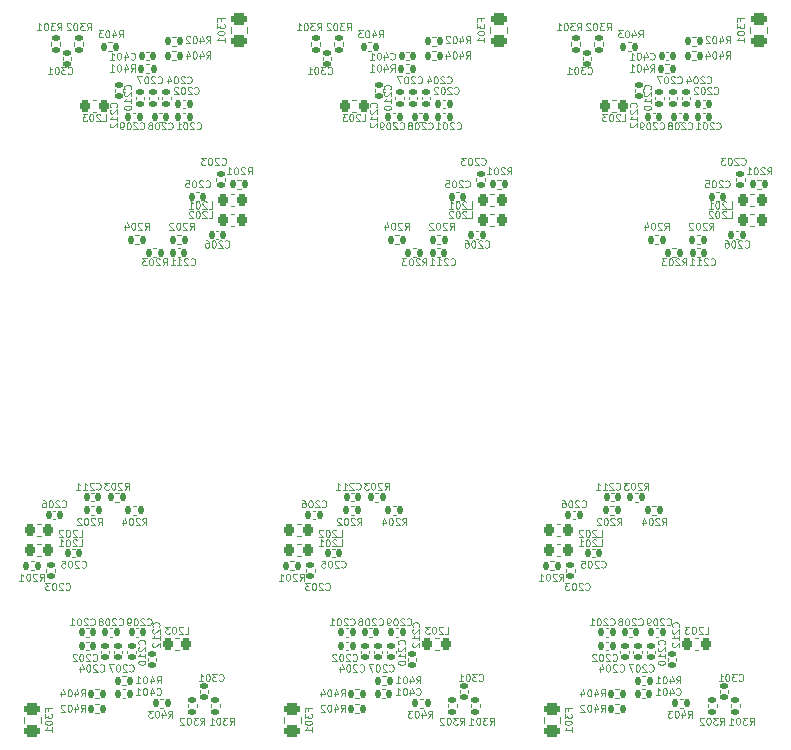
<source format=gbr>
%TF.GenerationSoftware,KiCad,Pcbnew,(7.0.0-rc2-153-g7d6218acb4)*%
%TF.CreationDate,2023-02-19T17:36:36+08:00*%
%TF.ProjectId,RAK3172-M.2-2230-Mod - panel,52414b33-3137-4322-9d4d-2e322d323233,rev?*%
%TF.SameCoordinates,Original*%
%TF.FileFunction,Legend,Bot*%
%TF.FilePolarity,Positive*%
%FSLAX46Y46*%
G04 Gerber Fmt 4.6, Leading zero omitted, Abs format (unit mm)*
G04 Created by KiCad (PCBNEW (7.0.0-rc2-153-g7d6218acb4)) date 2023-02-19 17:36:36*
%MOMM*%
%LPD*%
G01*
G04 APERTURE LIST*
G04 Aperture macros list*
%AMRoundRect*
0 Rectangle with rounded corners*
0 $1 Rounding radius*
0 $2 $3 $4 $5 $6 $7 $8 $9 X,Y pos of 4 corners*
0 Add a 4 corners polygon primitive as box body*
4,1,4,$2,$3,$4,$5,$6,$7,$8,$9,$2,$3,0*
0 Add four circle primitives for the rounded corners*
1,1,$1+$1,$2,$3*
1,1,$1+$1,$4,$5*
1,1,$1+$1,$6,$7*
1,1,$1+$1,$8,$9*
0 Add four rect primitives between the rounded corners*
20,1,$1+$1,$2,$3,$4,$5,0*
20,1,$1+$1,$4,$5,$6,$7,0*
20,1,$1+$1,$6,$7,$8,$9,0*
20,1,$1+$1,$8,$9,$2,$3,0*%
G04 Aperture macros list end*
%ADD10C,0.100000*%
%ADD11C,0.120000*%
%ADD12RoundRect,0.243750X-0.456250X0.243750X-0.456250X-0.243750X0.456250X-0.243750X0.456250X0.243750X0*%
%ADD13RoundRect,0.140000X0.140000X0.170000X-0.140000X0.170000X-0.140000X-0.170000X0.140000X-0.170000X0*%
%ADD14RoundRect,0.135000X0.185000X-0.135000X0.185000X0.135000X-0.185000X0.135000X-0.185000X-0.135000X0*%
%ADD15RoundRect,0.135000X-0.135000X-0.185000X0.135000X-0.185000X0.135000X0.185000X-0.135000X0.185000X0*%
%ADD16RoundRect,0.140000X0.170000X-0.140000X0.170000X0.140000X-0.170000X0.140000X-0.170000X-0.140000X0*%
%ADD17RoundRect,0.218750X-0.218750X-0.256250X0.218750X-0.256250X0.218750X0.256250X-0.218750X0.256250X0*%
%ADD18RoundRect,0.140000X-0.140000X-0.170000X0.140000X-0.170000X0.140000X0.170000X-0.140000X0.170000X0*%
%ADD19RoundRect,0.135000X0.135000X0.185000X-0.135000X0.185000X-0.135000X-0.185000X0.135000X-0.185000X0*%
%ADD20C,0.800000*%
%ADD21C,0.990600*%
%ADD22C,3.800000*%
%ADD23C,2.600000*%
%ADD24RoundRect,0.243750X0.456250X-0.243750X0.456250X0.243750X-0.456250X0.243750X-0.456250X-0.243750X0*%
%ADD25RoundRect,0.218750X0.218750X0.256250X-0.218750X0.256250X-0.218750X-0.256250X0.218750X-0.256250X0*%
%ADD26RoundRect,0.140000X-0.170000X0.140000X-0.170000X-0.140000X0.170000X-0.140000X0.170000X0.140000X0*%
%ADD27RoundRect,0.135000X-0.185000X0.135000X-0.185000X-0.135000X0.185000X-0.135000X0.185000X0.135000X0*%
G04 APERTURE END LIST*
D10*
%TO.C,F301*%
X200156142Y-46003571D02*
X200156142Y-45803571D01*
X200470428Y-45803571D02*
X199870428Y-45803571D01*
X199870428Y-45803571D02*
X199870428Y-46089285D01*
X199870428Y-46260714D02*
X199870428Y-46632142D01*
X199870428Y-46632142D02*
X200099000Y-46432142D01*
X200099000Y-46432142D02*
X200099000Y-46517857D01*
X200099000Y-46517857D02*
X200127571Y-46575000D01*
X200127571Y-46575000D02*
X200156142Y-46603571D01*
X200156142Y-46603571D02*
X200213285Y-46632142D01*
X200213285Y-46632142D02*
X200356142Y-46632142D01*
X200356142Y-46632142D02*
X200413285Y-46603571D01*
X200413285Y-46603571D02*
X200441857Y-46575000D01*
X200441857Y-46575000D02*
X200470428Y-46517857D01*
X200470428Y-46517857D02*
X200470428Y-46346428D01*
X200470428Y-46346428D02*
X200441857Y-46289285D01*
X200441857Y-46289285D02*
X200413285Y-46260714D01*
X199870428Y-47003571D02*
X199870428Y-47060714D01*
X199870428Y-47060714D02*
X199899000Y-47117857D01*
X199899000Y-47117857D02*
X199927571Y-47146429D01*
X199927571Y-47146429D02*
X199984714Y-47175000D01*
X199984714Y-47175000D02*
X200099000Y-47203571D01*
X200099000Y-47203571D02*
X200241857Y-47203571D01*
X200241857Y-47203571D02*
X200356142Y-47175000D01*
X200356142Y-47175000D02*
X200413285Y-47146429D01*
X200413285Y-47146429D02*
X200441857Y-47117857D01*
X200441857Y-47117857D02*
X200470428Y-47060714D01*
X200470428Y-47060714D02*
X200470428Y-47003571D01*
X200470428Y-47003571D02*
X200441857Y-46946429D01*
X200441857Y-46946429D02*
X200413285Y-46917857D01*
X200413285Y-46917857D02*
X200356142Y-46889286D01*
X200356142Y-46889286D02*
X200241857Y-46860714D01*
X200241857Y-46860714D02*
X200099000Y-46860714D01*
X200099000Y-46860714D02*
X199984714Y-46889286D01*
X199984714Y-46889286D02*
X199927571Y-46917857D01*
X199927571Y-46917857D02*
X199899000Y-46946429D01*
X199899000Y-46946429D02*
X199870428Y-47003571D01*
X200470428Y-47775000D02*
X200470428Y-47432143D01*
X200470428Y-47603572D02*
X199870428Y-47603572D01*
X199870428Y-47603572D02*
X199956142Y-47546429D01*
X199956142Y-47546429D02*
X200013285Y-47489286D01*
X200013285Y-47489286D02*
X200041857Y-47432143D01*
%TO.C,C209*%
X193321428Y-55138285D02*
X193350000Y-55166857D01*
X193350000Y-55166857D02*
X193435714Y-55195428D01*
X193435714Y-55195428D02*
X193492857Y-55195428D01*
X193492857Y-55195428D02*
X193578571Y-55166857D01*
X193578571Y-55166857D02*
X193635714Y-55109714D01*
X193635714Y-55109714D02*
X193664285Y-55052571D01*
X193664285Y-55052571D02*
X193692857Y-54938285D01*
X193692857Y-54938285D02*
X193692857Y-54852571D01*
X193692857Y-54852571D02*
X193664285Y-54738285D01*
X193664285Y-54738285D02*
X193635714Y-54681142D01*
X193635714Y-54681142D02*
X193578571Y-54624000D01*
X193578571Y-54624000D02*
X193492857Y-54595428D01*
X193492857Y-54595428D02*
X193435714Y-54595428D01*
X193435714Y-54595428D02*
X193350000Y-54624000D01*
X193350000Y-54624000D02*
X193321428Y-54652571D01*
X193092857Y-54652571D02*
X193064285Y-54624000D01*
X193064285Y-54624000D02*
X193007143Y-54595428D01*
X193007143Y-54595428D02*
X192864285Y-54595428D01*
X192864285Y-54595428D02*
X192807143Y-54624000D01*
X192807143Y-54624000D02*
X192778571Y-54652571D01*
X192778571Y-54652571D02*
X192750000Y-54709714D01*
X192750000Y-54709714D02*
X192750000Y-54766857D01*
X192750000Y-54766857D02*
X192778571Y-54852571D01*
X192778571Y-54852571D02*
X193121428Y-55195428D01*
X193121428Y-55195428D02*
X192750000Y-55195428D01*
X192378571Y-54595428D02*
X192321428Y-54595428D01*
X192321428Y-54595428D02*
X192264285Y-54624000D01*
X192264285Y-54624000D02*
X192235714Y-54652571D01*
X192235714Y-54652571D02*
X192207142Y-54709714D01*
X192207142Y-54709714D02*
X192178571Y-54824000D01*
X192178571Y-54824000D02*
X192178571Y-54966857D01*
X192178571Y-54966857D02*
X192207142Y-55081142D01*
X192207142Y-55081142D02*
X192235714Y-55138285D01*
X192235714Y-55138285D02*
X192264285Y-55166857D01*
X192264285Y-55166857D02*
X192321428Y-55195428D01*
X192321428Y-55195428D02*
X192378571Y-55195428D01*
X192378571Y-55195428D02*
X192435714Y-55166857D01*
X192435714Y-55166857D02*
X192464285Y-55138285D01*
X192464285Y-55138285D02*
X192492856Y-55081142D01*
X192492856Y-55081142D02*
X192521428Y-54966857D01*
X192521428Y-54966857D02*
X192521428Y-54824000D01*
X192521428Y-54824000D02*
X192492856Y-54709714D01*
X192492856Y-54709714D02*
X192464285Y-54652571D01*
X192464285Y-54652571D02*
X192435714Y-54624000D01*
X192435714Y-54624000D02*
X192378571Y-54595428D01*
X191892856Y-55195428D02*
X191778570Y-55195428D01*
X191778570Y-55195428D02*
X191721427Y-55166857D01*
X191721427Y-55166857D02*
X191692856Y-55138285D01*
X191692856Y-55138285D02*
X191635713Y-55052571D01*
X191635713Y-55052571D02*
X191607142Y-54938285D01*
X191607142Y-54938285D02*
X191607142Y-54709714D01*
X191607142Y-54709714D02*
X191635713Y-54652571D01*
X191635713Y-54652571D02*
X191664285Y-54624000D01*
X191664285Y-54624000D02*
X191721427Y-54595428D01*
X191721427Y-54595428D02*
X191835713Y-54595428D01*
X191835713Y-54595428D02*
X191892856Y-54624000D01*
X191892856Y-54624000D02*
X191921427Y-54652571D01*
X191921427Y-54652571D02*
X191949999Y-54709714D01*
X191949999Y-54709714D02*
X191949999Y-54852571D01*
X191949999Y-54852571D02*
X191921427Y-54909714D01*
X191921427Y-54909714D02*
X191892856Y-54938285D01*
X191892856Y-54938285D02*
X191835713Y-54966857D01*
X191835713Y-54966857D02*
X191721427Y-54966857D01*
X191721427Y-54966857D02*
X191664285Y-54938285D01*
X191664285Y-54938285D02*
X191635713Y-54909714D01*
X191635713Y-54909714D02*
X191607142Y-54852571D01*
%TO.C,C205*%
X198871428Y-60038285D02*
X198900000Y-60066857D01*
X198900000Y-60066857D02*
X198985714Y-60095428D01*
X198985714Y-60095428D02*
X199042857Y-60095428D01*
X199042857Y-60095428D02*
X199128571Y-60066857D01*
X199128571Y-60066857D02*
X199185714Y-60009714D01*
X199185714Y-60009714D02*
X199214285Y-59952571D01*
X199214285Y-59952571D02*
X199242857Y-59838285D01*
X199242857Y-59838285D02*
X199242857Y-59752571D01*
X199242857Y-59752571D02*
X199214285Y-59638285D01*
X199214285Y-59638285D02*
X199185714Y-59581142D01*
X199185714Y-59581142D02*
X199128571Y-59524000D01*
X199128571Y-59524000D02*
X199042857Y-59495428D01*
X199042857Y-59495428D02*
X198985714Y-59495428D01*
X198985714Y-59495428D02*
X198900000Y-59524000D01*
X198900000Y-59524000D02*
X198871428Y-59552571D01*
X198642857Y-59552571D02*
X198614285Y-59524000D01*
X198614285Y-59524000D02*
X198557143Y-59495428D01*
X198557143Y-59495428D02*
X198414285Y-59495428D01*
X198414285Y-59495428D02*
X198357143Y-59524000D01*
X198357143Y-59524000D02*
X198328571Y-59552571D01*
X198328571Y-59552571D02*
X198300000Y-59609714D01*
X198300000Y-59609714D02*
X198300000Y-59666857D01*
X198300000Y-59666857D02*
X198328571Y-59752571D01*
X198328571Y-59752571D02*
X198671428Y-60095428D01*
X198671428Y-60095428D02*
X198300000Y-60095428D01*
X197928571Y-59495428D02*
X197871428Y-59495428D01*
X197871428Y-59495428D02*
X197814285Y-59524000D01*
X197814285Y-59524000D02*
X197785714Y-59552571D01*
X197785714Y-59552571D02*
X197757142Y-59609714D01*
X197757142Y-59609714D02*
X197728571Y-59724000D01*
X197728571Y-59724000D02*
X197728571Y-59866857D01*
X197728571Y-59866857D02*
X197757142Y-59981142D01*
X197757142Y-59981142D02*
X197785714Y-60038285D01*
X197785714Y-60038285D02*
X197814285Y-60066857D01*
X197814285Y-60066857D02*
X197871428Y-60095428D01*
X197871428Y-60095428D02*
X197928571Y-60095428D01*
X197928571Y-60095428D02*
X197985714Y-60066857D01*
X197985714Y-60066857D02*
X198014285Y-60038285D01*
X198014285Y-60038285D02*
X198042856Y-59981142D01*
X198042856Y-59981142D02*
X198071428Y-59866857D01*
X198071428Y-59866857D02*
X198071428Y-59724000D01*
X198071428Y-59724000D02*
X198042856Y-59609714D01*
X198042856Y-59609714D02*
X198014285Y-59552571D01*
X198014285Y-59552571D02*
X197985714Y-59524000D01*
X197985714Y-59524000D02*
X197928571Y-59495428D01*
X197185713Y-59495428D02*
X197471427Y-59495428D01*
X197471427Y-59495428D02*
X197499999Y-59781142D01*
X197499999Y-59781142D02*
X197471427Y-59752571D01*
X197471427Y-59752571D02*
X197414285Y-59724000D01*
X197414285Y-59724000D02*
X197271427Y-59724000D01*
X197271427Y-59724000D02*
X197214285Y-59752571D01*
X197214285Y-59752571D02*
X197185713Y-59781142D01*
X197185713Y-59781142D02*
X197157142Y-59838285D01*
X197157142Y-59838285D02*
X197157142Y-59981142D01*
X197157142Y-59981142D02*
X197185713Y-60038285D01*
X197185713Y-60038285D02*
X197214285Y-60066857D01*
X197214285Y-60066857D02*
X197271427Y-60095428D01*
X197271427Y-60095428D02*
X197414285Y-60095428D01*
X197414285Y-60095428D02*
X197471427Y-60066857D01*
X197471427Y-60066857D02*
X197499999Y-60038285D01*
%TO.C,R302*%
X188821428Y-46795428D02*
X189021428Y-46509714D01*
X189164285Y-46795428D02*
X189164285Y-46195428D01*
X189164285Y-46195428D02*
X188935714Y-46195428D01*
X188935714Y-46195428D02*
X188878571Y-46224000D01*
X188878571Y-46224000D02*
X188850000Y-46252571D01*
X188850000Y-46252571D02*
X188821428Y-46309714D01*
X188821428Y-46309714D02*
X188821428Y-46395428D01*
X188821428Y-46395428D02*
X188850000Y-46452571D01*
X188850000Y-46452571D02*
X188878571Y-46481142D01*
X188878571Y-46481142D02*
X188935714Y-46509714D01*
X188935714Y-46509714D02*
X189164285Y-46509714D01*
X188621428Y-46195428D02*
X188250000Y-46195428D01*
X188250000Y-46195428D02*
X188450000Y-46424000D01*
X188450000Y-46424000D02*
X188364285Y-46424000D01*
X188364285Y-46424000D02*
X188307143Y-46452571D01*
X188307143Y-46452571D02*
X188278571Y-46481142D01*
X188278571Y-46481142D02*
X188250000Y-46538285D01*
X188250000Y-46538285D02*
X188250000Y-46681142D01*
X188250000Y-46681142D02*
X188278571Y-46738285D01*
X188278571Y-46738285D02*
X188307143Y-46766857D01*
X188307143Y-46766857D02*
X188364285Y-46795428D01*
X188364285Y-46795428D02*
X188535714Y-46795428D01*
X188535714Y-46795428D02*
X188592857Y-46766857D01*
X188592857Y-46766857D02*
X188621428Y-46738285D01*
X187878571Y-46195428D02*
X187821428Y-46195428D01*
X187821428Y-46195428D02*
X187764285Y-46224000D01*
X187764285Y-46224000D02*
X187735714Y-46252571D01*
X187735714Y-46252571D02*
X187707142Y-46309714D01*
X187707142Y-46309714D02*
X187678571Y-46424000D01*
X187678571Y-46424000D02*
X187678571Y-46566857D01*
X187678571Y-46566857D02*
X187707142Y-46681142D01*
X187707142Y-46681142D02*
X187735714Y-46738285D01*
X187735714Y-46738285D02*
X187764285Y-46766857D01*
X187764285Y-46766857D02*
X187821428Y-46795428D01*
X187821428Y-46795428D02*
X187878571Y-46795428D01*
X187878571Y-46795428D02*
X187935714Y-46766857D01*
X187935714Y-46766857D02*
X187964285Y-46738285D01*
X187964285Y-46738285D02*
X187992856Y-46681142D01*
X187992856Y-46681142D02*
X188021428Y-46566857D01*
X188021428Y-46566857D02*
X188021428Y-46424000D01*
X188021428Y-46424000D02*
X187992856Y-46309714D01*
X187992856Y-46309714D02*
X187964285Y-46252571D01*
X187964285Y-46252571D02*
X187935714Y-46224000D01*
X187935714Y-46224000D02*
X187878571Y-46195428D01*
X187449999Y-46252571D02*
X187421427Y-46224000D01*
X187421427Y-46224000D02*
X187364285Y-46195428D01*
X187364285Y-46195428D02*
X187221427Y-46195428D01*
X187221427Y-46195428D02*
X187164285Y-46224000D01*
X187164285Y-46224000D02*
X187135713Y-46252571D01*
X187135713Y-46252571D02*
X187107142Y-46309714D01*
X187107142Y-46309714D02*
X187107142Y-46366857D01*
X187107142Y-46366857D02*
X187135713Y-46452571D01*
X187135713Y-46452571D02*
X187478570Y-46795428D01*
X187478570Y-46795428D02*
X187107142Y-46795428D01*
%TO.C,R401*%
X192521428Y-50295428D02*
X192721428Y-50009714D01*
X192864285Y-50295428D02*
X192864285Y-49695428D01*
X192864285Y-49695428D02*
X192635714Y-49695428D01*
X192635714Y-49695428D02*
X192578571Y-49724000D01*
X192578571Y-49724000D02*
X192550000Y-49752571D01*
X192550000Y-49752571D02*
X192521428Y-49809714D01*
X192521428Y-49809714D02*
X192521428Y-49895428D01*
X192521428Y-49895428D02*
X192550000Y-49952571D01*
X192550000Y-49952571D02*
X192578571Y-49981142D01*
X192578571Y-49981142D02*
X192635714Y-50009714D01*
X192635714Y-50009714D02*
X192864285Y-50009714D01*
X192007143Y-49895428D02*
X192007143Y-50295428D01*
X192150000Y-49666857D02*
X192292857Y-50095428D01*
X192292857Y-50095428D02*
X191921428Y-50095428D01*
X191578571Y-49695428D02*
X191521428Y-49695428D01*
X191521428Y-49695428D02*
X191464285Y-49724000D01*
X191464285Y-49724000D02*
X191435714Y-49752571D01*
X191435714Y-49752571D02*
X191407142Y-49809714D01*
X191407142Y-49809714D02*
X191378571Y-49924000D01*
X191378571Y-49924000D02*
X191378571Y-50066857D01*
X191378571Y-50066857D02*
X191407142Y-50181142D01*
X191407142Y-50181142D02*
X191435714Y-50238285D01*
X191435714Y-50238285D02*
X191464285Y-50266857D01*
X191464285Y-50266857D02*
X191521428Y-50295428D01*
X191521428Y-50295428D02*
X191578571Y-50295428D01*
X191578571Y-50295428D02*
X191635714Y-50266857D01*
X191635714Y-50266857D02*
X191664285Y-50238285D01*
X191664285Y-50238285D02*
X191692856Y-50181142D01*
X191692856Y-50181142D02*
X191721428Y-50066857D01*
X191721428Y-50066857D02*
X191721428Y-49924000D01*
X191721428Y-49924000D02*
X191692856Y-49809714D01*
X191692856Y-49809714D02*
X191664285Y-49752571D01*
X191664285Y-49752571D02*
X191635714Y-49724000D01*
X191635714Y-49724000D02*
X191578571Y-49695428D01*
X190807142Y-50295428D02*
X191149999Y-50295428D01*
X190978570Y-50295428D02*
X190978570Y-49695428D01*
X190978570Y-49695428D02*
X191035713Y-49781142D01*
X191035713Y-49781142D02*
X191092856Y-49838285D01*
X191092856Y-49838285D02*
X191149999Y-49866857D01*
%TO.C,C212*%
X191313285Y-53303571D02*
X191341857Y-53274999D01*
X191341857Y-53274999D02*
X191370428Y-53189285D01*
X191370428Y-53189285D02*
X191370428Y-53132142D01*
X191370428Y-53132142D02*
X191341857Y-53046428D01*
X191341857Y-53046428D02*
X191284714Y-52989285D01*
X191284714Y-52989285D02*
X191227571Y-52960714D01*
X191227571Y-52960714D02*
X191113285Y-52932142D01*
X191113285Y-52932142D02*
X191027571Y-52932142D01*
X191027571Y-52932142D02*
X190913285Y-52960714D01*
X190913285Y-52960714D02*
X190856142Y-52989285D01*
X190856142Y-52989285D02*
X190799000Y-53046428D01*
X190799000Y-53046428D02*
X190770428Y-53132142D01*
X190770428Y-53132142D02*
X190770428Y-53189285D01*
X190770428Y-53189285D02*
X190799000Y-53274999D01*
X190799000Y-53274999D02*
X190827571Y-53303571D01*
X190827571Y-53532142D02*
X190799000Y-53560714D01*
X190799000Y-53560714D02*
X190770428Y-53617857D01*
X190770428Y-53617857D02*
X190770428Y-53760714D01*
X190770428Y-53760714D02*
X190799000Y-53817857D01*
X190799000Y-53817857D02*
X190827571Y-53846428D01*
X190827571Y-53846428D02*
X190884714Y-53874999D01*
X190884714Y-53874999D02*
X190941857Y-53874999D01*
X190941857Y-53874999D02*
X191027571Y-53846428D01*
X191027571Y-53846428D02*
X191370428Y-53503571D01*
X191370428Y-53503571D02*
X191370428Y-53874999D01*
X191370428Y-54446428D02*
X191370428Y-54103571D01*
X191370428Y-54275000D02*
X190770428Y-54275000D01*
X190770428Y-54275000D02*
X190856142Y-54217857D01*
X190856142Y-54217857D02*
X190913285Y-54160714D01*
X190913285Y-54160714D02*
X190941857Y-54103571D01*
X190827571Y-54675000D02*
X190799000Y-54703572D01*
X190799000Y-54703572D02*
X190770428Y-54760715D01*
X190770428Y-54760715D02*
X190770428Y-54903572D01*
X190770428Y-54903572D02*
X190799000Y-54960715D01*
X190799000Y-54960715D02*
X190827571Y-54989286D01*
X190827571Y-54989286D02*
X190884714Y-55017857D01*
X190884714Y-55017857D02*
X190941857Y-55017857D01*
X190941857Y-55017857D02*
X191027571Y-54989286D01*
X191027571Y-54989286D02*
X191370428Y-54646429D01*
X191370428Y-54646429D02*
X191370428Y-55017857D01*
%TO.C,L202*%
X199121428Y-62695428D02*
X199407142Y-62695428D01*
X199407142Y-62695428D02*
X199407142Y-62095428D01*
X198950000Y-62152571D02*
X198921428Y-62124000D01*
X198921428Y-62124000D02*
X198864286Y-62095428D01*
X198864286Y-62095428D02*
X198721428Y-62095428D01*
X198721428Y-62095428D02*
X198664286Y-62124000D01*
X198664286Y-62124000D02*
X198635714Y-62152571D01*
X198635714Y-62152571D02*
X198607143Y-62209714D01*
X198607143Y-62209714D02*
X198607143Y-62266857D01*
X198607143Y-62266857D02*
X198635714Y-62352571D01*
X198635714Y-62352571D02*
X198978571Y-62695428D01*
X198978571Y-62695428D02*
X198607143Y-62695428D01*
X198235714Y-62095428D02*
X198178571Y-62095428D01*
X198178571Y-62095428D02*
X198121428Y-62124000D01*
X198121428Y-62124000D02*
X198092857Y-62152571D01*
X198092857Y-62152571D02*
X198064285Y-62209714D01*
X198064285Y-62209714D02*
X198035714Y-62324000D01*
X198035714Y-62324000D02*
X198035714Y-62466857D01*
X198035714Y-62466857D02*
X198064285Y-62581142D01*
X198064285Y-62581142D02*
X198092857Y-62638285D01*
X198092857Y-62638285D02*
X198121428Y-62666857D01*
X198121428Y-62666857D02*
X198178571Y-62695428D01*
X198178571Y-62695428D02*
X198235714Y-62695428D01*
X198235714Y-62695428D02*
X198292857Y-62666857D01*
X198292857Y-62666857D02*
X198321428Y-62638285D01*
X198321428Y-62638285D02*
X198349999Y-62581142D01*
X198349999Y-62581142D02*
X198378571Y-62466857D01*
X198378571Y-62466857D02*
X198378571Y-62324000D01*
X198378571Y-62324000D02*
X198349999Y-62209714D01*
X198349999Y-62209714D02*
X198321428Y-62152571D01*
X198321428Y-62152571D02*
X198292857Y-62124000D01*
X198292857Y-62124000D02*
X198235714Y-62095428D01*
X197807142Y-62152571D02*
X197778570Y-62124000D01*
X197778570Y-62124000D02*
X197721428Y-62095428D01*
X197721428Y-62095428D02*
X197578570Y-62095428D01*
X197578570Y-62095428D02*
X197521428Y-62124000D01*
X197521428Y-62124000D02*
X197492856Y-62152571D01*
X197492856Y-62152571D02*
X197464285Y-62209714D01*
X197464285Y-62209714D02*
X197464285Y-62266857D01*
X197464285Y-62266857D02*
X197492856Y-62352571D01*
X197492856Y-62352571D02*
X197835713Y-62695428D01*
X197835713Y-62695428D02*
X197464285Y-62695428D01*
%TO.C,R301*%
X186321428Y-46795428D02*
X186521428Y-46509714D01*
X186664285Y-46795428D02*
X186664285Y-46195428D01*
X186664285Y-46195428D02*
X186435714Y-46195428D01*
X186435714Y-46195428D02*
X186378571Y-46224000D01*
X186378571Y-46224000D02*
X186350000Y-46252571D01*
X186350000Y-46252571D02*
X186321428Y-46309714D01*
X186321428Y-46309714D02*
X186321428Y-46395428D01*
X186321428Y-46395428D02*
X186350000Y-46452571D01*
X186350000Y-46452571D02*
X186378571Y-46481142D01*
X186378571Y-46481142D02*
X186435714Y-46509714D01*
X186435714Y-46509714D02*
X186664285Y-46509714D01*
X186121428Y-46195428D02*
X185750000Y-46195428D01*
X185750000Y-46195428D02*
X185950000Y-46424000D01*
X185950000Y-46424000D02*
X185864285Y-46424000D01*
X185864285Y-46424000D02*
X185807143Y-46452571D01*
X185807143Y-46452571D02*
X185778571Y-46481142D01*
X185778571Y-46481142D02*
X185750000Y-46538285D01*
X185750000Y-46538285D02*
X185750000Y-46681142D01*
X185750000Y-46681142D02*
X185778571Y-46738285D01*
X185778571Y-46738285D02*
X185807143Y-46766857D01*
X185807143Y-46766857D02*
X185864285Y-46795428D01*
X185864285Y-46795428D02*
X186035714Y-46795428D01*
X186035714Y-46795428D02*
X186092857Y-46766857D01*
X186092857Y-46766857D02*
X186121428Y-46738285D01*
X185378571Y-46195428D02*
X185321428Y-46195428D01*
X185321428Y-46195428D02*
X185264285Y-46224000D01*
X185264285Y-46224000D02*
X185235714Y-46252571D01*
X185235714Y-46252571D02*
X185207142Y-46309714D01*
X185207142Y-46309714D02*
X185178571Y-46424000D01*
X185178571Y-46424000D02*
X185178571Y-46566857D01*
X185178571Y-46566857D02*
X185207142Y-46681142D01*
X185207142Y-46681142D02*
X185235714Y-46738285D01*
X185235714Y-46738285D02*
X185264285Y-46766857D01*
X185264285Y-46766857D02*
X185321428Y-46795428D01*
X185321428Y-46795428D02*
X185378571Y-46795428D01*
X185378571Y-46795428D02*
X185435714Y-46766857D01*
X185435714Y-46766857D02*
X185464285Y-46738285D01*
X185464285Y-46738285D02*
X185492856Y-46681142D01*
X185492856Y-46681142D02*
X185521428Y-46566857D01*
X185521428Y-46566857D02*
X185521428Y-46424000D01*
X185521428Y-46424000D02*
X185492856Y-46309714D01*
X185492856Y-46309714D02*
X185464285Y-46252571D01*
X185464285Y-46252571D02*
X185435714Y-46224000D01*
X185435714Y-46224000D02*
X185378571Y-46195428D01*
X184607142Y-46795428D02*
X184949999Y-46795428D01*
X184778570Y-46795428D02*
X184778570Y-46195428D01*
X184778570Y-46195428D02*
X184835713Y-46281142D01*
X184835713Y-46281142D02*
X184892856Y-46338285D01*
X184892856Y-46338285D02*
X184949999Y-46366857D01*
%TO.C,C211*%
X197621428Y-66638285D02*
X197650000Y-66666857D01*
X197650000Y-66666857D02*
X197735714Y-66695428D01*
X197735714Y-66695428D02*
X197792857Y-66695428D01*
X197792857Y-66695428D02*
X197878571Y-66666857D01*
X197878571Y-66666857D02*
X197935714Y-66609714D01*
X197935714Y-66609714D02*
X197964285Y-66552571D01*
X197964285Y-66552571D02*
X197992857Y-66438285D01*
X197992857Y-66438285D02*
X197992857Y-66352571D01*
X197992857Y-66352571D02*
X197964285Y-66238285D01*
X197964285Y-66238285D02*
X197935714Y-66181142D01*
X197935714Y-66181142D02*
X197878571Y-66124000D01*
X197878571Y-66124000D02*
X197792857Y-66095428D01*
X197792857Y-66095428D02*
X197735714Y-66095428D01*
X197735714Y-66095428D02*
X197650000Y-66124000D01*
X197650000Y-66124000D02*
X197621428Y-66152571D01*
X197392857Y-66152571D02*
X197364285Y-66124000D01*
X197364285Y-66124000D02*
X197307143Y-66095428D01*
X197307143Y-66095428D02*
X197164285Y-66095428D01*
X197164285Y-66095428D02*
X197107143Y-66124000D01*
X197107143Y-66124000D02*
X197078571Y-66152571D01*
X197078571Y-66152571D02*
X197050000Y-66209714D01*
X197050000Y-66209714D02*
X197050000Y-66266857D01*
X197050000Y-66266857D02*
X197078571Y-66352571D01*
X197078571Y-66352571D02*
X197421428Y-66695428D01*
X197421428Y-66695428D02*
X197050000Y-66695428D01*
X196478571Y-66695428D02*
X196821428Y-66695428D01*
X196649999Y-66695428D02*
X196649999Y-66095428D01*
X196649999Y-66095428D02*
X196707142Y-66181142D01*
X196707142Y-66181142D02*
X196764285Y-66238285D01*
X196764285Y-66238285D02*
X196821428Y-66266857D01*
X195907142Y-66695428D02*
X196249999Y-66695428D01*
X196078570Y-66695428D02*
X196078570Y-66095428D01*
X196078570Y-66095428D02*
X196135713Y-66181142D01*
X196135713Y-66181142D02*
X196192856Y-66238285D01*
X196192856Y-66238285D02*
X196249999Y-66266857D01*
%TO.C,R204*%
X193721428Y-63695428D02*
X193921428Y-63409714D01*
X194064285Y-63695428D02*
X194064285Y-63095428D01*
X194064285Y-63095428D02*
X193835714Y-63095428D01*
X193835714Y-63095428D02*
X193778571Y-63124000D01*
X193778571Y-63124000D02*
X193750000Y-63152571D01*
X193750000Y-63152571D02*
X193721428Y-63209714D01*
X193721428Y-63209714D02*
X193721428Y-63295428D01*
X193721428Y-63295428D02*
X193750000Y-63352571D01*
X193750000Y-63352571D02*
X193778571Y-63381142D01*
X193778571Y-63381142D02*
X193835714Y-63409714D01*
X193835714Y-63409714D02*
X194064285Y-63409714D01*
X193492857Y-63152571D02*
X193464285Y-63124000D01*
X193464285Y-63124000D02*
X193407143Y-63095428D01*
X193407143Y-63095428D02*
X193264285Y-63095428D01*
X193264285Y-63095428D02*
X193207143Y-63124000D01*
X193207143Y-63124000D02*
X193178571Y-63152571D01*
X193178571Y-63152571D02*
X193150000Y-63209714D01*
X193150000Y-63209714D02*
X193150000Y-63266857D01*
X193150000Y-63266857D02*
X193178571Y-63352571D01*
X193178571Y-63352571D02*
X193521428Y-63695428D01*
X193521428Y-63695428D02*
X193150000Y-63695428D01*
X192778571Y-63095428D02*
X192721428Y-63095428D01*
X192721428Y-63095428D02*
X192664285Y-63124000D01*
X192664285Y-63124000D02*
X192635714Y-63152571D01*
X192635714Y-63152571D02*
X192607142Y-63209714D01*
X192607142Y-63209714D02*
X192578571Y-63324000D01*
X192578571Y-63324000D02*
X192578571Y-63466857D01*
X192578571Y-63466857D02*
X192607142Y-63581142D01*
X192607142Y-63581142D02*
X192635714Y-63638285D01*
X192635714Y-63638285D02*
X192664285Y-63666857D01*
X192664285Y-63666857D02*
X192721428Y-63695428D01*
X192721428Y-63695428D02*
X192778571Y-63695428D01*
X192778571Y-63695428D02*
X192835714Y-63666857D01*
X192835714Y-63666857D02*
X192864285Y-63638285D01*
X192864285Y-63638285D02*
X192892856Y-63581142D01*
X192892856Y-63581142D02*
X192921428Y-63466857D01*
X192921428Y-63466857D02*
X192921428Y-63324000D01*
X192921428Y-63324000D02*
X192892856Y-63209714D01*
X192892856Y-63209714D02*
X192864285Y-63152571D01*
X192864285Y-63152571D02*
X192835714Y-63124000D01*
X192835714Y-63124000D02*
X192778571Y-63095428D01*
X192064285Y-63295428D02*
X192064285Y-63695428D01*
X192207142Y-63066857D02*
X192349999Y-63495428D01*
X192349999Y-63495428D02*
X191978570Y-63495428D01*
%TO.C,R202*%
X197521428Y-63695428D02*
X197721428Y-63409714D01*
X197864285Y-63695428D02*
X197864285Y-63095428D01*
X197864285Y-63095428D02*
X197635714Y-63095428D01*
X197635714Y-63095428D02*
X197578571Y-63124000D01*
X197578571Y-63124000D02*
X197550000Y-63152571D01*
X197550000Y-63152571D02*
X197521428Y-63209714D01*
X197521428Y-63209714D02*
X197521428Y-63295428D01*
X197521428Y-63295428D02*
X197550000Y-63352571D01*
X197550000Y-63352571D02*
X197578571Y-63381142D01*
X197578571Y-63381142D02*
X197635714Y-63409714D01*
X197635714Y-63409714D02*
X197864285Y-63409714D01*
X197292857Y-63152571D02*
X197264285Y-63124000D01*
X197264285Y-63124000D02*
X197207143Y-63095428D01*
X197207143Y-63095428D02*
X197064285Y-63095428D01*
X197064285Y-63095428D02*
X197007143Y-63124000D01*
X197007143Y-63124000D02*
X196978571Y-63152571D01*
X196978571Y-63152571D02*
X196950000Y-63209714D01*
X196950000Y-63209714D02*
X196950000Y-63266857D01*
X196950000Y-63266857D02*
X196978571Y-63352571D01*
X196978571Y-63352571D02*
X197321428Y-63695428D01*
X197321428Y-63695428D02*
X196950000Y-63695428D01*
X196578571Y-63095428D02*
X196521428Y-63095428D01*
X196521428Y-63095428D02*
X196464285Y-63124000D01*
X196464285Y-63124000D02*
X196435714Y-63152571D01*
X196435714Y-63152571D02*
X196407142Y-63209714D01*
X196407142Y-63209714D02*
X196378571Y-63324000D01*
X196378571Y-63324000D02*
X196378571Y-63466857D01*
X196378571Y-63466857D02*
X196407142Y-63581142D01*
X196407142Y-63581142D02*
X196435714Y-63638285D01*
X196435714Y-63638285D02*
X196464285Y-63666857D01*
X196464285Y-63666857D02*
X196521428Y-63695428D01*
X196521428Y-63695428D02*
X196578571Y-63695428D01*
X196578571Y-63695428D02*
X196635714Y-63666857D01*
X196635714Y-63666857D02*
X196664285Y-63638285D01*
X196664285Y-63638285D02*
X196692856Y-63581142D01*
X196692856Y-63581142D02*
X196721428Y-63466857D01*
X196721428Y-63466857D02*
X196721428Y-63324000D01*
X196721428Y-63324000D02*
X196692856Y-63209714D01*
X196692856Y-63209714D02*
X196664285Y-63152571D01*
X196664285Y-63152571D02*
X196635714Y-63124000D01*
X196635714Y-63124000D02*
X196578571Y-63095428D01*
X196149999Y-63152571D02*
X196121427Y-63124000D01*
X196121427Y-63124000D02*
X196064285Y-63095428D01*
X196064285Y-63095428D02*
X195921427Y-63095428D01*
X195921427Y-63095428D02*
X195864285Y-63124000D01*
X195864285Y-63124000D02*
X195835713Y-63152571D01*
X195835713Y-63152571D02*
X195807142Y-63209714D01*
X195807142Y-63209714D02*
X195807142Y-63266857D01*
X195807142Y-63266857D02*
X195835713Y-63352571D01*
X195835713Y-63352571D02*
X196178570Y-63695428D01*
X196178570Y-63695428D02*
X195807142Y-63695428D01*
%TO.C,C202*%
X197921428Y-52138285D02*
X197950000Y-52166857D01*
X197950000Y-52166857D02*
X198035714Y-52195428D01*
X198035714Y-52195428D02*
X198092857Y-52195428D01*
X198092857Y-52195428D02*
X198178571Y-52166857D01*
X198178571Y-52166857D02*
X198235714Y-52109714D01*
X198235714Y-52109714D02*
X198264285Y-52052571D01*
X198264285Y-52052571D02*
X198292857Y-51938285D01*
X198292857Y-51938285D02*
X198292857Y-51852571D01*
X198292857Y-51852571D02*
X198264285Y-51738285D01*
X198264285Y-51738285D02*
X198235714Y-51681142D01*
X198235714Y-51681142D02*
X198178571Y-51624000D01*
X198178571Y-51624000D02*
X198092857Y-51595428D01*
X198092857Y-51595428D02*
X198035714Y-51595428D01*
X198035714Y-51595428D02*
X197950000Y-51624000D01*
X197950000Y-51624000D02*
X197921428Y-51652571D01*
X197692857Y-51652571D02*
X197664285Y-51624000D01*
X197664285Y-51624000D02*
X197607143Y-51595428D01*
X197607143Y-51595428D02*
X197464285Y-51595428D01*
X197464285Y-51595428D02*
X197407143Y-51624000D01*
X197407143Y-51624000D02*
X197378571Y-51652571D01*
X197378571Y-51652571D02*
X197350000Y-51709714D01*
X197350000Y-51709714D02*
X197350000Y-51766857D01*
X197350000Y-51766857D02*
X197378571Y-51852571D01*
X197378571Y-51852571D02*
X197721428Y-52195428D01*
X197721428Y-52195428D02*
X197350000Y-52195428D01*
X196978571Y-51595428D02*
X196921428Y-51595428D01*
X196921428Y-51595428D02*
X196864285Y-51624000D01*
X196864285Y-51624000D02*
X196835714Y-51652571D01*
X196835714Y-51652571D02*
X196807142Y-51709714D01*
X196807142Y-51709714D02*
X196778571Y-51824000D01*
X196778571Y-51824000D02*
X196778571Y-51966857D01*
X196778571Y-51966857D02*
X196807142Y-52081142D01*
X196807142Y-52081142D02*
X196835714Y-52138285D01*
X196835714Y-52138285D02*
X196864285Y-52166857D01*
X196864285Y-52166857D02*
X196921428Y-52195428D01*
X196921428Y-52195428D02*
X196978571Y-52195428D01*
X196978571Y-52195428D02*
X197035714Y-52166857D01*
X197035714Y-52166857D02*
X197064285Y-52138285D01*
X197064285Y-52138285D02*
X197092856Y-52081142D01*
X197092856Y-52081142D02*
X197121428Y-51966857D01*
X197121428Y-51966857D02*
X197121428Y-51824000D01*
X197121428Y-51824000D02*
X197092856Y-51709714D01*
X197092856Y-51709714D02*
X197064285Y-51652571D01*
X197064285Y-51652571D02*
X197035714Y-51624000D01*
X197035714Y-51624000D02*
X196978571Y-51595428D01*
X196549999Y-51652571D02*
X196521427Y-51624000D01*
X196521427Y-51624000D02*
X196464285Y-51595428D01*
X196464285Y-51595428D02*
X196321427Y-51595428D01*
X196321427Y-51595428D02*
X196264285Y-51624000D01*
X196264285Y-51624000D02*
X196235713Y-51652571D01*
X196235713Y-51652571D02*
X196207142Y-51709714D01*
X196207142Y-51709714D02*
X196207142Y-51766857D01*
X196207142Y-51766857D02*
X196235713Y-51852571D01*
X196235713Y-51852571D02*
X196578570Y-52195428D01*
X196578570Y-52195428D02*
X196207142Y-52195428D01*
%TO.C,C210*%
X192513285Y-51803571D02*
X192541857Y-51774999D01*
X192541857Y-51774999D02*
X192570428Y-51689285D01*
X192570428Y-51689285D02*
X192570428Y-51632142D01*
X192570428Y-51632142D02*
X192541857Y-51546428D01*
X192541857Y-51546428D02*
X192484714Y-51489285D01*
X192484714Y-51489285D02*
X192427571Y-51460714D01*
X192427571Y-51460714D02*
X192313285Y-51432142D01*
X192313285Y-51432142D02*
X192227571Y-51432142D01*
X192227571Y-51432142D02*
X192113285Y-51460714D01*
X192113285Y-51460714D02*
X192056142Y-51489285D01*
X192056142Y-51489285D02*
X191999000Y-51546428D01*
X191999000Y-51546428D02*
X191970428Y-51632142D01*
X191970428Y-51632142D02*
X191970428Y-51689285D01*
X191970428Y-51689285D02*
X191999000Y-51774999D01*
X191999000Y-51774999D02*
X192027571Y-51803571D01*
X192027571Y-52032142D02*
X191999000Y-52060714D01*
X191999000Y-52060714D02*
X191970428Y-52117857D01*
X191970428Y-52117857D02*
X191970428Y-52260714D01*
X191970428Y-52260714D02*
X191999000Y-52317857D01*
X191999000Y-52317857D02*
X192027571Y-52346428D01*
X192027571Y-52346428D02*
X192084714Y-52374999D01*
X192084714Y-52374999D02*
X192141857Y-52374999D01*
X192141857Y-52374999D02*
X192227571Y-52346428D01*
X192227571Y-52346428D02*
X192570428Y-52003571D01*
X192570428Y-52003571D02*
X192570428Y-52374999D01*
X192570428Y-52946428D02*
X192570428Y-52603571D01*
X192570428Y-52775000D02*
X191970428Y-52775000D01*
X191970428Y-52775000D02*
X192056142Y-52717857D01*
X192056142Y-52717857D02*
X192113285Y-52660714D01*
X192113285Y-52660714D02*
X192141857Y-52603571D01*
X191970428Y-53317857D02*
X191970428Y-53375000D01*
X191970428Y-53375000D02*
X191999000Y-53432143D01*
X191999000Y-53432143D02*
X192027571Y-53460715D01*
X192027571Y-53460715D02*
X192084714Y-53489286D01*
X192084714Y-53489286D02*
X192199000Y-53517857D01*
X192199000Y-53517857D02*
X192341857Y-53517857D01*
X192341857Y-53517857D02*
X192456142Y-53489286D01*
X192456142Y-53489286D02*
X192513285Y-53460715D01*
X192513285Y-53460715D02*
X192541857Y-53432143D01*
X192541857Y-53432143D02*
X192570428Y-53375000D01*
X192570428Y-53375000D02*
X192570428Y-53317857D01*
X192570428Y-53317857D02*
X192541857Y-53260715D01*
X192541857Y-53260715D02*
X192513285Y-53232143D01*
X192513285Y-53232143D02*
X192456142Y-53203572D01*
X192456142Y-53203572D02*
X192341857Y-53175000D01*
X192341857Y-53175000D02*
X192199000Y-53175000D01*
X192199000Y-53175000D02*
X192084714Y-53203572D01*
X192084714Y-53203572D02*
X192027571Y-53232143D01*
X192027571Y-53232143D02*
X191999000Y-53260715D01*
X191999000Y-53260715D02*
X191970428Y-53317857D01*
%TO.C,C301*%
X187221428Y-50438285D02*
X187250000Y-50466857D01*
X187250000Y-50466857D02*
X187335714Y-50495428D01*
X187335714Y-50495428D02*
X187392857Y-50495428D01*
X187392857Y-50495428D02*
X187478571Y-50466857D01*
X187478571Y-50466857D02*
X187535714Y-50409714D01*
X187535714Y-50409714D02*
X187564285Y-50352571D01*
X187564285Y-50352571D02*
X187592857Y-50238285D01*
X187592857Y-50238285D02*
X187592857Y-50152571D01*
X187592857Y-50152571D02*
X187564285Y-50038285D01*
X187564285Y-50038285D02*
X187535714Y-49981142D01*
X187535714Y-49981142D02*
X187478571Y-49924000D01*
X187478571Y-49924000D02*
X187392857Y-49895428D01*
X187392857Y-49895428D02*
X187335714Y-49895428D01*
X187335714Y-49895428D02*
X187250000Y-49924000D01*
X187250000Y-49924000D02*
X187221428Y-49952571D01*
X187021428Y-49895428D02*
X186650000Y-49895428D01*
X186650000Y-49895428D02*
X186850000Y-50124000D01*
X186850000Y-50124000D02*
X186764285Y-50124000D01*
X186764285Y-50124000D02*
X186707143Y-50152571D01*
X186707143Y-50152571D02*
X186678571Y-50181142D01*
X186678571Y-50181142D02*
X186650000Y-50238285D01*
X186650000Y-50238285D02*
X186650000Y-50381142D01*
X186650000Y-50381142D02*
X186678571Y-50438285D01*
X186678571Y-50438285D02*
X186707143Y-50466857D01*
X186707143Y-50466857D02*
X186764285Y-50495428D01*
X186764285Y-50495428D02*
X186935714Y-50495428D01*
X186935714Y-50495428D02*
X186992857Y-50466857D01*
X186992857Y-50466857D02*
X187021428Y-50438285D01*
X186278571Y-49895428D02*
X186221428Y-49895428D01*
X186221428Y-49895428D02*
X186164285Y-49924000D01*
X186164285Y-49924000D02*
X186135714Y-49952571D01*
X186135714Y-49952571D02*
X186107142Y-50009714D01*
X186107142Y-50009714D02*
X186078571Y-50124000D01*
X186078571Y-50124000D02*
X186078571Y-50266857D01*
X186078571Y-50266857D02*
X186107142Y-50381142D01*
X186107142Y-50381142D02*
X186135714Y-50438285D01*
X186135714Y-50438285D02*
X186164285Y-50466857D01*
X186164285Y-50466857D02*
X186221428Y-50495428D01*
X186221428Y-50495428D02*
X186278571Y-50495428D01*
X186278571Y-50495428D02*
X186335714Y-50466857D01*
X186335714Y-50466857D02*
X186364285Y-50438285D01*
X186364285Y-50438285D02*
X186392856Y-50381142D01*
X186392856Y-50381142D02*
X186421428Y-50266857D01*
X186421428Y-50266857D02*
X186421428Y-50124000D01*
X186421428Y-50124000D02*
X186392856Y-50009714D01*
X186392856Y-50009714D02*
X186364285Y-49952571D01*
X186364285Y-49952571D02*
X186335714Y-49924000D01*
X186335714Y-49924000D02*
X186278571Y-49895428D01*
X185507142Y-50495428D02*
X185849999Y-50495428D01*
X185678570Y-50495428D02*
X185678570Y-49895428D01*
X185678570Y-49895428D02*
X185735713Y-49981142D01*
X185735713Y-49981142D02*
X185792856Y-50038285D01*
X185792856Y-50038285D02*
X185849999Y-50066857D01*
%TO.C,L201*%
X199121428Y-61895428D02*
X199407142Y-61895428D01*
X199407142Y-61895428D02*
X199407142Y-61295428D01*
X198950000Y-61352571D02*
X198921428Y-61324000D01*
X198921428Y-61324000D02*
X198864286Y-61295428D01*
X198864286Y-61295428D02*
X198721428Y-61295428D01*
X198721428Y-61295428D02*
X198664286Y-61324000D01*
X198664286Y-61324000D02*
X198635714Y-61352571D01*
X198635714Y-61352571D02*
X198607143Y-61409714D01*
X198607143Y-61409714D02*
X198607143Y-61466857D01*
X198607143Y-61466857D02*
X198635714Y-61552571D01*
X198635714Y-61552571D02*
X198978571Y-61895428D01*
X198978571Y-61895428D02*
X198607143Y-61895428D01*
X198235714Y-61295428D02*
X198178571Y-61295428D01*
X198178571Y-61295428D02*
X198121428Y-61324000D01*
X198121428Y-61324000D02*
X198092857Y-61352571D01*
X198092857Y-61352571D02*
X198064285Y-61409714D01*
X198064285Y-61409714D02*
X198035714Y-61524000D01*
X198035714Y-61524000D02*
X198035714Y-61666857D01*
X198035714Y-61666857D02*
X198064285Y-61781142D01*
X198064285Y-61781142D02*
X198092857Y-61838285D01*
X198092857Y-61838285D02*
X198121428Y-61866857D01*
X198121428Y-61866857D02*
X198178571Y-61895428D01*
X198178571Y-61895428D02*
X198235714Y-61895428D01*
X198235714Y-61895428D02*
X198292857Y-61866857D01*
X198292857Y-61866857D02*
X198321428Y-61838285D01*
X198321428Y-61838285D02*
X198349999Y-61781142D01*
X198349999Y-61781142D02*
X198378571Y-61666857D01*
X198378571Y-61666857D02*
X198378571Y-61524000D01*
X198378571Y-61524000D02*
X198349999Y-61409714D01*
X198349999Y-61409714D02*
X198321428Y-61352571D01*
X198321428Y-61352571D02*
X198292857Y-61324000D01*
X198292857Y-61324000D02*
X198235714Y-61295428D01*
X197464285Y-61895428D02*
X197807142Y-61895428D01*
X197635713Y-61895428D02*
X197635713Y-61295428D01*
X197635713Y-61295428D02*
X197692856Y-61381142D01*
X197692856Y-61381142D02*
X197749999Y-61438285D01*
X197749999Y-61438285D02*
X197807142Y-61466857D01*
%TO.C,R403*%
X191521428Y-47395428D02*
X191721428Y-47109714D01*
X191864285Y-47395428D02*
X191864285Y-46795428D01*
X191864285Y-46795428D02*
X191635714Y-46795428D01*
X191635714Y-46795428D02*
X191578571Y-46824000D01*
X191578571Y-46824000D02*
X191550000Y-46852571D01*
X191550000Y-46852571D02*
X191521428Y-46909714D01*
X191521428Y-46909714D02*
X191521428Y-46995428D01*
X191521428Y-46995428D02*
X191550000Y-47052571D01*
X191550000Y-47052571D02*
X191578571Y-47081142D01*
X191578571Y-47081142D02*
X191635714Y-47109714D01*
X191635714Y-47109714D02*
X191864285Y-47109714D01*
X191007143Y-46995428D02*
X191007143Y-47395428D01*
X191150000Y-46766857D02*
X191292857Y-47195428D01*
X191292857Y-47195428D02*
X190921428Y-47195428D01*
X190578571Y-46795428D02*
X190521428Y-46795428D01*
X190521428Y-46795428D02*
X190464285Y-46824000D01*
X190464285Y-46824000D02*
X190435714Y-46852571D01*
X190435714Y-46852571D02*
X190407142Y-46909714D01*
X190407142Y-46909714D02*
X190378571Y-47024000D01*
X190378571Y-47024000D02*
X190378571Y-47166857D01*
X190378571Y-47166857D02*
X190407142Y-47281142D01*
X190407142Y-47281142D02*
X190435714Y-47338285D01*
X190435714Y-47338285D02*
X190464285Y-47366857D01*
X190464285Y-47366857D02*
X190521428Y-47395428D01*
X190521428Y-47395428D02*
X190578571Y-47395428D01*
X190578571Y-47395428D02*
X190635714Y-47366857D01*
X190635714Y-47366857D02*
X190664285Y-47338285D01*
X190664285Y-47338285D02*
X190692856Y-47281142D01*
X190692856Y-47281142D02*
X190721428Y-47166857D01*
X190721428Y-47166857D02*
X190721428Y-47024000D01*
X190721428Y-47024000D02*
X190692856Y-46909714D01*
X190692856Y-46909714D02*
X190664285Y-46852571D01*
X190664285Y-46852571D02*
X190635714Y-46824000D01*
X190635714Y-46824000D02*
X190578571Y-46795428D01*
X190178570Y-46795428D02*
X189807142Y-46795428D01*
X189807142Y-46795428D02*
X190007142Y-47024000D01*
X190007142Y-47024000D02*
X189921427Y-47024000D01*
X189921427Y-47024000D02*
X189864285Y-47052571D01*
X189864285Y-47052571D02*
X189835713Y-47081142D01*
X189835713Y-47081142D02*
X189807142Y-47138285D01*
X189807142Y-47138285D02*
X189807142Y-47281142D01*
X189807142Y-47281142D02*
X189835713Y-47338285D01*
X189835713Y-47338285D02*
X189864285Y-47366857D01*
X189864285Y-47366857D02*
X189921427Y-47395428D01*
X189921427Y-47395428D02*
X190092856Y-47395428D01*
X190092856Y-47395428D02*
X190149999Y-47366857D01*
X190149999Y-47366857D02*
X190178570Y-47338285D01*
%TO.C,R404*%
X198921428Y-49195428D02*
X199121428Y-48909714D01*
X199264285Y-49195428D02*
X199264285Y-48595428D01*
X199264285Y-48595428D02*
X199035714Y-48595428D01*
X199035714Y-48595428D02*
X198978571Y-48624000D01*
X198978571Y-48624000D02*
X198950000Y-48652571D01*
X198950000Y-48652571D02*
X198921428Y-48709714D01*
X198921428Y-48709714D02*
X198921428Y-48795428D01*
X198921428Y-48795428D02*
X198950000Y-48852571D01*
X198950000Y-48852571D02*
X198978571Y-48881142D01*
X198978571Y-48881142D02*
X199035714Y-48909714D01*
X199035714Y-48909714D02*
X199264285Y-48909714D01*
X198407143Y-48795428D02*
X198407143Y-49195428D01*
X198550000Y-48566857D02*
X198692857Y-48995428D01*
X198692857Y-48995428D02*
X198321428Y-48995428D01*
X197978571Y-48595428D02*
X197921428Y-48595428D01*
X197921428Y-48595428D02*
X197864285Y-48624000D01*
X197864285Y-48624000D02*
X197835714Y-48652571D01*
X197835714Y-48652571D02*
X197807142Y-48709714D01*
X197807142Y-48709714D02*
X197778571Y-48824000D01*
X197778571Y-48824000D02*
X197778571Y-48966857D01*
X197778571Y-48966857D02*
X197807142Y-49081142D01*
X197807142Y-49081142D02*
X197835714Y-49138285D01*
X197835714Y-49138285D02*
X197864285Y-49166857D01*
X197864285Y-49166857D02*
X197921428Y-49195428D01*
X197921428Y-49195428D02*
X197978571Y-49195428D01*
X197978571Y-49195428D02*
X198035714Y-49166857D01*
X198035714Y-49166857D02*
X198064285Y-49138285D01*
X198064285Y-49138285D02*
X198092856Y-49081142D01*
X198092856Y-49081142D02*
X198121428Y-48966857D01*
X198121428Y-48966857D02*
X198121428Y-48824000D01*
X198121428Y-48824000D02*
X198092856Y-48709714D01*
X198092856Y-48709714D02*
X198064285Y-48652571D01*
X198064285Y-48652571D02*
X198035714Y-48624000D01*
X198035714Y-48624000D02*
X197978571Y-48595428D01*
X197264285Y-48795428D02*
X197264285Y-49195428D01*
X197407142Y-48566857D02*
X197549999Y-48995428D01*
X197549999Y-48995428D02*
X197178570Y-48995428D01*
%TO.C,C208*%
X195721428Y-55138285D02*
X195750000Y-55166857D01*
X195750000Y-55166857D02*
X195835714Y-55195428D01*
X195835714Y-55195428D02*
X195892857Y-55195428D01*
X195892857Y-55195428D02*
X195978571Y-55166857D01*
X195978571Y-55166857D02*
X196035714Y-55109714D01*
X196035714Y-55109714D02*
X196064285Y-55052571D01*
X196064285Y-55052571D02*
X196092857Y-54938285D01*
X196092857Y-54938285D02*
X196092857Y-54852571D01*
X196092857Y-54852571D02*
X196064285Y-54738285D01*
X196064285Y-54738285D02*
X196035714Y-54681142D01*
X196035714Y-54681142D02*
X195978571Y-54624000D01*
X195978571Y-54624000D02*
X195892857Y-54595428D01*
X195892857Y-54595428D02*
X195835714Y-54595428D01*
X195835714Y-54595428D02*
X195750000Y-54624000D01*
X195750000Y-54624000D02*
X195721428Y-54652571D01*
X195492857Y-54652571D02*
X195464285Y-54624000D01*
X195464285Y-54624000D02*
X195407143Y-54595428D01*
X195407143Y-54595428D02*
X195264285Y-54595428D01*
X195264285Y-54595428D02*
X195207143Y-54624000D01*
X195207143Y-54624000D02*
X195178571Y-54652571D01*
X195178571Y-54652571D02*
X195150000Y-54709714D01*
X195150000Y-54709714D02*
X195150000Y-54766857D01*
X195150000Y-54766857D02*
X195178571Y-54852571D01*
X195178571Y-54852571D02*
X195521428Y-55195428D01*
X195521428Y-55195428D02*
X195150000Y-55195428D01*
X194778571Y-54595428D02*
X194721428Y-54595428D01*
X194721428Y-54595428D02*
X194664285Y-54624000D01*
X194664285Y-54624000D02*
X194635714Y-54652571D01*
X194635714Y-54652571D02*
X194607142Y-54709714D01*
X194607142Y-54709714D02*
X194578571Y-54824000D01*
X194578571Y-54824000D02*
X194578571Y-54966857D01*
X194578571Y-54966857D02*
X194607142Y-55081142D01*
X194607142Y-55081142D02*
X194635714Y-55138285D01*
X194635714Y-55138285D02*
X194664285Y-55166857D01*
X194664285Y-55166857D02*
X194721428Y-55195428D01*
X194721428Y-55195428D02*
X194778571Y-55195428D01*
X194778571Y-55195428D02*
X194835714Y-55166857D01*
X194835714Y-55166857D02*
X194864285Y-55138285D01*
X194864285Y-55138285D02*
X194892856Y-55081142D01*
X194892856Y-55081142D02*
X194921428Y-54966857D01*
X194921428Y-54966857D02*
X194921428Y-54824000D01*
X194921428Y-54824000D02*
X194892856Y-54709714D01*
X194892856Y-54709714D02*
X194864285Y-54652571D01*
X194864285Y-54652571D02*
X194835714Y-54624000D01*
X194835714Y-54624000D02*
X194778571Y-54595428D01*
X194235713Y-54852571D02*
X194292856Y-54824000D01*
X194292856Y-54824000D02*
X194321427Y-54795428D01*
X194321427Y-54795428D02*
X194349999Y-54738285D01*
X194349999Y-54738285D02*
X194349999Y-54709714D01*
X194349999Y-54709714D02*
X194321427Y-54652571D01*
X194321427Y-54652571D02*
X194292856Y-54624000D01*
X194292856Y-54624000D02*
X194235713Y-54595428D01*
X194235713Y-54595428D02*
X194121427Y-54595428D01*
X194121427Y-54595428D02*
X194064285Y-54624000D01*
X194064285Y-54624000D02*
X194035713Y-54652571D01*
X194035713Y-54652571D02*
X194007142Y-54709714D01*
X194007142Y-54709714D02*
X194007142Y-54738285D01*
X194007142Y-54738285D02*
X194035713Y-54795428D01*
X194035713Y-54795428D02*
X194064285Y-54824000D01*
X194064285Y-54824000D02*
X194121427Y-54852571D01*
X194121427Y-54852571D02*
X194235713Y-54852571D01*
X194235713Y-54852571D02*
X194292856Y-54881142D01*
X194292856Y-54881142D02*
X194321427Y-54909714D01*
X194321427Y-54909714D02*
X194349999Y-54966857D01*
X194349999Y-54966857D02*
X194349999Y-55081142D01*
X194349999Y-55081142D02*
X194321427Y-55138285D01*
X194321427Y-55138285D02*
X194292856Y-55166857D01*
X194292856Y-55166857D02*
X194235713Y-55195428D01*
X194235713Y-55195428D02*
X194121427Y-55195428D01*
X194121427Y-55195428D02*
X194064285Y-55166857D01*
X194064285Y-55166857D02*
X194035713Y-55138285D01*
X194035713Y-55138285D02*
X194007142Y-55081142D01*
X194007142Y-55081142D02*
X194007142Y-54966857D01*
X194007142Y-54966857D02*
X194035713Y-54909714D01*
X194035713Y-54909714D02*
X194064285Y-54881142D01*
X194064285Y-54881142D02*
X194121427Y-54852571D01*
%TO.C,C204*%
X197321428Y-51238285D02*
X197350000Y-51266857D01*
X197350000Y-51266857D02*
X197435714Y-51295428D01*
X197435714Y-51295428D02*
X197492857Y-51295428D01*
X197492857Y-51295428D02*
X197578571Y-51266857D01*
X197578571Y-51266857D02*
X197635714Y-51209714D01*
X197635714Y-51209714D02*
X197664285Y-51152571D01*
X197664285Y-51152571D02*
X197692857Y-51038285D01*
X197692857Y-51038285D02*
X197692857Y-50952571D01*
X197692857Y-50952571D02*
X197664285Y-50838285D01*
X197664285Y-50838285D02*
X197635714Y-50781142D01*
X197635714Y-50781142D02*
X197578571Y-50724000D01*
X197578571Y-50724000D02*
X197492857Y-50695428D01*
X197492857Y-50695428D02*
X197435714Y-50695428D01*
X197435714Y-50695428D02*
X197350000Y-50724000D01*
X197350000Y-50724000D02*
X197321428Y-50752571D01*
X197092857Y-50752571D02*
X197064285Y-50724000D01*
X197064285Y-50724000D02*
X197007143Y-50695428D01*
X197007143Y-50695428D02*
X196864285Y-50695428D01*
X196864285Y-50695428D02*
X196807143Y-50724000D01*
X196807143Y-50724000D02*
X196778571Y-50752571D01*
X196778571Y-50752571D02*
X196750000Y-50809714D01*
X196750000Y-50809714D02*
X196750000Y-50866857D01*
X196750000Y-50866857D02*
X196778571Y-50952571D01*
X196778571Y-50952571D02*
X197121428Y-51295428D01*
X197121428Y-51295428D02*
X196750000Y-51295428D01*
X196378571Y-50695428D02*
X196321428Y-50695428D01*
X196321428Y-50695428D02*
X196264285Y-50724000D01*
X196264285Y-50724000D02*
X196235714Y-50752571D01*
X196235714Y-50752571D02*
X196207142Y-50809714D01*
X196207142Y-50809714D02*
X196178571Y-50924000D01*
X196178571Y-50924000D02*
X196178571Y-51066857D01*
X196178571Y-51066857D02*
X196207142Y-51181142D01*
X196207142Y-51181142D02*
X196235714Y-51238285D01*
X196235714Y-51238285D02*
X196264285Y-51266857D01*
X196264285Y-51266857D02*
X196321428Y-51295428D01*
X196321428Y-51295428D02*
X196378571Y-51295428D01*
X196378571Y-51295428D02*
X196435714Y-51266857D01*
X196435714Y-51266857D02*
X196464285Y-51238285D01*
X196464285Y-51238285D02*
X196492856Y-51181142D01*
X196492856Y-51181142D02*
X196521428Y-51066857D01*
X196521428Y-51066857D02*
X196521428Y-50924000D01*
X196521428Y-50924000D02*
X196492856Y-50809714D01*
X196492856Y-50809714D02*
X196464285Y-50752571D01*
X196464285Y-50752571D02*
X196435714Y-50724000D01*
X196435714Y-50724000D02*
X196378571Y-50695428D01*
X195664285Y-50895428D02*
X195664285Y-51295428D01*
X195807142Y-50666857D02*
X195949999Y-51095428D01*
X195949999Y-51095428D02*
X195578570Y-51095428D01*
%TO.C,R201*%
X202421428Y-58995428D02*
X202621428Y-58709714D01*
X202764285Y-58995428D02*
X202764285Y-58395428D01*
X202764285Y-58395428D02*
X202535714Y-58395428D01*
X202535714Y-58395428D02*
X202478571Y-58424000D01*
X202478571Y-58424000D02*
X202450000Y-58452571D01*
X202450000Y-58452571D02*
X202421428Y-58509714D01*
X202421428Y-58509714D02*
X202421428Y-58595428D01*
X202421428Y-58595428D02*
X202450000Y-58652571D01*
X202450000Y-58652571D02*
X202478571Y-58681142D01*
X202478571Y-58681142D02*
X202535714Y-58709714D01*
X202535714Y-58709714D02*
X202764285Y-58709714D01*
X202192857Y-58452571D02*
X202164285Y-58424000D01*
X202164285Y-58424000D02*
X202107143Y-58395428D01*
X202107143Y-58395428D02*
X201964285Y-58395428D01*
X201964285Y-58395428D02*
X201907143Y-58424000D01*
X201907143Y-58424000D02*
X201878571Y-58452571D01*
X201878571Y-58452571D02*
X201850000Y-58509714D01*
X201850000Y-58509714D02*
X201850000Y-58566857D01*
X201850000Y-58566857D02*
X201878571Y-58652571D01*
X201878571Y-58652571D02*
X202221428Y-58995428D01*
X202221428Y-58995428D02*
X201850000Y-58995428D01*
X201478571Y-58395428D02*
X201421428Y-58395428D01*
X201421428Y-58395428D02*
X201364285Y-58424000D01*
X201364285Y-58424000D02*
X201335714Y-58452571D01*
X201335714Y-58452571D02*
X201307142Y-58509714D01*
X201307142Y-58509714D02*
X201278571Y-58624000D01*
X201278571Y-58624000D02*
X201278571Y-58766857D01*
X201278571Y-58766857D02*
X201307142Y-58881142D01*
X201307142Y-58881142D02*
X201335714Y-58938285D01*
X201335714Y-58938285D02*
X201364285Y-58966857D01*
X201364285Y-58966857D02*
X201421428Y-58995428D01*
X201421428Y-58995428D02*
X201478571Y-58995428D01*
X201478571Y-58995428D02*
X201535714Y-58966857D01*
X201535714Y-58966857D02*
X201564285Y-58938285D01*
X201564285Y-58938285D02*
X201592856Y-58881142D01*
X201592856Y-58881142D02*
X201621428Y-58766857D01*
X201621428Y-58766857D02*
X201621428Y-58624000D01*
X201621428Y-58624000D02*
X201592856Y-58509714D01*
X201592856Y-58509714D02*
X201564285Y-58452571D01*
X201564285Y-58452571D02*
X201535714Y-58424000D01*
X201535714Y-58424000D02*
X201478571Y-58395428D01*
X200707142Y-58995428D02*
X201049999Y-58995428D01*
X200878570Y-58995428D02*
X200878570Y-58395428D01*
X200878570Y-58395428D02*
X200935713Y-58481142D01*
X200935713Y-58481142D02*
X200992856Y-58538285D01*
X200992856Y-58538285D02*
X201049999Y-58566857D01*
%TO.C,L203*%
X190121428Y-54495428D02*
X190407142Y-54495428D01*
X190407142Y-54495428D02*
X190407142Y-53895428D01*
X189950000Y-53952571D02*
X189921428Y-53924000D01*
X189921428Y-53924000D02*
X189864286Y-53895428D01*
X189864286Y-53895428D02*
X189721428Y-53895428D01*
X189721428Y-53895428D02*
X189664286Y-53924000D01*
X189664286Y-53924000D02*
X189635714Y-53952571D01*
X189635714Y-53952571D02*
X189607143Y-54009714D01*
X189607143Y-54009714D02*
X189607143Y-54066857D01*
X189607143Y-54066857D02*
X189635714Y-54152571D01*
X189635714Y-54152571D02*
X189978571Y-54495428D01*
X189978571Y-54495428D02*
X189607143Y-54495428D01*
X189235714Y-53895428D02*
X189178571Y-53895428D01*
X189178571Y-53895428D02*
X189121428Y-53924000D01*
X189121428Y-53924000D02*
X189092857Y-53952571D01*
X189092857Y-53952571D02*
X189064285Y-54009714D01*
X189064285Y-54009714D02*
X189035714Y-54124000D01*
X189035714Y-54124000D02*
X189035714Y-54266857D01*
X189035714Y-54266857D02*
X189064285Y-54381142D01*
X189064285Y-54381142D02*
X189092857Y-54438285D01*
X189092857Y-54438285D02*
X189121428Y-54466857D01*
X189121428Y-54466857D02*
X189178571Y-54495428D01*
X189178571Y-54495428D02*
X189235714Y-54495428D01*
X189235714Y-54495428D02*
X189292857Y-54466857D01*
X189292857Y-54466857D02*
X189321428Y-54438285D01*
X189321428Y-54438285D02*
X189349999Y-54381142D01*
X189349999Y-54381142D02*
X189378571Y-54266857D01*
X189378571Y-54266857D02*
X189378571Y-54124000D01*
X189378571Y-54124000D02*
X189349999Y-54009714D01*
X189349999Y-54009714D02*
X189321428Y-53952571D01*
X189321428Y-53952571D02*
X189292857Y-53924000D01*
X189292857Y-53924000D02*
X189235714Y-53895428D01*
X188835713Y-53895428D02*
X188464285Y-53895428D01*
X188464285Y-53895428D02*
X188664285Y-54124000D01*
X188664285Y-54124000D02*
X188578570Y-54124000D01*
X188578570Y-54124000D02*
X188521428Y-54152571D01*
X188521428Y-54152571D02*
X188492856Y-54181142D01*
X188492856Y-54181142D02*
X188464285Y-54238285D01*
X188464285Y-54238285D02*
X188464285Y-54381142D01*
X188464285Y-54381142D02*
X188492856Y-54438285D01*
X188492856Y-54438285D02*
X188521428Y-54466857D01*
X188521428Y-54466857D02*
X188578570Y-54495428D01*
X188578570Y-54495428D02*
X188749999Y-54495428D01*
X188749999Y-54495428D02*
X188807142Y-54466857D01*
X188807142Y-54466857D02*
X188835713Y-54438285D01*
%TO.C,R402*%
X198921428Y-47895428D02*
X199121428Y-47609714D01*
X199264285Y-47895428D02*
X199264285Y-47295428D01*
X199264285Y-47295428D02*
X199035714Y-47295428D01*
X199035714Y-47295428D02*
X198978571Y-47324000D01*
X198978571Y-47324000D02*
X198950000Y-47352571D01*
X198950000Y-47352571D02*
X198921428Y-47409714D01*
X198921428Y-47409714D02*
X198921428Y-47495428D01*
X198921428Y-47495428D02*
X198950000Y-47552571D01*
X198950000Y-47552571D02*
X198978571Y-47581142D01*
X198978571Y-47581142D02*
X199035714Y-47609714D01*
X199035714Y-47609714D02*
X199264285Y-47609714D01*
X198407143Y-47495428D02*
X198407143Y-47895428D01*
X198550000Y-47266857D02*
X198692857Y-47695428D01*
X198692857Y-47695428D02*
X198321428Y-47695428D01*
X197978571Y-47295428D02*
X197921428Y-47295428D01*
X197921428Y-47295428D02*
X197864285Y-47324000D01*
X197864285Y-47324000D02*
X197835714Y-47352571D01*
X197835714Y-47352571D02*
X197807142Y-47409714D01*
X197807142Y-47409714D02*
X197778571Y-47524000D01*
X197778571Y-47524000D02*
X197778571Y-47666857D01*
X197778571Y-47666857D02*
X197807142Y-47781142D01*
X197807142Y-47781142D02*
X197835714Y-47838285D01*
X197835714Y-47838285D02*
X197864285Y-47866857D01*
X197864285Y-47866857D02*
X197921428Y-47895428D01*
X197921428Y-47895428D02*
X197978571Y-47895428D01*
X197978571Y-47895428D02*
X198035714Y-47866857D01*
X198035714Y-47866857D02*
X198064285Y-47838285D01*
X198064285Y-47838285D02*
X198092856Y-47781142D01*
X198092856Y-47781142D02*
X198121428Y-47666857D01*
X198121428Y-47666857D02*
X198121428Y-47524000D01*
X198121428Y-47524000D02*
X198092856Y-47409714D01*
X198092856Y-47409714D02*
X198064285Y-47352571D01*
X198064285Y-47352571D02*
X198035714Y-47324000D01*
X198035714Y-47324000D02*
X197978571Y-47295428D01*
X197549999Y-47352571D02*
X197521427Y-47324000D01*
X197521427Y-47324000D02*
X197464285Y-47295428D01*
X197464285Y-47295428D02*
X197321427Y-47295428D01*
X197321427Y-47295428D02*
X197264285Y-47324000D01*
X197264285Y-47324000D02*
X197235713Y-47352571D01*
X197235713Y-47352571D02*
X197207142Y-47409714D01*
X197207142Y-47409714D02*
X197207142Y-47466857D01*
X197207142Y-47466857D02*
X197235713Y-47552571D01*
X197235713Y-47552571D02*
X197578570Y-47895428D01*
X197578570Y-47895428D02*
X197207142Y-47895428D01*
%TO.C,C201*%
X198121428Y-55138285D02*
X198150000Y-55166857D01*
X198150000Y-55166857D02*
X198235714Y-55195428D01*
X198235714Y-55195428D02*
X198292857Y-55195428D01*
X198292857Y-55195428D02*
X198378571Y-55166857D01*
X198378571Y-55166857D02*
X198435714Y-55109714D01*
X198435714Y-55109714D02*
X198464285Y-55052571D01*
X198464285Y-55052571D02*
X198492857Y-54938285D01*
X198492857Y-54938285D02*
X198492857Y-54852571D01*
X198492857Y-54852571D02*
X198464285Y-54738285D01*
X198464285Y-54738285D02*
X198435714Y-54681142D01*
X198435714Y-54681142D02*
X198378571Y-54624000D01*
X198378571Y-54624000D02*
X198292857Y-54595428D01*
X198292857Y-54595428D02*
X198235714Y-54595428D01*
X198235714Y-54595428D02*
X198150000Y-54624000D01*
X198150000Y-54624000D02*
X198121428Y-54652571D01*
X197892857Y-54652571D02*
X197864285Y-54624000D01*
X197864285Y-54624000D02*
X197807143Y-54595428D01*
X197807143Y-54595428D02*
X197664285Y-54595428D01*
X197664285Y-54595428D02*
X197607143Y-54624000D01*
X197607143Y-54624000D02*
X197578571Y-54652571D01*
X197578571Y-54652571D02*
X197550000Y-54709714D01*
X197550000Y-54709714D02*
X197550000Y-54766857D01*
X197550000Y-54766857D02*
X197578571Y-54852571D01*
X197578571Y-54852571D02*
X197921428Y-55195428D01*
X197921428Y-55195428D02*
X197550000Y-55195428D01*
X197178571Y-54595428D02*
X197121428Y-54595428D01*
X197121428Y-54595428D02*
X197064285Y-54624000D01*
X197064285Y-54624000D02*
X197035714Y-54652571D01*
X197035714Y-54652571D02*
X197007142Y-54709714D01*
X197007142Y-54709714D02*
X196978571Y-54824000D01*
X196978571Y-54824000D02*
X196978571Y-54966857D01*
X196978571Y-54966857D02*
X197007142Y-55081142D01*
X197007142Y-55081142D02*
X197035714Y-55138285D01*
X197035714Y-55138285D02*
X197064285Y-55166857D01*
X197064285Y-55166857D02*
X197121428Y-55195428D01*
X197121428Y-55195428D02*
X197178571Y-55195428D01*
X197178571Y-55195428D02*
X197235714Y-55166857D01*
X197235714Y-55166857D02*
X197264285Y-55138285D01*
X197264285Y-55138285D02*
X197292856Y-55081142D01*
X197292856Y-55081142D02*
X197321428Y-54966857D01*
X197321428Y-54966857D02*
X197321428Y-54824000D01*
X197321428Y-54824000D02*
X197292856Y-54709714D01*
X197292856Y-54709714D02*
X197264285Y-54652571D01*
X197264285Y-54652571D02*
X197235714Y-54624000D01*
X197235714Y-54624000D02*
X197178571Y-54595428D01*
X196407142Y-55195428D02*
X196749999Y-55195428D01*
X196578570Y-55195428D02*
X196578570Y-54595428D01*
X196578570Y-54595428D02*
X196635713Y-54681142D01*
X196635713Y-54681142D02*
X196692856Y-54738285D01*
X196692856Y-54738285D02*
X196749999Y-54766857D01*
%TO.C,C203*%
X200221428Y-58138285D02*
X200250000Y-58166857D01*
X200250000Y-58166857D02*
X200335714Y-58195428D01*
X200335714Y-58195428D02*
X200392857Y-58195428D01*
X200392857Y-58195428D02*
X200478571Y-58166857D01*
X200478571Y-58166857D02*
X200535714Y-58109714D01*
X200535714Y-58109714D02*
X200564285Y-58052571D01*
X200564285Y-58052571D02*
X200592857Y-57938285D01*
X200592857Y-57938285D02*
X200592857Y-57852571D01*
X200592857Y-57852571D02*
X200564285Y-57738285D01*
X200564285Y-57738285D02*
X200535714Y-57681142D01*
X200535714Y-57681142D02*
X200478571Y-57624000D01*
X200478571Y-57624000D02*
X200392857Y-57595428D01*
X200392857Y-57595428D02*
X200335714Y-57595428D01*
X200335714Y-57595428D02*
X200250000Y-57624000D01*
X200250000Y-57624000D02*
X200221428Y-57652571D01*
X199992857Y-57652571D02*
X199964285Y-57624000D01*
X199964285Y-57624000D02*
X199907143Y-57595428D01*
X199907143Y-57595428D02*
X199764285Y-57595428D01*
X199764285Y-57595428D02*
X199707143Y-57624000D01*
X199707143Y-57624000D02*
X199678571Y-57652571D01*
X199678571Y-57652571D02*
X199650000Y-57709714D01*
X199650000Y-57709714D02*
X199650000Y-57766857D01*
X199650000Y-57766857D02*
X199678571Y-57852571D01*
X199678571Y-57852571D02*
X200021428Y-58195428D01*
X200021428Y-58195428D02*
X199650000Y-58195428D01*
X199278571Y-57595428D02*
X199221428Y-57595428D01*
X199221428Y-57595428D02*
X199164285Y-57624000D01*
X199164285Y-57624000D02*
X199135714Y-57652571D01*
X199135714Y-57652571D02*
X199107142Y-57709714D01*
X199107142Y-57709714D02*
X199078571Y-57824000D01*
X199078571Y-57824000D02*
X199078571Y-57966857D01*
X199078571Y-57966857D02*
X199107142Y-58081142D01*
X199107142Y-58081142D02*
X199135714Y-58138285D01*
X199135714Y-58138285D02*
X199164285Y-58166857D01*
X199164285Y-58166857D02*
X199221428Y-58195428D01*
X199221428Y-58195428D02*
X199278571Y-58195428D01*
X199278571Y-58195428D02*
X199335714Y-58166857D01*
X199335714Y-58166857D02*
X199364285Y-58138285D01*
X199364285Y-58138285D02*
X199392856Y-58081142D01*
X199392856Y-58081142D02*
X199421428Y-57966857D01*
X199421428Y-57966857D02*
X199421428Y-57824000D01*
X199421428Y-57824000D02*
X199392856Y-57709714D01*
X199392856Y-57709714D02*
X199364285Y-57652571D01*
X199364285Y-57652571D02*
X199335714Y-57624000D01*
X199335714Y-57624000D02*
X199278571Y-57595428D01*
X198878570Y-57595428D02*
X198507142Y-57595428D01*
X198507142Y-57595428D02*
X198707142Y-57824000D01*
X198707142Y-57824000D02*
X198621427Y-57824000D01*
X198621427Y-57824000D02*
X198564285Y-57852571D01*
X198564285Y-57852571D02*
X198535713Y-57881142D01*
X198535713Y-57881142D02*
X198507142Y-57938285D01*
X198507142Y-57938285D02*
X198507142Y-58081142D01*
X198507142Y-58081142D02*
X198535713Y-58138285D01*
X198535713Y-58138285D02*
X198564285Y-58166857D01*
X198564285Y-58166857D02*
X198621427Y-58195428D01*
X198621427Y-58195428D02*
X198792856Y-58195428D01*
X198792856Y-58195428D02*
X198849999Y-58166857D01*
X198849999Y-58166857D02*
X198878570Y-58138285D01*
%TO.C,R203*%
X195221428Y-66695428D02*
X195421428Y-66409714D01*
X195564285Y-66695428D02*
X195564285Y-66095428D01*
X195564285Y-66095428D02*
X195335714Y-66095428D01*
X195335714Y-66095428D02*
X195278571Y-66124000D01*
X195278571Y-66124000D02*
X195250000Y-66152571D01*
X195250000Y-66152571D02*
X195221428Y-66209714D01*
X195221428Y-66209714D02*
X195221428Y-66295428D01*
X195221428Y-66295428D02*
X195250000Y-66352571D01*
X195250000Y-66352571D02*
X195278571Y-66381142D01*
X195278571Y-66381142D02*
X195335714Y-66409714D01*
X195335714Y-66409714D02*
X195564285Y-66409714D01*
X194992857Y-66152571D02*
X194964285Y-66124000D01*
X194964285Y-66124000D02*
X194907143Y-66095428D01*
X194907143Y-66095428D02*
X194764285Y-66095428D01*
X194764285Y-66095428D02*
X194707143Y-66124000D01*
X194707143Y-66124000D02*
X194678571Y-66152571D01*
X194678571Y-66152571D02*
X194650000Y-66209714D01*
X194650000Y-66209714D02*
X194650000Y-66266857D01*
X194650000Y-66266857D02*
X194678571Y-66352571D01*
X194678571Y-66352571D02*
X195021428Y-66695428D01*
X195021428Y-66695428D02*
X194650000Y-66695428D01*
X194278571Y-66095428D02*
X194221428Y-66095428D01*
X194221428Y-66095428D02*
X194164285Y-66124000D01*
X194164285Y-66124000D02*
X194135714Y-66152571D01*
X194135714Y-66152571D02*
X194107142Y-66209714D01*
X194107142Y-66209714D02*
X194078571Y-66324000D01*
X194078571Y-66324000D02*
X194078571Y-66466857D01*
X194078571Y-66466857D02*
X194107142Y-66581142D01*
X194107142Y-66581142D02*
X194135714Y-66638285D01*
X194135714Y-66638285D02*
X194164285Y-66666857D01*
X194164285Y-66666857D02*
X194221428Y-66695428D01*
X194221428Y-66695428D02*
X194278571Y-66695428D01*
X194278571Y-66695428D02*
X194335714Y-66666857D01*
X194335714Y-66666857D02*
X194364285Y-66638285D01*
X194364285Y-66638285D02*
X194392856Y-66581142D01*
X194392856Y-66581142D02*
X194421428Y-66466857D01*
X194421428Y-66466857D02*
X194421428Y-66324000D01*
X194421428Y-66324000D02*
X194392856Y-66209714D01*
X194392856Y-66209714D02*
X194364285Y-66152571D01*
X194364285Y-66152571D02*
X194335714Y-66124000D01*
X194335714Y-66124000D02*
X194278571Y-66095428D01*
X193878570Y-66095428D02*
X193507142Y-66095428D01*
X193507142Y-66095428D02*
X193707142Y-66324000D01*
X193707142Y-66324000D02*
X193621427Y-66324000D01*
X193621427Y-66324000D02*
X193564285Y-66352571D01*
X193564285Y-66352571D02*
X193535713Y-66381142D01*
X193535713Y-66381142D02*
X193507142Y-66438285D01*
X193507142Y-66438285D02*
X193507142Y-66581142D01*
X193507142Y-66581142D02*
X193535713Y-66638285D01*
X193535713Y-66638285D02*
X193564285Y-66666857D01*
X193564285Y-66666857D02*
X193621427Y-66695428D01*
X193621427Y-66695428D02*
X193792856Y-66695428D01*
X193792856Y-66695428D02*
X193849999Y-66666857D01*
X193849999Y-66666857D02*
X193878570Y-66638285D01*
%TO.C,C206*%
X200521428Y-65138285D02*
X200550000Y-65166857D01*
X200550000Y-65166857D02*
X200635714Y-65195428D01*
X200635714Y-65195428D02*
X200692857Y-65195428D01*
X200692857Y-65195428D02*
X200778571Y-65166857D01*
X200778571Y-65166857D02*
X200835714Y-65109714D01*
X200835714Y-65109714D02*
X200864285Y-65052571D01*
X200864285Y-65052571D02*
X200892857Y-64938285D01*
X200892857Y-64938285D02*
X200892857Y-64852571D01*
X200892857Y-64852571D02*
X200864285Y-64738285D01*
X200864285Y-64738285D02*
X200835714Y-64681142D01*
X200835714Y-64681142D02*
X200778571Y-64624000D01*
X200778571Y-64624000D02*
X200692857Y-64595428D01*
X200692857Y-64595428D02*
X200635714Y-64595428D01*
X200635714Y-64595428D02*
X200550000Y-64624000D01*
X200550000Y-64624000D02*
X200521428Y-64652571D01*
X200292857Y-64652571D02*
X200264285Y-64624000D01*
X200264285Y-64624000D02*
X200207143Y-64595428D01*
X200207143Y-64595428D02*
X200064285Y-64595428D01*
X200064285Y-64595428D02*
X200007143Y-64624000D01*
X200007143Y-64624000D02*
X199978571Y-64652571D01*
X199978571Y-64652571D02*
X199950000Y-64709714D01*
X199950000Y-64709714D02*
X199950000Y-64766857D01*
X199950000Y-64766857D02*
X199978571Y-64852571D01*
X199978571Y-64852571D02*
X200321428Y-65195428D01*
X200321428Y-65195428D02*
X199950000Y-65195428D01*
X199578571Y-64595428D02*
X199521428Y-64595428D01*
X199521428Y-64595428D02*
X199464285Y-64624000D01*
X199464285Y-64624000D02*
X199435714Y-64652571D01*
X199435714Y-64652571D02*
X199407142Y-64709714D01*
X199407142Y-64709714D02*
X199378571Y-64824000D01*
X199378571Y-64824000D02*
X199378571Y-64966857D01*
X199378571Y-64966857D02*
X199407142Y-65081142D01*
X199407142Y-65081142D02*
X199435714Y-65138285D01*
X199435714Y-65138285D02*
X199464285Y-65166857D01*
X199464285Y-65166857D02*
X199521428Y-65195428D01*
X199521428Y-65195428D02*
X199578571Y-65195428D01*
X199578571Y-65195428D02*
X199635714Y-65166857D01*
X199635714Y-65166857D02*
X199664285Y-65138285D01*
X199664285Y-65138285D02*
X199692856Y-65081142D01*
X199692856Y-65081142D02*
X199721428Y-64966857D01*
X199721428Y-64966857D02*
X199721428Y-64824000D01*
X199721428Y-64824000D02*
X199692856Y-64709714D01*
X199692856Y-64709714D02*
X199664285Y-64652571D01*
X199664285Y-64652571D02*
X199635714Y-64624000D01*
X199635714Y-64624000D02*
X199578571Y-64595428D01*
X198864285Y-64595428D02*
X198978570Y-64595428D01*
X198978570Y-64595428D02*
X199035713Y-64624000D01*
X199035713Y-64624000D02*
X199064285Y-64652571D01*
X199064285Y-64652571D02*
X199121427Y-64738285D01*
X199121427Y-64738285D02*
X199149999Y-64852571D01*
X199149999Y-64852571D02*
X199149999Y-65081142D01*
X199149999Y-65081142D02*
X199121427Y-65138285D01*
X199121427Y-65138285D02*
X199092856Y-65166857D01*
X199092856Y-65166857D02*
X199035713Y-65195428D01*
X199035713Y-65195428D02*
X198921427Y-65195428D01*
X198921427Y-65195428D02*
X198864285Y-65166857D01*
X198864285Y-65166857D02*
X198835713Y-65138285D01*
X198835713Y-65138285D02*
X198807142Y-65081142D01*
X198807142Y-65081142D02*
X198807142Y-64938285D01*
X198807142Y-64938285D02*
X198835713Y-64881142D01*
X198835713Y-64881142D02*
X198864285Y-64852571D01*
X198864285Y-64852571D02*
X198921427Y-64824000D01*
X198921427Y-64824000D02*
X199035713Y-64824000D01*
X199035713Y-64824000D02*
X199092856Y-64852571D01*
X199092856Y-64852571D02*
X199121427Y-64881142D01*
X199121427Y-64881142D02*
X199149999Y-64938285D01*
%TO.C,C401*%
X192521428Y-49238285D02*
X192550000Y-49266857D01*
X192550000Y-49266857D02*
X192635714Y-49295428D01*
X192635714Y-49295428D02*
X192692857Y-49295428D01*
X192692857Y-49295428D02*
X192778571Y-49266857D01*
X192778571Y-49266857D02*
X192835714Y-49209714D01*
X192835714Y-49209714D02*
X192864285Y-49152571D01*
X192864285Y-49152571D02*
X192892857Y-49038285D01*
X192892857Y-49038285D02*
X192892857Y-48952571D01*
X192892857Y-48952571D02*
X192864285Y-48838285D01*
X192864285Y-48838285D02*
X192835714Y-48781142D01*
X192835714Y-48781142D02*
X192778571Y-48724000D01*
X192778571Y-48724000D02*
X192692857Y-48695428D01*
X192692857Y-48695428D02*
X192635714Y-48695428D01*
X192635714Y-48695428D02*
X192550000Y-48724000D01*
X192550000Y-48724000D02*
X192521428Y-48752571D01*
X192007143Y-48895428D02*
X192007143Y-49295428D01*
X192150000Y-48666857D02*
X192292857Y-49095428D01*
X192292857Y-49095428D02*
X191921428Y-49095428D01*
X191578571Y-48695428D02*
X191521428Y-48695428D01*
X191521428Y-48695428D02*
X191464285Y-48724000D01*
X191464285Y-48724000D02*
X191435714Y-48752571D01*
X191435714Y-48752571D02*
X191407142Y-48809714D01*
X191407142Y-48809714D02*
X191378571Y-48924000D01*
X191378571Y-48924000D02*
X191378571Y-49066857D01*
X191378571Y-49066857D02*
X191407142Y-49181142D01*
X191407142Y-49181142D02*
X191435714Y-49238285D01*
X191435714Y-49238285D02*
X191464285Y-49266857D01*
X191464285Y-49266857D02*
X191521428Y-49295428D01*
X191521428Y-49295428D02*
X191578571Y-49295428D01*
X191578571Y-49295428D02*
X191635714Y-49266857D01*
X191635714Y-49266857D02*
X191664285Y-49238285D01*
X191664285Y-49238285D02*
X191692856Y-49181142D01*
X191692856Y-49181142D02*
X191721428Y-49066857D01*
X191721428Y-49066857D02*
X191721428Y-48924000D01*
X191721428Y-48924000D02*
X191692856Y-48809714D01*
X191692856Y-48809714D02*
X191664285Y-48752571D01*
X191664285Y-48752571D02*
X191635714Y-48724000D01*
X191635714Y-48724000D02*
X191578571Y-48695428D01*
X190807142Y-49295428D02*
X191149999Y-49295428D01*
X190978570Y-49295428D02*
X190978570Y-48695428D01*
X190978570Y-48695428D02*
X191035713Y-48781142D01*
X191035713Y-48781142D02*
X191092856Y-48838285D01*
X191092856Y-48838285D02*
X191149999Y-48866857D01*
%TO.C,C207*%
X194821428Y-51238285D02*
X194850000Y-51266857D01*
X194850000Y-51266857D02*
X194935714Y-51295428D01*
X194935714Y-51295428D02*
X194992857Y-51295428D01*
X194992857Y-51295428D02*
X195078571Y-51266857D01*
X195078571Y-51266857D02*
X195135714Y-51209714D01*
X195135714Y-51209714D02*
X195164285Y-51152571D01*
X195164285Y-51152571D02*
X195192857Y-51038285D01*
X195192857Y-51038285D02*
X195192857Y-50952571D01*
X195192857Y-50952571D02*
X195164285Y-50838285D01*
X195164285Y-50838285D02*
X195135714Y-50781142D01*
X195135714Y-50781142D02*
X195078571Y-50724000D01*
X195078571Y-50724000D02*
X194992857Y-50695428D01*
X194992857Y-50695428D02*
X194935714Y-50695428D01*
X194935714Y-50695428D02*
X194850000Y-50724000D01*
X194850000Y-50724000D02*
X194821428Y-50752571D01*
X194592857Y-50752571D02*
X194564285Y-50724000D01*
X194564285Y-50724000D02*
X194507143Y-50695428D01*
X194507143Y-50695428D02*
X194364285Y-50695428D01*
X194364285Y-50695428D02*
X194307143Y-50724000D01*
X194307143Y-50724000D02*
X194278571Y-50752571D01*
X194278571Y-50752571D02*
X194250000Y-50809714D01*
X194250000Y-50809714D02*
X194250000Y-50866857D01*
X194250000Y-50866857D02*
X194278571Y-50952571D01*
X194278571Y-50952571D02*
X194621428Y-51295428D01*
X194621428Y-51295428D02*
X194250000Y-51295428D01*
X193878571Y-50695428D02*
X193821428Y-50695428D01*
X193821428Y-50695428D02*
X193764285Y-50724000D01*
X193764285Y-50724000D02*
X193735714Y-50752571D01*
X193735714Y-50752571D02*
X193707142Y-50809714D01*
X193707142Y-50809714D02*
X193678571Y-50924000D01*
X193678571Y-50924000D02*
X193678571Y-51066857D01*
X193678571Y-51066857D02*
X193707142Y-51181142D01*
X193707142Y-51181142D02*
X193735714Y-51238285D01*
X193735714Y-51238285D02*
X193764285Y-51266857D01*
X193764285Y-51266857D02*
X193821428Y-51295428D01*
X193821428Y-51295428D02*
X193878571Y-51295428D01*
X193878571Y-51295428D02*
X193935714Y-51266857D01*
X193935714Y-51266857D02*
X193964285Y-51238285D01*
X193964285Y-51238285D02*
X193992856Y-51181142D01*
X193992856Y-51181142D02*
X194021428Y-51066857D01*
X194021428Y-51066857D02*
X194021428Y-50924000D01*
X194021428Y-50924000D02*
X193992856Y-50809714D01*
X193992856Y-50809714D02*
X193964285Y-50752571D01*
X193964285Y-50752571D02*
X193935714Y-50724000D01*
X193935714Y-50724000D02*
X193878571Y-50695428D01*
X193478570Y-50695428D02*
X193078570Y-50695428D01*
X193078570Y-50695428D02*
X193335713Y-51295428D01*
%TO.C,F301*%
X185556142Y-104403571D02*
X185556142Y-104203571D01*
X185870428Y-104203571D02*
X185270428Y-104203571D01*
X185270428Y-104203571D02*
X185270428Y-104489285D01*
X185270428Y-104660714D02*
X185270428Y-105032142D01*
X185270428Y-105032142D02*
X185499000Y-104832142D01*
X185499000Y-104832142D02*
X185499000Y-104917857D01*
X185499000Y-104917857D02*
X185527571Y-104975000D01*
X185527571Y-104975000D02*
X185556142Y-105003571D01*
X185556142Y-105003571D02*
X185613285Y-105032142D01*
X185613285Y-105032142D02*
X185756142Y-105032142D01*
X185756142Y-105032142D02*
X185813285Y-105003571D01*
X185813285Y-105003571D02*
X185841857Y-104975000D01*
X185841857Y-104975000D02*
X185870428Y-104917857D01*
X185870428Y-104917857D02*
X185870428Y-104746428D01*
X185870428Y-104746428D02*
X185841857Y-104689285D01*
X185841857Y-104689285D02*
X185813285Y-104660714D01*
X185270428Y-105403571D02*
X185270428Y-105460714D01*
X185270428Y-105460714D02*
X185299000Y-105517857D01*
X185299000Y-105517857D02*
X185327571Y-105546429D01*
X185327571Y-105546429D02*
X185384714Y-105575000D01*
X185384714Y-105575000D02*
X185499000Y-105603571D01*
X185499000Y-105603571D02*
X185641857Y-105603571D01*
X185641857Y-105603571D02*
X185756142Y-105575000D01*
X185756142Y-105575000D02*
X185813285Y-105546429D01*
X185813285Y-105546429D02*
X185841857Y-105517857D01*
X185841857Y-105517857D02*
X185870428Y-105460714D01*
X185870428Y-105460714D02*
X185870428Y-105403571D01*
X185870428Y-105403571D02*
X185841857Y-105346429D01*
X185841857Y-105346429D02*
X185813285Y-105317857D01*
X185813285Y-105317857D02*
X185756142Y-105289286D01*
X185756142Y-105289286D02*
X185641857Y-105260714D01*
X185641857Y-105260714D02*
X185499000Y-105260714D01*
X185499000Y-105260714D02*
X185384714Y-105289286D01*
X185384714Y-105289286D02*
X185327571Y-105317857D01*
X185327571Y-105317857D02*
X185299000Y-105346429D01*
X185299000Y-105346429D02*
X185270428Y-105403571D01*
X185870428Y-106175000D02*
X185870428Y-105832143D01*
X185870428Y-106003572D02*
X185270428Y-106003572D01*
X185270428Y-106003572D02*
X185356142Y-105946429D01*
X185356142Y-105946429D02*
X185413285Y-105889286D01*
X185413285Y-105889286D02*
X185441857Y-105832143D01*
%TO.C,C209*%
X193921428Y-97138285D02*
X193950000Y-97166857D01*
X193950000Y-97166857D02*
X194035714Y-97195428D01*
X194035714Y-97195428D02*
X194092857Y-97195428D01*
X194092857Y-97195428D02*
X194178571Y-97166857D01*
X194178571Y-97166857D02*
X194235714Y-97109714D01*
X194235714Y-97109714D02*
X194264285Y-97052571D01*
X194264285Y-97052571D02*
X194292857Y-96938285D01*
X194292857Y-96938285D02*
X194292857Y-96852571D01*
X194292857Y-96852571D02*
X194264285Y-96738285D01*
X194264285Y-96738285D02*
X194235714Y-96681142D01*
X194235714Y-96681142D02*
X194178571Y-96624000D01*
X194178571Y-96624000D02*
X194092857Y-96595428D01*
X194092857Y-96595428D02*
X194035714Y-96595428D01*
X194035714Y-96595428D02*
X193950000Y-96624000D01*
X193950000Y-96624000D02*
X193921428Y-96652571D01*
X193692857Y-96652571D02*
X193664285Y-96624000D01*
X193664285Y-96624000D02*
X193607143Y-96595428D01*
X193607143Y-96595428D02*
X193464285Y-96595428D01*
X193464285Y-96595428D02*
X193407143Y-96624000D01*
X193407143Y-96624000D02*
X193378571Y-96652571D01*
X193378571Y-96652571D02*
X193350000Y-96709714D01*
X193350000Y-96709714D02*
X193350000Y-96766857D01*
X193350000Y-96766857D02*
X193378571Y-96852571D01*
X193378571Y-96852571D02*
X193721428Y-97195428D01*
X193721428Y-97195428D02*
X193350000Y-97195428D01*
X192978571Y-96595428D02*
X192921428Y-96595428D01*
X192921428Y-96595428D02*
X192864285Y-96624000D01*
X192864285Y-96624000D02*
X192835714Y-96652571D01*
X192835714Y-96652571D02*
X192807142Y-96709714D01*
X192807142Y-96709714D02*
X192778571Y-96824000D01*
X192778571Y-96824000D02*
X192778571Y-96966857D01*
X192778571Y-96966857D02*
X192807142Y-97081142D01*
X192807142Y-97081142D02*
X192835714Y-97138285D01*
X192835714Y-97138285D02*
X192864285Y-97166857D01*
X192864285Y-97166857D02*
X192921428Y-97195428D01*
X192921428Y-97195428D02*
X192978571Y-97195428D01*
X192978571Y-97195428D02*
X193035714Y-97166857D01*
X193035714Y-97166857D02*
X193064285Y-97138285D01*
X193064285Y-97138285D02*
X193092856Y-97081142D01*
X193092856Y-97081142D02*
X193121428Y-96966857D01*
X193121428Y-96966857D02*
X193121428Y-96824000D01*
X193121428Y-96824000D02*
X193092856Y-96709714D01*
X193092856Y-96709714D02*
X193064285Y-96652571D01*
X193064285Y-96652571D02*
X193035714Y-96624000D01*
X193035714Y-96624000D02*
X192978571Y-96595428D01*
X192492856Y-97195428D02*
X192378570Y-97195428D01*
X192378570Y-97195428D02*
X192321427Y-97166857D01*
X192321427Y-97166857D02*
X192292856Y-97138285D01*
X192292856Y-97138285D02*
X192235713Y-97052571D01*
X192235713Y-97052571D02*
X192207142Y-96938285D01*
X192207142Y-96938285D02*
X192207142Y-96709714D01*
X192207142Y-96709714D02*
X192235713Y-96652571D01*
X192235713Y-96652571D02*
X192264285Y-96624000D01*
X192264285Y-96624000D02*
X192321427Y-96595428D01*
X192321427Y-96595428D02*
X192435713Y-96595428D01*
X192435713Y-96595428D02*
X192492856Y-96624000D01*
X192492856Y-96624000D02*
X192521427Y-96652571D01*
X192521427Y-96652571D02*
X192549999Y-96709714D01*
X192549999Y-96709714D02*
X192549999Y-96852571D01*
X192549999Y-96852571D02*
X192521427Y-96909714D01*
X192521427Y-96909714D02*
X192492856Y-96938285D01*
X192492856Y-96938285D02*
X192435713Y-96966857D01*
X192435713Y-96966857D02*
X192321427Y-96966857D01*
X192321427Y-96966857D02*
X192264285Y-96938285D01*
X192264285Y-96938285D02*
X192235713Y-96909714D01*
X192235713Y-96909714D02*
X192207142Y-96852571D01*
%TO.C,L201*%
X188121428Y-90495428D02*
X188407142Y-90495428D01*
X188407142Y-90495428D02*
X188407142Y-89895428D01*
X187950000Y-89952571D02*
X187921428Y-89924000D01*
X187921428Y-89924000D02*
X187864286Y-89895428D01*
X187864286Y-89895428D02*
X187721428Y-89895428D01*
X187721428Y-89895428D02*
X187664286Y-89924000D01*
X187664286Y-89924000D02*
X187635714Y-89952571D01*
X187635714Y-89952571D02*
X187607143Y-90009714D01*
X187607143Y-90009714D02*
X187607143Y-90066857D01*
X187607143Y-90066857D02*
X187635714Y-90152571D01*
X187635714Y-90152571D02*
X187978571Y-90495428D01*
X187978571Y-90495428D02*
X187607143Y-90495428D01*
X187235714Y-89895428D02*
X187178571Y-89895428D01*
X187178571Y-89895428D02*
X187121428Y-89924000D01*
X187121428Y-89924000D02*
X187092857Y-89952571D01*
X187092857Y-89952571D02*
X187064285Y-90009714D01*
X187064285Y-90009714D02*
X187035714Y-90124000D01*
X187035714Y-90124000D02*
X187035714Y-90266857D01*
X187035714Y-90266857D02*
X187064285Y-90381142D01*
X187064285Y-90381142D02*
X187092857Y-90438285D01*
X187092857Y-90438285D02*
X187121428Y-90466857D01*
X187121428Y-90466857D02*
X187178571Y-90495428D01*
X187178571Y-90495428D02*
X187235714Y-90495428D01*
X187235714Y-90495428D02*
X187292857Y-90466857D01*
X187292857Y-90466857D02*
X187321428Y-90438285D01*
X187321428Y-90438285D02*
X187349999Y-90381142D01*
X187349999Y-90381142D02*
X187378571Y-90266857D01*
X187378571Y-90266857D02*
X187378571Y-90124000D01*
X187378571Y-90124000D02*
X187349999Y-90009714D01*
X187349999Y-90009714D02*
X187321428Y-89952571D01*
X187321428Y-89952571D02*
X187292857Y-89924000D01*
X187292857Y-89924000D02*
X187235714Y-89895428D01*
X186464285Y-90495428D02*
X186807142Y-90495428D01*
X186635713Y-90495428D02*
X186635713Y-89895428D01*
X186635713Y-89895428D02*
X186692856Y-89981142D01*
X186692856Y-89981142D02*
X186749999Y-90038285D01*
X186749999Y-90038285D02*
X186807142Y-90066857D01*
%TO.C,C205*%
X188371428Y-92238285D02*
X188400000Y-92266857D01*
X188400000Y-92266857D02*
X188485714Y-92295428D01*
X188485714Y-92295428D02*
X188542857Y-92295428D01*
X188542857Y-92295428D02*
X188628571Y-92266857D01*
X188628571Y-92266857D02*
X188685714Y-92209714D01*
X188685714Y-92209714D02*
X188714285Y-92152571D01*
X188714285Y-92152571D02*
X188742857Y-92038285D01*
X188742857Y-92038285D02*
X188742857Y-91952571D01*
X188742857Y-91952571D02*
X188714285Y-91838285D01*
X188714285Y-91838285D02*
X188685714Y-91781142D01*
X188685714Y-91781142D02*
X188628571Y-91724000D01*
X188628571Y-91724000D02*
X188542857Y-91695428D01*
X188542857Y-91695428D02*
X188485714Y-91695428D01*
X188485714Y-91695428D02*
X188400000Y-91724000D01*
X188400000Y-91724000D02*
X188371428Y-91752571D01*
X188142857Y-91752571D02*
X188114285Y-91724000D01*
X188114285Y-91724000D02*
X188057143Y-91695428D01*
X188057143Y-91695428D02*
X187914285Y-91695428D01*
X187914285Y-91695428D02*
X187857143Y-91724000D01*
X187857143Y-91724000D02*
X187828571Y-91752571D01*
X187828571Y-91752571D02*
X187800000Y-91809714D01*
X187800000Y-91809714D02*
X187800000Y-91866857D01*
X187800000Y-91866857D02*
X187828571Y-91952571D01*
X187828571Y-91952571D02*
X188171428Y-92295428D01*
X188171428Y-92295428D02*
X187800000Y-92295428D01*
X187428571Y-91695428D02*
X187371428Y-91695428D01*
X187371428Y-91695428D02*
X187314285Y-91724000D01*
X187314285Y-91724000D02*
X187285714Y-91752571D01*
X187285714Y-91752571D02*
X187257142Y-91809714D01*
X187257142Y-91809714D02*
X187228571Y-91924000D01*
X187228571Y-91924000D02*
X187228571Y-92066857D01*
X187228571Y-92066857D02*
X187257142Y-92181142D01*
X187257142Y-92181142D02*
X187285714Y-92238285D01*
X187285714Y-92238285D02*
X187314285Y-92266857D01*
X187314285Y-92266857D02*
X187371428Y-92295428D01*
X187371428Y-92295428D02*
X187428571Y-92295428D01*
X187428571Y-92295428D02*
X187485714Y-92266857D01*
X187485714Y-92266857D02*
X187514285Y-92238285D01*
X187514285Y-92238285D02*
X187542856Y-92181142D01*
X187542856Y-92181142D02*
X187571428Y-92066857D01*
X187571428Y-92066857D02*
X187571428Y-91924000D01*
X187571428Y-91924000D02*
X187542856Y-91809714D01*
X187542856Y-91809714D02*
X187514285Y-91752571D01*
X187514285Y-91752571D02*
X187485714Y-91724000D01*
X187485714Y-91724000D02*
X187428571Y-91695428D01*
X186685713Y-91695428D02*
X186971427Y-91695428D01*
X186971427Y-91695428D02*
X186999999Y-91981142D01*
X186999999Y-91981142D02*
X186971427Y-91952571D01*
X186971427Y-91952571D02*
X186914285Y-91924000D01*
X186914285Y-91924000D02*
X186771427Y-91924000D01*
X186771427Y-91924000D02*
X186714285Y-91952571D01*
X186714285Y-91952571D02*
X186685713Y-91981142D01*
X186685713Y-91981142D02*
X186657142Y-92038285D01*
X186657142Y-92038285D02*
X186657142Y-92181142D01*
X186657142Y-92181142D02*
X186685713Y-92238285D01*
X186685713Y-92238285D02*
X186714285Y-92266857D01*
X186714285Y-92266857D02*
X186771427Y-92295428D01*
X186771427Y-92295428D02*
X186914285Y-92295428D01*
X186914285Y-92295428D02*
X186971427Y-92266857D01*
X186971427Y-92266857D02*
X186999999Y-92238285D01*
%TO.C,R404*%
X188321428Y-103195428D02*
X188521428Y-102909714D01*
X188664285Y-103195428D02*
X188664285Y-102595428D01*
X188664285Y-102595428D02*
X188435714Y-102595428D01*
X188435714Y-102595428D02*
X188378571Y-102624000D01*
X188378571Y-102624000D02*
X188350000Y-102652571D01*
X188350000Y-102652571D02*
X188321428Y-102709714D01*
X188321428Y-102709714D02*
X188321428Y-102795428D01*
X188321428Y-102795428D02*
X188350000Y-102852571D01*
X188350000Y-102852571D02*
X188378571Y-102881142D01*
X188378571Y-102881142D02*
X188435714Y-102909714D01*
X188435714Y-102909714D02*
X188664285Y-102909714D01*
X187807143Y-102795428D02*
X187807143Y-103195428D01*
X187950000Y-102566857D02*
X188092857Y-102995428D01*
X188092857Y-102995428D02*
X187721428Y-102995428D01*
X187378571Y-102595428D02*
X187321428Y-102595428D01*
X187321428Y-102595428D02*
X187264285Y-102624000D01*
X187264285Y-102624000D02*
X187235714Y-102652571D01*
X187235714Y-102652571D02*
X187207142Y-102709714D01*
X187207142Y-102709714D02*
X187178571Y-102824000D01*
X187178571Y-102824000D02*
X187178571Y-102966857D01*
X187178571Y-102966857D02*
X187207142Y-103081142D01*
X187207142Y-103081142D02*
X187235714Y-103138285D01*
X187235714Y-103138285D02*
X187264285Y-103166857D01*
X187264285Y-103166857D02*
X187321428Y-103195428D01*
X187321428Y-103195428D02*
X187378571Y-103195428D01*
X187378571Y-103195428D02*
X187435714Y-103166857D01*
X187435714Y-103166857D02*
X187464285Y-103138285D01*
X187464285Y-103138285D02*
X187492856Y-103081142D01*
X187492856Y-103081142D02*
X187521428Y-102966857D01*
X187521428Y-102966857D02*
X187521428Y-102824000D01*
X187521428Y-102824000D02*
X187492856Y-102709714D01*
X187492856Y-102709714D02*
X187464285Y-102652571D01*
X187464285Y-102652571D02*
X187435714Y-102624000D01*
X187435714Y-102624000D02*
X187378571Y-102595428D01*
X186664285Y-102795428D02*
X186664285Y-103195428D01*
X186807142Y-102566857D02*
X186949999Y-102995428D01*
X186949999Y-102995428D02*
X186578570Y-102995428D01*
%TO.C,R201*%
X184821428Y-93395428D02*
X185021428Y-93109714D01*
X185164285Y-93395428D02*
X185164285Y-92795428D01*
X185164285Y-92795428D02*
X184935714Y-92795428D01*
X184935714Y-92795428D02*
X184878571Y-92824000D01*
X184878571Y-92824000D02*
X184850000Y-92852571D01*
X184850000Y-92852571D02*
X184821428Y-92909714D01*
X184821428Y-92909714D02*
X184821428Y-92995428D01*
X184821428Y-92995428D02*
X184850000Y-93052571D01*
X184850000Y-93052571D02*
X184878571Y-93081142D01*
X184878571Y-93081142D02*
X184935714Y-93109714D01*
X184935714Y-93109714D02*
X185164285Y-93109714D01*
X184592857Y-92852571D02*
X184564285Y-92824000D01*
X184564285Y-92824000D02*
X184507143Y-92795428D01*
X184507143Y-92795428D02*
X184364285Y-92795428D01*
X184364285Y-92795428D02*
X184307143Y-92824000D01*
X184307143Y-92824000D02*
X184278571Y-92852571D01*
X184278571Y-92852571D02*
X184250000Y-92909714D01*
X184250000Y-92909714D02*
X184250000Y-92966857D01*
X184250000Y-92966857D02*
X184278571Y-93052571D01*
X184278571Y-93052571D02*
X184621428Y-93395428D01*
X184621428Y-93395428D02*
X184250000Y-93395428D01*
X183878571Y-92795428D02*
X183821428Y-92795428D01*
X183821428Y-92795428D02*
X183764285Y-92824000D01*
X183764285Y-92824000D02*
X183735714Y-92852571D01*
X183735714Y-92852571D02*
X183707142Y-92909714D01*
X183707142Y-92909714D02*
X183678571Y-93024000D01*
X183678571Y-93024000D02*
X183678571Y-93166857D01*
X183678571Y-93166857D02*
X183707142Y-93281142D01*
X183707142Y-93281142D02*
X183735714Y-93338285D01*
X183735714Y-93338285D02*
X183764285Y-93366857D01*
X183764285Y-93366857D02*
X183821428Y-93395428D01*
X183821428Y-93395428D02*
X183878571Y-93395428D01*
X183878571Y-93395428D02*
X183935714Y-93366857D01*
X183935714Y-93366857D02*
X183964285Y-93338285D01*
X183964285Y-93338285D02*
X183992856Y-93281142D01*
X183992856Y-93281142D02*
X184021428Y-93166857D01*
X184021428Y-93166857D02*
X184021428Y-93024000D01*
X184021428Y-93024000D02*
X183992856Y-92909714D01*
X183992856Y-92909714D02*
X183964285Y-92852571D01*
X183964285Y-92852571D02*
X183935714Y-92824000D01*
X183935714Y-92824000D02*
X183878571Y-92795428D01*
X183107142Y-93395428D02*
X183449999Y-93395428D01*
X183278570Y-93395428D02*
X183278570Y-92795428D01*
X183278570Y-92795428D02*
X183335713Y-92881142D01*
X183335713Y-92881142D02*
X183392856Y-92938285D01*
X183392856Y-92938285D02*
X183449999Y-92966857D01*
%TO.C,R401*%
X194721428Y-102095428D02*
X194921428Y-101809714D01*
X195064285Y-102095428D02*
X195064285Y-101495428D01*
X195064285Y-101495428D02*
X194835714Y-101495428D01*
X194835714Y-101495428D02*
X194778571Y-101524000D01*
X194778571Y-101524000D02*
X194750000Y-101552571D01*
X194750000Y-101552571D02*
X194721428Y-101609714D01*
X194721428Y-101609714D02*
X194721428Y-101695428D01*
X194721428Y-101695428D02*
X194750000Y-101752571D01*
X194750000Y-101752571D02*
X194778571Y-101781142D01*
X194778571Y-101781142D02*
X194835714Y-101809714D01*
X194835714Y-101809714D02*
X195064285Y-101809714D01*
X194207143Y-101695428D02*
X194207143Y-102095428D01*
X194350000Y-101466857D02*
X194492857Y-101895428D01*
X194492857Y-101895428D02*
X194121428Y-101895428D01*
X193778571Y-101495428D02*
X193721428Y-101495428D01*
X193721428Y-101495428D02*
X193664285Y-101524000D01*
X193664285Y-101524000D02*
X193635714Y-101552571D01*
X193635714Y-101552571D02*
X193607142Y-101609714D01*
X193607142Y-101609714D02*
X193578571Y-101724000D01*
X193578571Y-101724000D02*
X193578571Y-101866857D01*
X193578571Y-101866857D02*
X193607142Y-101981142D01*
X193607142Y-101981142D02*
X193635714Y-102038285D01*
X193635714Y-102038285D02*
X193664285Y-102066857D01*
X193664285Y-102066857D02*
X193721428Y-102095428D01*
X193721428Y-102095428D02*
X193778571Y-102095428D01*
X193778571Y-102095428D02*
X193835714Y-102066857D01*
X193835714Y-102066857D02*
X193864285Y-102038285D01*
X193864285Y-102038285D02*
X193892856Y-101981142D01*
X193892856Y-101981142D02*
X193921428Y-101866857D01*
X193921428Y-101866857D02*
X193921428Y-101724000D01*
X193921428Y-101724000D02*
X193892856Y-101609714D01*
X193892856Y-101609714D02*
X193864285Y-101552571D01*
X193864285Y-101552571D02*
X193835714Y-101524000D01*
X193835714Y-101524000D02*
X193778571Y-101495428D01*
X193007142Y-102095428D02*
X193349999Y-102095428D01*
X193178570Y-102095428D02*
X193178570Y-101495428D01*
X193178570Y-101495428D02*
X193235713Y-101581142D01*
X193235713Y-101581142D02*
X193292856Y-101638285D01*
X193292856Y-101638285D02*
X193349999Y-101666857D01*
%TO.C,C204*%
X189921428Y-101038285D02*
X189950000Y-101066857D01*
X189950000Y-101066857D02*
X190035714Y-101095428D01*
X190035714Y-101095428D02*
X190092857Y-101095428D01*
X190092857Y-101095428D02*
X190178571Y-101066857D01*
X190178571Y-101066857D02*
X190235714Y-101009714D01*
X190235714Y-101009714D02*
X190264285Y-100952571D01*
X190264285Y-100952571D02*
X190292857Y-100838285D01*
X190292857Y-100838285D02*
X190292857Y-100752571D01*
X190292857Y-100752571D02*
X190264285Y-100638285D01*
X190264285Y-100638285D02*
X190235714Y-100581142D01*
X190235714Y-100581142D02*
X190178571Y-100524000D01*
X190178571Y-100524000D02*
X190092857Y-100495428D01*
X190092857Y-100495428D02*
X190035714Y-100495428D01*
X190035714Y-100495428D02*
X189950000Y-100524000D01*
X189950000Y-100524000D02*
X189921428Y-100552571D01*
X189692857Y-100552571D02*
X189664285Y-100524000D01*
X189664285Y-100524000D02*
X189607143Y-100495428D01*
X189607143Y-100495428D02*
X189464285Y-100495428D01*
X189464285Y-100495428D02*
X189407143Y-100524000D01*
X189407143Y-100524000D02*
X189378571Y-100552571D01*
X189378571Y-100552571D02*
X189350000Y-100609714D01*
X189350000Y-100609714D02*
X189350000Y-100666857D01*
X189350000Y-100666857D02*
X189378571Y-100752571D01*
X189378571Y-100752571D02*
X189721428Y-101095428D01*
X189721428Y-101095428D02*
X189350000Y-101095428D01*
X188978571Y-100495428D02*
X188921428Y-100495428D01*
X188921428Y-100495428D02*
X188864285Y-100524000D01*
X188864285Y-100524000D02*
X188835714Y-100552571D01*
X188835714Y-100552571D02*
X188807142Y-100609714D01*
X188807142Y-100609714D02*
X188778571Y-100724000D01*
X188778571Y-100724000D02*
X188778571Y-100866857D01*
X188778571Y-100866857D02*
X188807142Y-100981142D01*
X188807142Y-100981142D02*
X188835714Y-101038285D01*
X188835714Y-101038285D02*
X188864285Y-101066857D01*
X188864285Y-101066857D02*
X188921428Y-101095428D01*
X188921428Y-101095428D02*
X188978571Y-101095428D01*
X188978571Y-101095428D02*
X189035714Y-101066857D01*
X189035714Y-101066857D02*
X189064285Y-101038285D01*
X189064285Y-101038285D02*
X189092856Y-100981142D01*
X189092856Y-100981142D02*
X189121428Y-100866857D01*
X189121428Y-100866857D02*
X189121428Y-100724000D01*
X189121428Y-100724000D02*
X189092856Y-100609714D01*
X189092856Y-100609714D02*
X189064285Y-100552571D01*
X189064285Y-100552571D02*
X189035714Y-100524000D01*
X189035714Y-100524000D02*
X188978571Y-100495428D01*
X188264285Y-100695428D02*
X188264285Y-101095428D01*
X188407142Y-100466857D02*
X188549999Y-100895428D01*
X188549999Y-100895428D02*
X188178570Y-100895428D01*
%TO.C,C212*%
X194913285Y-97303571D02*
X194941857Y-97274999D01*
X194941857Y-97274999D02*
X194970428Y-97189285D01*
X194970428Y-97189285D02*
X194970428Y-97132142D01*
X194970428Y-97132142D02*
X194941857Y-97046428D01*
X194941857Y-97046428D02*
X194884714Y-96989285D01*
X194884714Y-96989285D02*
X194827571Y-96960714D01*
X194827571Y-96960714D02*
X194713285Y-96932142D01*
X194713285Y-96932142D02*
X194627571Y-96932142D01*
X194627571Y-96932142D02*
X194513285Y-96960714D01*
X194513285Y-96960714D02*
X194456142Y-96989285D01*
X194456142Y-96989285D02*
X194399000Y-97046428D01*
X194399000Y-97046428D02*
X194370428Y-97132142D01*
X194370428Y-97132142D02*
X194370428Y-97189285D01*
X194370428Y-97189285D02*
X194399000Y-97274999D01*
X194399000Y-97274999D02*
X194427571Y-97303571D01*
X194427571Y-97532142D02*
X194399000Y-97560714D01*
X194399000Y-97560714D02*
X194370428Y-97617857D01*
X194370428Y-97617857D02*
X194370428Y-97760714D01*
X194370428Y-97760714D02*
X194399000Y-97817857D01*
X194399000Y-97817857D02*
X194427571Y-97846428D01*
X194427571Y-97846428D02*
X194484714Y-97874999D01*
X194484714Y-97874999D02*
X194541857Y-97874999D01*
X194541857Y-97874999D02*
X194627571Y-97846428D01*
X194627571Y-97846428D02*
X194970428Y-97503571D01*
X194970428Y-97503571D02*
X194970428Y-97874999D01*
X194970428Y-98446428D02*
X194970428Y-98103571D01*
X194970428Y-98275000D02*
X194370428Y-98275000D01*
X194370428Y-98275000D02*
X194456142Y-98217857D01*
X194456142Y-98217857D02*
X194513285Y-98160714D01*
X194513285Y-98160714D02*
X194541857Y-98103571D01*
X194427571Y-98675000D02*
X194399000Y-98703572D01*
X194399000Y-98703572D02*
X194370428Y-98760715D01*
X194370428Y-98760715D02*
X194370428Y-98903572D01*
X194370428Y-98903572D02*
X194399000Y-98960715D01*
X194399000Y-98960715D02*
X194427571Y-98989286D01*
X194427571Y-98989286D02*
X194484714Y-99017857D01*
X194484714Y-99017857D02*
X194541857Y-99017857D01*
X194541857Y-99017857D02*
X194627571Y-98989286D01*
X194627571Y-98989286D02*
X194970428Y-98646429D01*
X194970428Y-98646429D02*
X194970428Y-99017857D01*
%TO.C,C208*%
X191521428Y-97138285D02*
X191550000Y-97166857D01*
X191550000Y-97166857D02*
X191635714Y-97195428D01*
X191635714Y-97195428D02*
X191692857Y-97195428D01*
X191692857Y-97195428D02*
X191778571Y-97166857D01*
X191778571Y-97166857D02*
X191835714Y-97109714D01*
X191835714Y-97109714D02*
X191864285Y-97052571D01*
X191864285Y-97052571D02*
X191892857Y-96938285D01*
X191892857Y-96938285D02*
X191892857Y-96852571D01*
X191892857Y-96852571D02*
X191864285Y-96738285D01*
X191864285Y-96738285D02*
X191835714Y-96681142D01*
X191835714Y-96681142D02*
X191778571Y-96624000D01*
X191778571Y-96624000D02*
X191692857Y-96595428D01*
X191692857Y-96595428D02*
X191635714Y-96595428D01*
X191635714Y-96595428D02*
X191550000Y-96624000D01*
X191550000Y-96624000D02*
X191521428Y-96652571D01*
X191292857Y-96652571D02*
X191264285Y-96624000D01*
X191264285Y-96624000D02*
X191207143Y-96595428D01*
X191207143Y-96595428D02*
X191064285Y-96595428D01*
X191064285Y-96595428D02*
X191007143Y-96624000D01*
X191007143Y-96624000D02*
X190978571Y-96652571D01*
X190978571Y-96652571D02*
X190950000Y-96709714D01*
X190950000Y-96709714D02*
X190950000Y-96766857D01*
X190950000Y-96766857D02*
X190978571Y-96852571D01*
X190978571Y-96852571D02*
X191321428Y-97195428D01*
X191321428Y-97195428D02*
X190950000Y-97195428D01*
X190578571Y-96595428D02*
X190521428Y-96595428D01*
X190521428Y-96595428D02*
X190464285Y-96624000D01*
X190464285Y-96624000D02*
X190435714Y-96652571D01*
X190435714Y-96652571D02*
X190407142Y-96709714D01*
X190407142Y-96709714D02*
X190378571Y-96824000D01*
X190378571Y-96824000D02*
X190378571Y-96966857D01*
X190378571Y-96966857D02*
X190407142Y-97081142D01*
X190407142Y-97081142D02*
X190435714Y-97138285D01*
X190435714Y-97138285D02*
X190464285Y-97166857D01*
X190464285Y-97166857D02*
X190521428Y-97195428D01*
X190521428Y-97195428D02*
X190578571Y-97195428D01*
X190578571Y-97195428D02*
X190635714Y-97166857D01*
X190635714Y-97166857D02*
X190664285Y-97138285D01*
X190664285Y-97138285D02*
X190692856Y-97081142D01*
X190692856Y-97081142D02*
X190721428Y-96966857D01*
X190721428Y-96966857D02*
X190721428Y-96824000D01*
X190721428Y-96824000D02*
X190692856Y-96709714D01*
X190692856Y-96709714D02*
X190664285Y-96652571D01*
X190664285Y-96652571D02*
X190635714Y-96624000D01*
X190635714Y-96624000D02*
X190578571Y-96595428D01*
X190035713Y-96852571D02*
X190092856Y-96824000D01*
X190092856Y-96824000D02*
X190121427Y-96795428D01*
X190121427Y-96795428D02*
X190149999Y-96738285D01*
X190149999Y-96738285D02*
X190149999Y-96709714D01*
X190149999Y-96709714D02*
X190121427Y-96652571D01*
X190121427Y-96652571D02*
X190092856Y-96624000D01*
X190092856Y-96624000D02*
X190035713Y-96595428D01*
X190035713Y-96595428D02*
X189921427Y-96595428D01*
X189921427Y-96595428D02*
X189864285Y-96624000D01*
X189864285Y-96624000D02*
X189835713Y-96652571D01*
X189835713Y-96652571D02*
X189807142Y-96709714D01*
X189807142Y-96709714D02*
X189807142Y-96738285D01*
X189807142Y-96738285D02*
X189835713Y-96795428D01*
X189835713Y-96795428D02*
X189864285Y-96824000D01*
X189864285Y-96824000D02*
X189921427Y-96852571D01*
X189921427Y-96852571D02*
X190035713Y-96852571D01*
X190035713Y-96852571D02*
X190092856Y-96881142D01*
X190092856Y-96881142D02*
X190121427Y-96909714D01*
X190121427Y-96909714D02*
X190149999Y-96966857D01*
X190149999Y-96966857D02*
X190149999Y-97081142D01*
X190149999Y-97081142D02*
X190121427Y-97138285D01*
X190121427Y-97138285D02*
X190092856Y-97166857D01*
X190092856Y-97166857D02*
X190035713Y-97195428D01*
X190035713Y-97195428D02*
X189921427Y-97195428D01*
X189921427Y-97195428D02*
X189864285Y-97166857D01*
X189864285Y-97166857D02*
X189835713Y-97138285D01*
X189835713Y-97138285D02*
X189807142Y-97081142D01*
X189807142Y-97081142D02*
X189807142Y-96966857D01*
X189807142Y-96966857D02*
X189835713Y-96909714D01*
X189835713Y-96909714D02*
X189864285Y-96881142D01*
X189864285Y-96881142D02*
X189921427Y-96852571D01*
%TO.C,C202*%
X189321428Y-100138285D02*
X189350000Y-100166857D01*
X189350000Y-100166857D02*
X189435714Y-100195428D01*
X189435714Y-100195428D02*
X189492857Y-100195428D01*
X189492857Y-100195428D02*
X189578571Y-100166857D01*
X189578571Y-100166857D02*
X189635714Y-100109714D01*
X189635714Y-100109714D02*
X189664285Y-100052571D01*
X189664285Y-100052571D02*
X189692857Y-99938285D01*
X189692857Y-99938285D02*
X189692857Y-99852571D01*
X189692857Y-99852571D02*
X189664285Y-99738285D01*
X189664285Y-99738285D02*
X189635714Y-99681142D01*
X189635714Y-99681142D02*
X189578571Y-99624000D01*
X189578571Y-99624000D02*
X189492857Y-99595428D01*
X189492857Y-99595428D02*
X189435714Y-99595428D01*
X189435714Y-99595428D02*
X189350000Y-99624000D01*
X189350000Y-99624000D02*
X189321428Y-99652571D01*
X189092857Y-99652571D02*
X189064285Y-99624000D01*
X189064285Y-99624000D02*
X189007143Y-99595428D01*
X189007143Y-99595428D02*
X188864285Y-99595428D01*
X188864285Y-99595428D02*
X188807143Y-99624000D01*
X188807143Y-99624000D02*
X188778571Y-99652571D01*
X188778571Y-99652571D02*
X188750000Y-99709714D01*
X188750000Y-99709714D02*
X188750000Y-99766857D01*
X188750000Y-99766857D02*
X188778571Y-99852571D01*
X188778571Y-99852571D02*
X189121428Y-100195428D01*
X189121428Y-100195428D02*
X188750000Y-100195428D01*
X188378571Y-99595428D02*
X188321428Y-99595428D01*
X188321428Y-99595428D02*
X188264285Y-99624000D01*
X188264285Y-99624000D02*
X188235714Y-99652571D01*
X188235714Y-99652571D02*
X188207142Y-99709714D01*
X188207142Y-99709714D02*
X188178571Y-99824000D01*
X188178571Y-99824000D02*
X188178571Y-99966857D01*
X188178571Y-99966857D02*
X188207142Y-100081142D01*
X188207142Y-100081142D02*
X188235714Y-100138285D01*
X188235714Y-100138285D02*
X188264285Y-100166857D01*
X188264285Y-100166857D02*
X188321428Y-100195428D01*
X188321428Y-100195428D02*
X188378571Y-100195428D01*
X188378571Y-100195428D02*
X188435714Y-100166857D01*
X188435714Y-100166857D02*
X188464285Y-100138285D01*
X188464285Y-100138285D02*
X188492856Y-100081142D01*
X188492856Y-100081142D02*
X188521428Y-99966857D01*
X188521428Y-99966857D02*
X188521428Y-99824000D01*
X188521428Y-99824000D02*
X188492856Y-99709714D01*
X188492856Y-99709714D02*
X188464285Y-99652571D01*
X188464285Y-99652571D02*
X188435714Y-99624000D01*
X188435714Y-99624000D02*
X188378571Y-99595428D01*
X187949999Y-99652571D02*
X187921427Y-99624000D01*
X187921427Y-99624000D02*
X187864285Y-99595428D01*
X187864285Y-99595428D02*
X187721427Y-99595428D01*
X187721427Y-99595428D02*
X187664285Y-99624000D01*
X187664285Y-99624000D02*
X187635713Y-99652571D01*
X187635713Y-99652571D02*
X187607142Y-99709714D01*
X187607142Y-99709714D02*
X187607142Y-99766857D01*
X187607142Y-99766857D02*
X187635713Y-99852571D01*
X187635713Y-99852571D02*
X187978570Y-100195428D01*
X187978570Y-100195428D02*
X187607142Y-100195428D01*
%TO.C,R301*%
X200921428Y-105595428D02*
X201121428Y-105309714D01*
X201264285Y-105595428D02*
X201264285Y-104995428D01*
X201264285Y-104995428D02*
X201035714Y-104995428D01*
X201035714Y-104995428D02*
X200978571Y-105024000D01*
X200978571Y-105024000D02*
X200950000Y-105052571D01*
X200950000Y-105052571D02*
X200921428Y-105109714D01*
X200921428Y-105109714D02*
X200921428Y-105195428D01*
X200921428Y-105195428D02*
X200950000Y-105252571D01*
X200950000Y-105252571D02*
X200978571Y-105281142D01*
X200978571Y-105281142D02*
X201035714Y-105309714D01*
X201035714Y-105309714D02*
X201264285Y-105309714D01*
X200721428Y-104995428D02*
X200350000Y-104995428D01*
X200350000Y-104995428D02*
X200550000Y-105224000D01*
X200550000Y-105224000D02*
X200464285Y-105224000D01*
X200464285Y-105224000D02*
X200407143Y-105252571D01*
X200407143Y-105252571D02*
X200378571Y-105281142D01*
X200378571Y-105281142D02*
X200350000Y-105338285D01*
X200350000Y-105338285D02*
X200350000Y-105481142D01*
X200350000Y-105481142D02*
X200378571Y-105538285D01*
X200378571Y-105538285D02*
X200407143Y-105566857D01*
X200407143Y-105566857D02*
X200464285Y-105595428D01*
X200464285Y-105595428D02*
X200635714Y-105595428D01*
X200635714Y-105595428D02*
X200692857Y-105566857D01*
X200692857Y-105566857D02*
X200721428Y-105538285D01*
X199978571Y-104995428D02*
X199921428Y-104995428D01*
X199921428Y-104995428D02*
X199864285Y-105024000D01*
X199864285Y-105024000D02*
X199835714Y-105052571D01*
X199835714Y-105052571D02*
X199807142Y-105109714D01*
X199807142Y-105109714D02*
X199778571Y-105224000D01*
X199778571Y-105224000D02*
X199778571Y-105366857D01*
X199778571Y-105366857D02*
X199807142Y-105481142D01*
X199807142Y-105481142D02*
X199835714Y-105538285D01*
X199835714Y-105538285D02*
X199864285Y-105566857D01*
X199864285Y-105566857D02*
X199921428Y-105595428D01*
X199921428Y-105595428D02*
X199978571Y-105595428D01*
X199978571Y-105595428D02*
X200035714Y-105566857D01*
X200035714Y-105566857D02*
X200064285Y-105538285D01*
X200064285Y-105538285D02*
X200092856Y-105481142D01*
X200092856Y-105481142D02*
X200121428Y-105366857D01*
X200121428Y-105366857D02*
X200121428Y-105224000D01*
X200121428Y-105224000D02*
X200092856Y-105109714D01*
X200092856Y-105109714D02*
X200064285Y-105052571D01*
X200064285Y-105052571D02*
X200035714Y-105024000D01*
X200035714Y-105024000D02*
X199978571Y-104995428D01*
X199207142Y-105595428D02*
X199549999Y-105595428D01*
X199378570Y-105595428D02*
X199378570Y-104995428D01*
X199378570Y-104995428D02*
X199435713Y-105081142D01*
X199435713Y-105081142D02*
X199492856Y-105138285D01*
X199492856Y-105138285D02*
X199549999Y-105166857D01*
%TO.C,R204*%
X193521428Y-88695428D02*
X193721428Y-88409714D01*
X193864285Y-88695428D02*
X193864285Y-88095428D01*
X193864285Y-88095428D02*
X193635714Y-88095428D01*
X193635714Y-88095428D02*
X193578571Y-88124000D01*
X193578571Y-88124000D02*
X193550000Y-88152571D01*
X193550000Y-88152571D02*
X193521428Y-88209714D01*
X193521428Y-88209714D02*
X193521428Y-88295428D01*
X193521428Y-88295428D02*
X193550000Y-88352571D01*
X193550000Y-88352571D02*
X193578571Y-88381142D01*
X193578571Y-88381142D02*
X193635714Y-88409714D01*
X193635714Y-88409714D02*
X193864285Y-88409714D01*
X193292857Y-88152571D02*
X193264285Y-88124000D01*
X193264285Y-88124000D02*
X193207143Y-88095428D01*
X193207143Y-88095428D02*
X193064285Y-88095428D01*
X193064285Y-88095428D02*
X193007143Y-88124000D01*
X193007143Y-88124000D02*
X192978571Y-88152571D01*
X192978571Y-88152571D02*
X192950000Y-88209714D01*
X192950000Y-88209714D02*
X192950000Y-88266857D01*
X192950000Y-88266857D02*
X192978571Y-88352571D01*
X192978571Y-88352571D02*
X193321428Y-88695428D01*
X193321428Y-88695428D02*
X192950000Y-88695428D01*
X192578571Y-88095428D02*
X192521428Y-88095428D01*
X192521428Y-88095428D02*
X192464285Y-88124000D01*
X192464285Y-88124000D02*
X192435714Y-88152571D01*
X192435714Y-88152571D02*
X192407142Y-88209714D01*
X192407142Y-88209714D02*
X192378571Y-88324000D01*
X192378571Y-88324000D02*
X192378571Y-88466857D01*
X192378571Y-88466857D02*
X192407142Y-88581142D01*
X192407142Y-88581142D02*
X192435714Y-88638285D01*
X192435714Y-88638285D02*
X192464285Y-88666857D01*
X192464285Y-88666857D02*
X192521428Y-88695428D01*
X192521428Y-88695428D02*
X192578571Y-88695428D01*
X192578571Y-88695428D02*
X192635714Y-88666857D01*
X192635714Y-88666857D02*
X192664285Y-88638285D01*
X192664285Y-88638285D02*
X192692856Y-88581142D01*
X192692856Y-88581142D02*
X192721428Y-88466857D01*
X192721428Y-88466857D02*
X192721428Y-88324000D01*
X192721428Y-88324000D02*
X192692856Y-88209714D01*
X192692856Y-88209714D02*
X192664285Y-88152571D01*
X192664285Y-88152571D02*
X192635714Y-88124000D01*
X192635714Y-88124000D02*
X192578571Y-88095428D01*
X191864285Y-88295428D02*
X191864285Y-88695428D01*
X192007142Y-88066857D02*
X192149999Y-88495428D01*
X192149999Y-88495428D02*
X191778570Y-88495428D01*
%TO.C,C210*%
X193713285Y-98803571D02*
X193741857Y-98774999D01*
X193741857Y-98774999D02*
X193770428Y-98689285D01*
X193770428Y-98689285D02*
X193770428Y-98632142D01*
X193770428Y-98632142D02*
X193741857Y-98546428D01*
X193741857Y-98546428D02*
X193684714Y-98489285D01*
X193684714Y-98489285D02*
X193627571Y-98460714D01*
X193627571Y-98460714D02*
X193513285Y-98432142D01*
X193513285Y-98432142D02*
X193427571Y-98432142D01*
X193427571Y-98432142D02*
X193313285Y-98460714D01*
X193313285Y-98460714D02*
X193256142Y-98489285D01*
X193256142Y-98489285D02*
X193199000Y-98546428D01*
X193199000Y-98546428D02*
X193170428Y-98632142D01*
X193170428Y-98632142D02*
X193170428Y-98689285D01*
X193170428Y-98689285D02*
X193199000Y-98774999D01*
X193199000Y-98774999D02*
X193227571Y-98803571D01*
X193227571Y-99032142D02*
X193199000Y-99060714D01*
X193199000Y-99060714D02*
X193170428Y-99117857D01*
X193170428Y-99117857D02*
X193170428Y-99260714D01*
X193170428Y-99260714D02*
X193199000Y-99317857D01*
X193199000Y-99317857D02*
X193227571Y-99346428D01*
X193227571Y-99346428D02*
X193284714Y-99374999D01*
X193284714Y-99374999D02*
X193341857Y-99374999D01*
X193341857Y-99374999D02*
X193427571Y-99346428D01*
X193427571Y-99346428D02*
X193770428Y-99003571D01*
X193770428Y-99003571D02*
X193770428Y-99374999D01*
X193770428Y-99946428D02*
X193770428Y-99603571D01*
X193770428Y-99775000D02*
X193170428Y-99775000D01*
X193170428Y-99775000D02*
X193256142Y-99717857D01*
X193256142Y-99717857D02*
X193313285Y-99660714D01*
X193313285Y-99660714D02*
X193341857Y-99603571D01*
X193170428Y-100317857D02*
X193170428Y-100375000D01*
X193170428Y-100375000D02*
X193199000Y-100432143D01*
X193199000Y-100432143D02*
X193227571Y-100460715D01*
X193227571Y-100460715D02*
X193284714Y-100489286D01*
X193284714Y-100489286D02*
X193399000Y-100517857D01*
X193399000Y-100517857D02*
X193541857Y-100517857D01*
X193541857Y-100517857D02*
X193656142Y-100489286D01*
X193656142Y-100489286D02*
X193713285Y-100460715D01*
X193713285Y-100460715D02*
X193741857Y-100432143D01*
X193741857Y-100432143D02*
X193770428Y-100375000D01*
X193770428Y-100375000D02*
X193770428Y-100317857D01*
X193770428Y-100317857D02*
X193741857Y-100260715D01*
X193741857Y-100260715D02*
X193713285Y-100232143D01*
X193713285Y-100232143D02*
X193656142Y-100203572D01*
X193656142Y-100203572D02*
X193541857Y-100175000D01*
X193541857Y-100175000D02*
X193399000Y-100175000D01*
X193399000Y-100175000D02*
X193284714Y-100203572D01*
X193284714Y-100203572D02*
X193227571Y-100232143D01*
X193227571Y-100232143D02*
X193199000Y-100260715D01*
X193199000Y-100260715D02*
X193170428Y-100317857D01*
%TO.C,R403*%
X195721428Y-104995428D02*
X195921428Y-104709714D01*
X196064285Y-104995428D02*
X196064285Y-104395428D01*
X196064285Y-104395428D02*
X195835714Y-104395428D01*
X195835714Y-104395428D02*
X195778571Y-104424000D01*
X195778571Y-104424000D02*
X195750000Y-104452571D01*
X195750000Y-104452571D02*
X195721428Y-104509714D01*
X195721428Y-104509714D02*
X195721428Y-104595428D01*
X195721428Y-104595428D02*
X195750000Y-104652571D01*
X195750000Y-104652571D02*
X195778571Y-104681142D01*
X195778571Y-104681142D02*
X195835714Y-104709714D01*
X195835714Y-104709714D02*
X196064285Y-104709714D01*
X195207143Y-104595428D02*
X195207143Y-104995428D01*
X195350000Y-104366857D02*
X195492857Y-104795428D01*
X195492857Y-104795428D02*
X195121428Y-104795428D01*
X194778571Y-104395428D02*
X194721428Y-104395428D01*
X194721428Y-104395428D02*
X194664285Y-104424000D01*
X194664285Y-104424000D02*
X194635714Y-104452571D01*
X194635714Y-104452571D02*
X194607142Y-104509714D01*
X194607142Y-104509714D02*
X194578571Y-104624000D01*
X194578571Y-104624000D02*
X194578571Y-104766857D01*
X194578571Y-104766857D02*
X194607142Y-104881142D01*
X194607142Y-104881142D02*
X194635714Y-104938285D01*
X194635714Y-104938285D02*
X194664285Y-104966857D01*
X194664285Y-104966857D02*
X194721428Y-104995428D01*
X194721428Y-104995428D02*
X194778571Y-104995428D01*
X194778571Y-104995428D02*
X194835714Y-104966857D01*
X194835714Y-104966857D02*
X194864285Y-104938285D01*
X194864285Y-104938285D02*
X194892856Y-104881142D01*
X194892856Y-104881142D02*
X194921428Y-104766857D01*
X194921428Y-104766857D02*
X194921428Y-104624000D01*
X194921428Y-104624000D02*
X194892856Y-104509714D01*
X194892856Y-104509714D02*
X194864285Y-104452571D01*
X194864285Y-104452571D02*
X194835714Y-104424000D01*
X194835714Y-104424000D02*
X194778571Y-104395428D01*
X194378570Y-104395428D02*
X194007142Y-104395428D01*
X194007142Y-104395428D02*
X194207142Y-104624000D01*
X194207142Y-104624000D02*
X194121427Y-104624000D01*
X194121427Y-104624000D02*
X194064285Y-104652571D01*
X194064285Y-104652571D02*
X194035713Y-104681142D01*
X194035713Y-104681142D02*
X194007142Y-104738285D01*
X194007142Y-104738285D02*
X194007142Y-104881142D01*
X194007142Y-104881142D02*
X194035713Y-104938285D01*
X194035713Y-104938285D02*
X194064285Y-104966857D01*
X194064285Y-104966857D02*
X194121427Y-104995428D01*
X194121427Y-104995428D02*
X194292856Y-104995428D01*
X194292856Y-104995428D02*
X194349999Y-104966857D01*
X194349999Y-104966857D02*
X194378570Y-104938285D01*
%TO.C,R203*%
X192021428Y-85695428D02*
X192221428Y-85409714D01*
X192364285Y-85695428D02*
X192364285Y-85095428D01*
X192364285Y-85095428D02*
X192135714Y-85095428D01*
X192135714Y-85095428D02*
X192078571Y-85124000D01*
X192078571Y-85124000D02*
X192050000Y-85152571D01*
X192050000Y-85152571D02*
X192021428Y-85209714D01*
X192021428Y-85209714D02*
X192021428Y-85295428D01*
X192021428Y-85295428D02*
X192050000Y-85352571D01*
X192050000Y-85352571D02*
X192078571Y-85381142D01*
X192078571Y-85381142D02*
X192135714Y-85409714D01*
X192135714Y-85409714D02*
X192364285Y-85409714D01*
X191792857Y-85152571D02*
X191764285Y-85124000D01*
X191764285Y-85124000D02*
X191707143Y-85095428D01*
X191707143Y-85095428D02*
X191564285Y-85095428D01*
X191564285Y-85095428D02*
X191507143Y-85124000D01*
X191507143Y-85124000D02*
X191478571Y-85152571D01*
X191478571Y-85152571D02*
X191450000Y-85209714D01*
X191450000Y-85209714D02*
X191450000Y-85266857D01*
X191450000Y-85266857D02*
X191478571Y-85352571D01*
X191478571Y-85352571D02*
X191821428Y-85695428D01*
X191821428Y-85695428D02*
X191450000Y-85695428D01*
X191078571Y-85095428D02*
X191021428Y-85095428D01*
X191021428Y-85095428D02*
X190964285Y-85124000D01*
X190964285Y-85124000D02*
X190935714Y-85152571D01*
X190935714Y-85152571D02*
X190907142Y-85209714D01*
X190907142Y-85209714D02*
X190878571Y-85324000D01*
X190878571Y-85324000D02*
X190878571Y-85466857D01*
X190878571Y-85466857D02*
X190907142Y-85581142D01*
X190907142Y-85581142D02*
X190935714Y-85638285D01*
X190935714Y-85638285D02*
X190964285Y-85666857D01*
X190964285Y-85666857D02*
X191021428Y-85695428D01*
X191021428Y-85695428D02*
X191078571Y-85695428D01*
X191078571Y-85695428D02*
X191135714Y-85666857D01*
X191135714Y-85666857D02*
X191164285Y-85638285D01*
X191164285Y-85638285D02*
X191192856Y-85581142D01*
X191192856Y-85581142D02*
X191221428Y-85466857D01*
X191221428Y-85466857D02*
X191221428Y-85324000D01*
X191221428Y-85324000D02*
X191192856Y-85209714D01*
X191192856Y-85209714D02*
X191164285Y-85152571D01*
X191164285Y-85152571D02*
X191135714Y-85124000D01*
X191135714Y-85124000D02*
X191078571Y-85095428D01*
X190678570Y-85095428D02*
X190307142Y-85095428D01*
X190307142Y-85095428D02*
X190507142Y-85324000D01*
X190507142Y-85324000D02*
X190421427Y-85324000D01*
X190421427Y-85324000D02*
X190364285Y-85352571D01*
X190364285Y-85352571D02*
X190335713Y-85381142D01*
X190335713Y-85381142D02*
X190307142Y-85438285D01*
X190307142Y-85438285D02*
X190307142Y-85581142D01*
X190307142Y-85581142D02*
X190335713Y-85638285D01*
X190335713Y-85638285D02*
X190364285Y-85666857D01*
X190364285Y-85666857D02*
X190421427Y-85695428D01*
X190421427Y-85695428D02*
X190592856Y-85695428D01*
X190592856Y-85695428D02*
X190649999Y-85666857D01*
X190649999Y-85666857D02*
X190678570Y-85638285D01*
%TO.C,C211*%
X189621428Y-85638285D02*
X189650000Y-85666857D01*
X189650000Y-85666857D02*
X189735714Y-85695428D01*
X189735714Y-85695428D02*
X189792857Y-85695428D01*
X189792857Y-85695428D02*
X189878571Y-85666857D01*
X189878571Y-85666857D02*
X189935714Y-85609714D01*
X189935714Y-85609714D02*
X189964285Y-85552571D01*
X189964285Y-85552571D02*
X189992857Y-85438285D01*
X189992857Y-85438285D02*
X189992857Y-85352571D01*
X189992857Y-85352571D02*
X189964285Y-85238285D01*
X189964285Y-85238285D02*
X189935714Y-85181142D01*
X189935714Y-85181142D02*
X189878571Y-85124000D01*
X189878571Y-85124000D02*
X189792857Y-85095428D01*
X189792857Y-85095428D02*
X189735714Y-85095428D01*
X189735714Y-85095428D02*
X189650000Y-85124000D01*
X189650000Y-85124000D02*
X189621428Y-85152571D01*
X189392857Y-85152571D02*
X189364285Y-85124000D01*
X189364285Y-85124000D02*
X189307143Y-85095428D01*
X189307143Y-85095428D02*
X189164285Y-85095428D01*
X189164285Y-85095428D02*
X189107143Y-85124000D01*
X189107143Y-85124000D02*
X189078571Y-85152571D01*
X189078571Y-85152571D02*
X189050000Y-85209714D01*
X189050000Y-85209714D02*
X189050000Y-85266857D01*
X189050000Y-85266857D02*
X189078571Y-85352571D01*
X189078571Y-85352571D02*
X189421428Y-85695428D01*
X189421428Y-85695428D02*
X189050000Y-85695428D01*
X188478571Y-85695428D02*
X188821428Y-85695428D01*
X188649999Y-85695428D02*
X188649999Y-85095428D01*
X188649999Y-85095428D02*
X188707142Y-85181142D01*
X188707142Y-85181142D02*
X188764285Y-85238285D01*
X188764285Y-85238285D02*
X188821428Y-85266857D01*
X187907142Y-85695428D02*
X188249999Y-85695428D01*
X188078570Y-85695428D02*
X188078570Y-85095428D01*
X188078570Y-85095428D02*
X188135713Y-85181142D01*
X188135713Y-85181142D02*
X188192856Y-85238285D01*
X188192856Y-85238285D02*
X188249999Y-85266857D01*
%TO.C,L202*%
X188121428Y-89695428D02*
X188407142Y-89695428D01*
X188407142Y-89695428D02*
X188407142Y-89095428D01*
X187950000Y-89152571D02*
X187921428Y-89124000D01*
X187921428Y-89124000D02*
X187864286Y-89095428D01*
X187864286Y-89095428D02*
X187721428Y-89095428D01*
X187721428Y-89095428D02*
X187664286Y-89124000D01*
X187664286Y-89124000D02*
X187635714Y-89152571D01*
X187635714Y-89152571D02*
X187607143Y-89209714D01*
X187607143Y-89209714D02*
X187607143Y-89266857D01*
X187607143Y-89266857D02*
X187635714Y-89352571D01*
X187635714Y-89352571D02*
X187978571Y-89695428D01*
X187978571Y-89695428D02*
X187607143Y-89695428D01*
X187235714Y-89095428D02*
X187178571Y-89095428D01*
X187178571Y-89095428D02*
X187121428Y-89124000D01*
X187121428Y-89124000D02*
X187092857Y-89152571D01*
X187092857Y-89152571D02*
X187064285Y-89209714D01*
X187064285Y-89209714D02*
X187035714Y-89324000D01*
X187035714Y-89324000D02*
X187035714Y-89466857D01*
X187035714Y-89466857D02*
X187064285Y-89581142D01*
X187064285Y-89581142D02*
X187092857Y-89638285D01*
X187092857Y-89638285D02*
X187121428Y-89666857D01*
X187121428Y-89666857D02*
X187178571Y-89695428D01*
X187178571Y-89695428D02*
X187235714Y-89695428D01*
X187235714Y-89695428D02*
X187292857Y-89666857D01*
X187292857Y-89666857D02*
X187321428Y-89638285D01*
X187321428Y-89638285D02*
X187349999Y-89581142D01*
X187349999Y-89581142D02*
X187378571Y-89466857D01*
X187378571Y-89466857D02*
X187378571Y-89324000D01*
X187378571Y-89324000D02*
X187349999Y-89209714D01*
X187349999Y-89209714D02*
X187321428Y-89152571D01*
X187321428Y-89152571D02*
X187292857Y-89124000D01*
X187292857Y-89124000D02*
X187235714Y-89095428D01*
X186807142Y-89152571D02*
X186778570Y-89124000D01*
X186778570Y-89124000D02*
X186721428Y-89095428D01*
X186721428Y-89095428D02*
X186578570Y-89095428D01*
X186578570Y-89095428D02*
X186521428Y-89124000D01*
X186521428Y-89124000D02*
X186492856Y-89152571D01*
X186492856Y-89152571D02*
X186464285Y-89209714D01*
X186464285Y-89209714D02*
X186464285Y-89266857D01*
X186464285Y-89266857D02*
X186492856Y-89352571D01*
X186492856Y-89352571D02*
X186835713Y-89695428D01*
X186835713Y-89695428D02*
X186464285Y-89695428D01*
%TO.C,R202*%
X189721428Y-88695428D02*
X189921428Y-88409714D01*
X190064285Y-88695428D02*
X190064285Y-88095428D01*
X190064285Y-88095428D02*
X189835714Y-88095428D01*
X189835714Y-88095428D02*
X189778571Y-88124000D01*
X189778571Y-88124000D02*
X189750000Y-88152571D01*
X189750000Y-88152571D02*
X189721428Y-88209714D01*
X189721428Y-88209714D02*
X189721428Y-88295428D01*
X189721428Y-88295428D02*
X189750000Y-88352571D01*
X189750000Y-88352571D02*
X189778571Y-88381142D01*
X189778571Y-88381142D02*
X189835714Y-88409714D01*
X189835714Y-88409714D02*
X190064285Y-88409714D01*
X189492857Y-88152571D02*
X189464285Y-88124000D01*
X189464285Y-88124000D02*
X189407143Y-88095428D01*
X189407143Y-88095428D02*
X189264285Y-88095428D01*
X189264285Y-88095428D02*
X189207143Y-88124000D01*
X189207143Y-88124000D02*
X189178571Y-88152571D01*
X189178571Y-88152571D02*
X189150000Y-88209714D01*
X189150000Y-88209714D02*
X189150000Y-88266857D01*
X189150000Y-88266857D02*
X189178571Y-88352571D01*
X189178571Y-88352571D02*
X189521428Y-88695428D01*
X189521428Y-88695428D02*
X189150000Y-88695428D01*
X188778571Y-88095428D02*
X188721428Y-88095428D01*
X188721428Y-88095428D02*
X188664285Y-88124000D01*
X188664285Y-88124000D02*
X188635714Y-88152571D01*
X188635714Y-88152571D02*
X188607142Y-88209714D01*
X188607142Y-88209714D02*
X188578571Y-88324000D01*
X188578571Y-88324000D02*
X188578571Y-88466857D01*
X188578571Y-88466857D02*
X188607142Y-88581142D01*
X188607142Y-88581142D02*
X188635714Y-88638285D01*
X188635714Y-88638285D02*
X188664285Y-88666857D01*
X188664285Y-88666857D02*
X188721428Y-88695428D01*
X188721428Y-88695428D02*
X188778571Y-88695428D01*
X188778571Y-88695428D02*
X188835714Y-88666857D01*
X188835714Y-88666857D02*
X188864285Y-88638285D01*
X188864285Y-88638285D02*
X188892856Y-88581142D01*
X188892856Y-88581142D02*
X188921428Y-88466857D01*
X188921428Y-88466857D02*
X188921428Y-88324000D01*
X188921428Y-88324000D02*
X188892856Y-88209714D01*
X188892856Y-88209714D02*
X188864285Y-88152571D01*
X188864285Y-88152571D02*
X188835714Y-88124000D01*
X188835714Y-88124000D02*
X188778571Y-88095428D01*
X188349999Y-88152571D02*
X188321427Y-88124000D01*
X188321427Y-88124000D02*
X188264285Y-88095428D01*
X188264285Y-88095428D02*
X188121427Y-88095428D01*
X188121427Y-88095428D02*
X188064285Y-88124000D01*
X188064285Y-88124000D02*
X188035713Y-88152571D01*
X188035713Y-88152571D02*
X188007142Y-88209714D01*
X188007142Y-88209714D02*
X188007142Y-88266857D01*
X188007142Y-88266857D02*
X188035713Y-88352571D01*
X188035713Y-88352571D02*
X188378570Y-88695428D01*
X188378570Y-88695428D02*
X188007142Y-88695428D01*
%TO.C,C206*%
X186721428Y-87138285D02*
X186750000Y-87166857D01*
X186750000Y-87166857D02*
X186835714Y-87195428D01*
X186835714Y-87195428D02*
X186892857Y-87195428D01*
X186892857Y-87195428D02*
X186978571Y-87166857D01*
X186978571Y-87166857D02*
X187035714Y-87109714D01*
X187035714Y-87109714D02*
X187064285Y-87052571D01*
X187064285Y-87052571D02*
X187092857Y-86938285D01*
X187092857Y-86938285D02*
X187092857Y-86852571D01*
X187092857Y-86852571D02*
X187064285Y-86738285D01*
X187064285Y-86738285D02*
X187035714Y-86681142D01*
X187035714Y-86681142D02*
X186978571Y-86624000D01*
X186978571Y-86624000D02*
X186892857Y-86595428D01*
X186892857Y-86595428D02*
X186835714Y-86595428D01*
X186835714Y-86595428D02*
X186750000Y-86624000D01*
X186750000Y-86624000D02*
X186721428Y-86652571D01*
X186492857Y-86652571D02*
X186464285Y-86624000D01*
X186464285Y-86624000D02*
X186407143Y-86595428D01*
X186407143Y-86595428D02*
X186264285Y-86595428D01*
X186264285Y-86595428D02*
X186207143Y-86624000D01*
X186207143Y-86624000D02*
X186178571Y-86652571D01*
X186178571Y-86652571D02*
X186150000Y-86709714D01*
X186150000Y-86709714D02*
X186150000Y-86766857D01*
X186150000Y-86766857D02*
X186178571Y-86852571D01*
X186178571Y-86852571D02*
X186521428Y-87195428D01*
X186521428Y-87195428D02*
X186150000Y-87195428D01*
X185778571Y-86595428D02*
X185721428Y-86595428D01*
X185721428Y-86595428D02*
X185664285Y-86624000D01*
X185664285Y-86624000D02*
X185635714Y-86652571D01*
X185635714Y-86652571D02*
X185607142Y-86709714D01*
X185607142Y-86709714D02*
X185578571Y-86824000D01*
X185578571Y-86824000D02*
X185578571Y-86966857D01*
X185578571Y-86966857D02*
X185607142Y-87081142D01*
X185607142Y-87081142D02*
X185635714Y-87138285D01*
X185635714Y-87138285D02*
X185664285Y-87166857D01*
X185664285Y-87166857D02*
X185721428Y-87195428D01*
X185721428Y-87195428D02*
X185778571Y-87195428D01*
X185778571Y-87195428D02*
X185835714Y-87166857D01*
X185835714Y-87166857D02*
X185864285Y-87138285D01*
X185864285Y-87138285D02*
X185892856Y-87081142D01*
X185892856Y-87081142D02*
X185921428Y-86966857D01*
X185921428Y-86966857D02*
X185921428Y-86824000D01*
X185921428Y-86824000D02*
X185892856Y-86709714D01*
X185892856Y-86709714D02*
X185864285Y-86652571D01*
X185864285Y-86652571D02*
X185835714Y-86624000D01*
X185835714Y-86624000D02*
X185778571Y-86595428D01*
X185064285Y-86595428D02*
X185178570Y-86595428D01*
X185178570Y-86595428D02*
X185235713Y-86624000D01*
X185235713Y-86624000D02*
X185264285Y-86652571D01*
X185264285Y-86652571D02*
X185321427Y-86738285D01*
X185321427Y-86738285D02*
X185349999Y-86852571D01*
X185349999Y-86852571D02*
X185349999Y-87081142D01*
X185349999Y-87081142D02*
X185321427Y-87138285D01*
X185321427Y-87138285D02*
X185292856Y-87166857D01*
X185292856Y-87166857D02*
X185235713Y-87195428D01*
X185235713Y-87195428D02*
X185121427Y-87195428D01*
X185121427Y-87195428D02*
X185064285Y-87166857D01*
X185064285Y-87166857D02*
X185035713Y-87138285D01*
X185035713Y-87138285D02*
X185007142Y-87081142D01*
X185007142Y-87081142D02*
X185007142Y-86938285D01*
X185007142Y-86938285D02*
X185035713Y-86881142D01*
X185035713Y-86881142D02*
X185064285Y-86852571D01*
X185064285Y-86852571D02*
X185121427Y-86824000D01*
X185121427Y-86824000D02*
X185235713Y-86824000D01*
X185235713Y-86824000D02*
X185292856Y-86852571D01*
X185292856Y-86852571D02*
X185321427Y-86881142D01*
X185321427Y-86881142D02*
X185349999Y-86938285D01*
%TO.C,C201*%
X189121428Y-97138285D02*
X189150000Y-97166857D01*
X189150000Y-97166857D02*
X189235714Y-97195428D01*
X189235714Y-97195428D02*
X189292857Y-97195428D01*
X189292857Y-97195428D02*
X189378571Y-97166857D01*
X189378571Y-97166857D02*
X189435714Y-97109714D01*
X189435714Y-97109714D02*
X189464285Y-97052571D01*
X189464285Y-97052571D02*
X189492857Y-96938285D01*
X189492857Y-96938285D02*
X189492857Y-96852571D01*
X189492857Y-96852571D02*
X189464285Y-96738285D01*
X189464285Y-96738285D02*
X189435714Y-96681142D01*
X189435714Y-96681142D02*
X189378571Y-96624000D01*
X189378571Y-96624000D02*
X189292857Y-96595428D01*
X189292857Y-96595428D02*
X189235714Y-96595428D01*
X189235714Y-96595428D02*
X189150000Y-96624000D01*
X189150000Y-96624000D02*
X189121428Y-96652571D01*
X188892857Y-96652571D02*
X188864285Y-96624000D01*
X188864285Y-96624000D02*
X188807143Y-96595428D01*
X188807143Y-96595428D02*
X188664285Y-96595428D01*
X188664285Y-96595428D02*
X188607143Y-96624000D01*
X188607143Y-96624000D02*
X188578571Y-96652571D01*
X188578571Y-96652571D02*
X188550000Y-96709714D01*
X188550000Y-96709714D02*
X188550000Y-96766857D01*
X188550000Y-96766857D02*
X188578571Y-96852571D01*
X188578571Y-96852571D02*
X188921428Y-97195428D01*
X188921428Y-97195428D02*
X188550000Y-97195428D01*
X188178571Y-96595428D02*
X188121428Y-96595428D01*
X188121428Y-96595428D02*
X188064285Y-96624000D01*
X188064285Y-96624000D02*
X188035714Y-96652571D01*
X188035714Y-96652571D02*
X188007142Y-96709714D01*
X188007142Y-96709714D02*
X187978571Y-96824000D01*
X187978571Y-96824000D02*
X187978571Y-96966857D01*
X187978571Y-96966857D02*
X188007142Y-97081142D01*
X188007142Y-97081142D02*
X188035714Y-97138285D01*
X188035714Y-97138285D02*
X188064285Y-97166857D01*
X188064285Y-97166857D02*
X188121428Y-97195428D01*
X188121428Y-97195428D02*
X188178571Y-97195428D01*
X188178571Y-97195428D02*
X188235714Y-97166857D01*
X188235714Y-97166857D02*
X188264285Y-97138285D01*
X188264285Y-97138285D02*
X188292856Y-97081142D01*
X188292856Y-97081142D02*
X188321428Y-96966857D01*
X188321428Y-96966857D02*
X188321428Y-96824000D01*
X188321428Y-96824000D02*
X188292856Y-96709714D01*
X188292856Y-96709714D02*
X188264285Y-96652571D01*
X188264285Y-96652571D02*
X188235714Y-96624000D01*
X188235714Y-96624000D02*
X188178571Y-96595428D01*
X187407142Y-97195428D02*
X187749999Y-97195428D01*
X187578570Y-97195428D02*
X187578570Y-96595428D01*
X187578570Y-96595428D02*
X187635713Y-96681142D01*
X187635713Y-96681142D02*
X187692856Y-96738285D01*
X187692856Y-96738285D02*
X187749999Y-96766857D01*
%TO.C,R402*%
X188321428Y-104495428D02*
X188521428Y-104209714D01*
X188664285Y-104495428D02*
X188664285Y-103895428D01*
X188664285Y-103895428D02*
X188435714Y-103895428D01*
X188435714Y-103895428D02*
X188378571Y-103924000D01*
X188378571Y-103924000D02*
X188350000Y-103952571D01*
X188350000Y-103952571D02*
X188321428Y-104009714D01*
X188321428Y-104009714D02*
X188321428Y-104095428D01*
X188321428Y-104095428D02*
X188350000Y-104152571D01*
X188350000Y-104152571D02*
X188378571Y-104181142D01*
X188378571Y-104181142D02*
X188435714Y-104209714D01*
X188435714Y-104209714D02*
X188664285Y-104209714D01*
X187807143Y-104095428D02*
X187807143Y-104495428D01*
X187950000Y-103866857D02*
X188092857Y-104295428D01*
X188092857Y-104295428D02*
X187721428Y-104295428D01*
X187378571Y-103895428D02*
X187321428Y-103895428D01*
X187321428Y-103895428D02*
X187264285Y-103924000D01*
X187264285Y-103924000D02*
X187235714Y-103952571D01*
X187235714Y-103952571D02*
X187207142Y-104009714D01*
X187207142Y-104009714D02*
X187178571Y-104124000D01*
X187178571Y-104124000D02*
X187178571Y-104266857D01*
X187178571Y-104266857D02*
X187207142Y-104381142D01*
X187207142Y-104381142D02*
X187235714Y-104438285D01*
X187235714Y-104438285D02*
X187264285Y-104466857D01*
X187264285Y-104466857D02*
X187321428Y-104495428D01*
X187321428Y-104495428D02*
X187378571Y-104495428D01*
X187378571Y-104495428D02*
X187435714Y-104466857D01*
X187435714Y-104466857D02*
X187464285Y-104438285D01*
X187464285Y-104438285D02*
X187492856Y-104381142D01*
X187492856Y-104381142D02*
X187521428Y-104266857D01*
X187521428Y-104266857D02*
X187521428Y-104124000D01*
X187521428Y-104124000D02*
X187492856Y-104009714D01*
X187492856Y-104009714D02*
X187464285Y-103952571D01*
X187464285Y-103952571D02*
X187435714Y-103924000D01*
X187435714Y-103924000D02*
X187378571Y-103895428D01*
X186949999Y-103952571D02*
X186921427Y-103924000D01*
X186921427Y-103924000D02*
X186864285Y-103895428D01*
X186864285Y-103895428D02*
X186721427Y-103895428D01*
X186721427Y-103895428D02*
X186664285Y-103924000D01*
X186664285Y-103924000D02*
X186635713Y-103952571D01*
X186635713Y-103952571D02*
X186607142Y-104009714D01*
X186607142Y-104009714D02*
X186607142Y-104066857D01*
X186607142Y-104066857D02*
X186635713Y-104152571D01*
X186635713Y-104152571D02*
X186978570Y-104495428D01*
X186978570Y-104495428D02*
X186607142Y-104495428D01*
%TO.C,R302*%
X198421428Y-105595428D02*
X198621428Y-105309714D01*
X198764285Y-105595428D02*
X198764285Y-104995428D01*
X198764285Y-104995428D02*
X198535714Y-104995428D01*
X198535714Y-104995428D02*
X198478571Y-105024000D01*
X198478571Y-105024000D02*
X198450000Y-105052571D01*
X198450000Y-105052571D02*
X198421428Y-105109714D01*
X198421428Y-105109714D02*
X198421428Y-105195428D01*
X198421428Y-105195428D02*
X198450000Y-105252571D01*
X198450000Y-105252571D02*
X198478571Y-105281142D01*
X198478571Y-105281142D02*
X198535714Y-105309714D01*
X198535714Y-105309714D02*
X198764285Y-105309714D01*
X198221428Y-104995428D02*
X197850000Y-104995428D01*
X197850000Y-104995428D02*
X198050000Y-105224000D01*
X198050000Y-105224000D02*
X197964285Y-105224000D01*
X197964285Y-105224000D02*
X197907143Y-105252571D01*
X197907143Y-105252571D02*
X197878571Y-105281142D01*
X197878571Y-105281142D02*
X197850000Y-105338285D01*
X197850000Y-105338285D02*
X197850000Y-105481142D01*
X197850000Y-105481142D02*
X197878571Y-105538285D01*
X197878571Y-105538285D02*
X197907143Y-105566857D01*
X197907143Y-105566857D02*
X197964285Y-105595428D01*
X197964285Y-105595428D02*
X198135714Y-105595428D01*
X198135714Y-105595428D02*
X198192857Y-105566857D01*
X198192857Y-105566857D02*
X198221428Y-105538285D01*
X197478571Y-104995428D02*
X197421428Y-104995428D01*
X197421428Y-104995428D02*
X197364285Y-105024000D01*
X197364285Y-105024000D02*
X197335714Y-105052571D01*
X197335714Y-105052571D02*
X197307142Y-105109714D01*
X197307142Y-105109714D02*
X197278571Y-105224000D01*
X197278571Y-105224000D02*
X197278571Y-105366857D01*
X197278571Y-105366857D02*
X197307142Y-105481142D01*
X197307142Y-105481142D02*
X197335714Y-105538285D01*
X197335714Y-105538285D02*
X197364285Y-105566857D01*
X197364285Y-105566857D02*
X197421428Y-105595428D01*
X197421428Y-105595428D02*
X197478571Y-105595428D01*
X197478571Y-105595428D02*
X197535714Y-105566857D01*
X197535714Y-105566857D02*
X197564285Y-105538285D01*
X197564285Y-105538285D02*
X197592856Y-105481142D01*
X197592856Y-105481142D02*
X197621428Y-105366857D01*
X197621428Y-105366857D02*
X197621428Y-105224000D01*
X197621428Y-105224000D02*
X197592856Y-105109714D01*
X197592856Y-105109714D02*
X197564285Y-105052571D01*
X197564285Y-105052571D02*
X197535714Y-105024000D01*
X197535714Y-105024000D02*
X197478571Y-104995428D01*
X197049999Y-105052571D02*
X197021427Y-105024000D01*
X197021427Y-105024000D02*
X196964285Y-104995428D01*
X196964285Y-104995428D02*
X196821427Y-104995428D01*
X196821427Y-104995428D02*
X196764285Y-105024000D01*
X196764285Y-105024000D02*
X196735713Y-105052571D01*
X196735713Y-105052571D02*
X196707142Y-105109714D01*
X196707142Y-105109714D02*
X196707142Y-105166857D01*
X196707142Y-105166857D02*
X196735713Y-105252571D01*
X196735713Y-105252571D02*
X197078570Y-105595428D01*
X197078570Y-105595428D02*
X196707142Y-105595428D01*
%TO.C,L203*%
X197121428Y-97895428D02*
X197407142Y-97895428D01*
X197407142Y-97895428D02*
X197407142Y-97295428D01*
X196950000Y-97352571D02*
X196921428Y-97324000D01*
X196921428Y-97324000D02*
X196864286Y-97295428D01*
X196864286Y-97295428D02*
X196721428Y-97295428D01*
X196721428Y-97295428D02*
X196664286Y-97324000D01*
X196664286Y-97324000D02*
X196635714Y-97352571D01*
X196635714Y-97352571D02*
X196607143Y-97409714D01*
X196607143Y-97409714D02*
X196607143Y-97466857D01*
X196607143Y-97466857D02*
X196635714Y-97552571D01*
X196635714Y-97552571D02*
X196978571Y-97895428D01*
X196978571Y-97895428D02*
X196607143Y-97895428D01*
X196235714Y-97295428D02*
X196178571Y-97295428D01*
X196178571Y-97295428D02*
X196121428Y-97324000D01*
X196121428Y-97324000D02*
X196092857Y-97352571D01*
X196092857Y-97352571D02*
X196064285Y-97409714D01*
X196064285Y-97409714D02*
X196035714Y-97524000D01*
X196035714Y-97524000D02*
X196035714Y-97666857D01*
X196035714Y-97666857D02*
X196064285Y-97781142D01*
X196064285Y-97781142D02*
X196092857Y-97838285D01*
X196092857Y-97838285D02*
X196121428Y-97866857D01*
X196121428Y-97866857D02*
X196178571Y-97895428D01*
X196178571Y-97895428D02*
X196235714Y-97895428D01*
X196235714Y-97895428D02*
X196292857Y-97866857D01*
X196292857Y-97866857D02*
X196321428Y-97838285D01*
X196321428Y-97838285D02*
X196349999Y-97781142D01*
X196349999Y-97781142D02*
X196378571Y-97666857D01*
X196378571Y-97666857D02*
X196378571Y-97524000D01*
X196378571Y-97524000D02*
X196349999Y-97409714D01*
X196349999Y-97409714D02*
X196321428Y-97352571D01*
X196321428Y-97352571D02*
X196292857Y-97324000D01*
X196292857Y-97324000D02*
X196235714Y-97295428D01*
X195835713Y-97295428D02*
X195464285Y-97295428D01*
X195464285Y-97295428D02*
X195664285Y-97524000D01*
X195664285Y-97524000D02*
X195578570Y-97524000D01*
X195578570Y-97524000D02*
X195521428Y-97552571D01*
X195521428Y-97552571D02*
X195492856Y-97581142D01*
X195492856Y-97581142D02*
X195464285Y-97638285D01*
X195464285Y-97638285D02*
X195464285Y-97781142D01*
X195464285Y-97781142D02*
X195492856Y-97838285D01*
X195492856Y-97838285D02*
X195521428Y-97866857D01*
X195521428Y-97866857D02*
X195578570Y-97895428D01*
X195578570Y-97895428D02*
X195749999Y-97895428D01*
X195749999Y-97895428D02*
X195807142Y-97866857D01*
X195807142Y-97866857D02*
X195835713Y-97838285D01*
%TO.C,C207*%
X192421428Y-101038285D02*
X192450000Y-101066857D01*
X192450000Y-101066857D02*
X192535714Y-101095428D01*
X192535714Y-101095428D02*
X192592857Y-101095428D01*
X192592857Y-101095428D02*
X192678571Y-101066857D01*
X192678571Y-101066857D02*
X192735714Y-101009714D01*
X192735714Y-101009714D02*
X192764285Y-100952571D01*
X192764285Y-100952571D02*
X192792857Y-100838285D01*
X192792857Y-100838285D02*
X192792857Y-100752571D01*
X192792857Y-100752571D02*
X192764285Y-100638285D01*
X192764285Y-100638285D02*
X192735714Y-100581142D01*
X192735714Y-100581142D02*
X192678571Y-100524000D01*
X192678571Y-100524000D02*
X192592857Y-100495428D01*
X192592857Y-100495428D02*
X192535714Y-100495428D01*
X192535714Y-100495428D02*
X192450000Y-100524000D01*
X192450000Y-100524000D02*
X192421428Y-100552571D01*
X192192857Y-100552571D02*
X192164285Y-100524000D01*
X192164285Y-100524000D02*
X192107143Y-100495428D01*
X192107143Y-100495428D02*
X191964285Y-100495428D01*
X191964285Y-100495428D02*
X191907143Y-100524000D01*
X191907143Y-100524000D02*
X191878571Y-100552571D01*
X191878571Y-100552571D02*
X191850000Y-100609714D01*
X191850000Y-100609714D02*
X191850000Y-100666857D01*
X191850000Y-100666857D02*
X191878571Y-100752571D01*
X191878571Y-100752571D02*
X192221428Y-101095428D01*
X192221428Y-101095428D02*
X191850000Y-101095428D01*
X191478571Y-100495428D02*
X191421428Y-100495428D01*
X191421428Y-100495428D02*
X191364285Y-100524000D01*
X191364285Y-100524000D02*
X191335714Y-100552571D01*
X191335714Y-100552571D02*
X191307142Y-100609714D01*
X191307142Y-100609714D02*
X191278571Y-100724000D01*
X191278571Y-100724000D02*
X191278571Y-100866857D01*
X191278571Y-100866857D02*
X191307142Y-100981142D01*
X191307142Y-100981142D02*
X191335714Y-101038285D01*
X191335714Y-101038285D02*
X191364285Y-101066857D01*
X191364285Y-101066857D02*
X191421428Y-101095428D01*
X191421428Y-101095428D02*
X191478571Y-101095428D01*
X191478571Y-101095428D02*
X191535714Y-101066857D01*
X191535714Y-101066857D02*
X191564285Y-101038285D01*
X191564285Y-101038285D02*
X191592856Y-100981142D01*
X191592856Y-100981142D02*
X191621428Y-100866857D01*
X191621428Y-100866857D02*
X191621428Y-100724000D01*
X191621428Y-100724000D02*
X191592856Y-100609714D01*
X191592856Y-100609714D02*
X191564285Y-100552571D01*
X191564285Y-100552571D02*
X191535714Y-100524000D01*
X191535714Y-100524000D02*
X191478571Y-100495428D01*
X191078570Y-100495428D02*
X190678570Y-100495428D01*
X190678570Y-100495428D02*
X190935713Y-101095428D01*
%TO.C,C301*%
X200021428Y-101838285D02*
X200050000Y-101866857D01*
X200050000Y-101866857D02*
X200135714Y-101895428D01*
X200135714Y-101895428D02*
X200192857Y-101895428D01*
X200192857Y-101895428D02*
X200278571Y-101866857D01*
X200278571Y-101866857D02*
X200335714Y-101809714D01*
X200335714Y-101809714D02*
X200364285Y-101752571D01*
X200364285Y-101752571D02*
X200392857Y-101638285D01*
X200392857Y-101638285D02*
X200392857Y-101552571D01*
X200392857Y-101552571D02*
X200364285Y-101438285D01*
X200364285Y-101438285D02*
X200335714Y-101381142D01*
X200335714Y-101381142D02*
X200278571Y-101324000D01*
X200278571Y-101324000D02*
X200192857Y-101295428D01*
X200192857Y-101295428D02*
X200135714Y-101295428D01*
X200135714Y-101295428D02*
X200050000Y-101324000D01*
X200050000Y-101324000D02*
X200021428Y-101352571D01*
X199821428Y-101295428D02*
X199450000Y-101295428D01*
X199450000Y-101295428D02*
X199650000Y-101524000D01*
X199650000Y-101524000D02*
X199564285Y-101524000D01*
X199564285Y-101524000D02*
X199507143Y-101552571D01*
X199507143Y-101552571D02*
X199478571Y-101581142D01*
X199478571Y-101581142D02*
X199450000Y-101638285D01*
X199450000Y-101638285D02*
X199450000Y-101781142D01*
X199450000Y-101781142D02*
X199478571Y-101838285D01*
X199478571Y-101838285D02*
X199507143Y-101866857D01*
X199507143Y-101866857D02*
X199564285Y-101895428D01*
X199564285Y-101895428D02*
X199735714Y-101895428D01*
X199735714Y-101895428D02*
X199792857Y-101866857D01*
X199792857Y-101866857D02*
X199821428Y-101838285D01*
X199078571Y-101295428D02*
X199021428Y-101295428D01*
X199021428Y-101295428D02*
X198964285Y-101324000D01*
X198964285Y-101324000D02*
X198935714Y-101352571D01*
X198935714Y-101352571D02*
X198907142Y-101409714D01*
X198907142Y-101409714D02*
X198878571Y-101524000D01*
X198878571Y-101524000D02*
X198878571Y-101666857D01*
X198878571Y-101666857D02*
X198907142Y-101781142D01*
X198907142Y-101781142D02*
X198935714Y-101838285D01*
X198935714Y-101838285D02*
X198964285Y-101866857D01*
X198964285Y-101866857D02*
X199021428Y-101895428D01*
X199021428Y-101895428D02*
X199078571Y-101895428D01*
X199078571Y-101895428D02*
X199135714Y-101866857D01*
X199135714Y-101866857D02*
X199164285Y-101838285D01*
X199164285Y-101838285D02*
X199192856Y-101781142D01*
X199192856Y-101781142D02*
X199221428Y-101666857D01*
X199221428Y-101666857D02*
X199221428Y-101524000D01*
X199221428Y-101524000D02*
X199192856Y-101409714D01*
X199192856Y-101409714D02*
X199164285Y-101352571D01*
X199164285Y-101352571D02*
X199135714Y-101324000D01*
X199135714Y-101324000D02*
X199078571Y-101295428D01*
X198307142Y-101895428D02*
X198649999Y-101895428D01*
X198478570Y-101895428D02*
X198478570Y-101295428D01*
X198478570Y-101295428D02*
X198535713Y-101381142D01*
X198535713Y-101381142D02*
X198592856Y-101438285D01*
X198592856Y-101438285D02*
X198649999Y-101466857D01*
%TO.C,C401*%
X194721428Y-103038285D02*
X194750000Y-103066857D01*
X194750000Y-103066857D02*
X194835714Y-103095428D01*
X194835714Y-103095428D02*
X194892857Y-103095428D01*
X194892857Y-103095428D02*
X194978571Y-103066857D01*
X194978571Y-103066857D02*
X195035714Y-103009714D01*
X195035714Y-103009714D02*
X195064285Y-102952571D01*
X195064285Y-102952571D02*
X195092857Y-102838285D01*
X195092857Y-102838285D02*
X195092857Y-102752571D01*
X195092857Y-102752571D02*
X195064285Y-102638285D01*
X195064285Y-102638285D02*
X195035714Y-102581142D01*
X195035714Y-102581142D02*
X194978571Y-102524000D01*
X194978571Y-102524000D02*
X194892857Y-102495428D01*
X194892857Y-102495428D02*
X194835714Y-102495428D01*
X194835714Y-102495428D02*
X194750000Y-102524000D01*
X194750000Y-102524000D02*
X194721428Y-102552571D01*
X194207143Y-102695428D02*
X194207143Y-103095428D01*
X194350000Y-102466857D02*
X194492857Y-102895428D01*
X194492857Y-102895428D02*
X194121428Y-102895428D01*
X193778571Y-102495428D02*
X193721428Y-102495428D01*
X193721428Y-102495428D02*
X193664285Y-102524000D01*
X193664285Y-102524000D02*
X193635714Y-102552571D01*
X193635714Y-102552571D02*
X193607142Y-102609714D01*
X193607142Y-102609714D02*
X193578571Y-102724000D01*
X193578571Y-102724000D02*
X193578571Y-102866857D01*
X193578571Y-102866857D02*
X193607142Y-102981142D01*
X193607142Y-102981142D02*
X193635714Y-103038285D01*
X193635714Y-103038285D02*
X193664285Y-103066857D01*
X193664285Y-103066857D02*
X193721428Y-103095428D01*
X193721428Y-103095428D02*
X193778571Y-103095428D01*
X193778571Y-103095428D02*
X193835714Y-103066857D01*
X193835714Y-103066857D02*
X193864285Y-103038285D01*
X193864285Y-103038285D02*
X193892856Y-102981142D01*
X193892856Y-102981142D02*
X193921428Y-102866857D01*
X193921428Y-102866857D02*
X193921428Y-102724000D01*
X193921428Y-102724000D02*
X193892856Y-102609714D01*
X193892856Y-102609714D02*
X193864285Y-102552571D01*
X193864285Y-102552571D02*
X193835714Y-102524000D01*
X193835714Y-102524000D02*
X193778571Y-102495428D01*
X193007142Y-103095428D02*
X193349999Y-103095428D01*
X193178570Y-103095428D02*
X193178570Y-102495428D01*
X193178570Y-102495428D02*
X193235713Y-102581142D01*
X193235713Y-102581142D02*
X193292856Y-102638285D01*
X193292856Y-102638285D02*
X193349999Y-102666857D01*
%TO.C,C203*%
X187021428Y-94138285D02*
X187050000Y-94166857D01*
X187050000Y-94166857D02*
X187135714Y-94195428D01*
X187135714Y-94195428D02*
X187192857Y-94195428D01*
X187192857Y-94195428D02*
X187278571Y-94166857D01*
X187278571Y-94166857D02*
X187335714Y-94109714D01*
X187335714Y-94109714D02*
X187364285Y-94052571D01*
X187364285Y-94052571D02*
X187392857Y-93938285D01*
X187392857Y-93938285D02*
X187392857Y-93852571D01*
X187392857Y-93852571D02*
X187364285Y-93738285D01*
X187364285Y-93738285D02*
X187335714Y-93681142D01*
X187335714Y-93681142D02*
X187278571Y-93624000D01*
X187278571Y-93624000D02*
X187192857Y-93595428D01*
X187192857Y-93595428D02*
X187135714Y-93595428D01*
X187135714Y-93595428D02*
X187050000Y-93624000D01*
X187050000Y-93624000D02*
X187021428Y-93652571D01*
X186792857Y-93652571D02*
X186764285Y-93624000D01*
X186764285Y-93624000D02*
X186707143Y-93595428D01*
X186707143Y-93595428D02*
X186564285Y-93595428D01*
X186564285Y-93595428D02*
X186507143Y-93624000D01*
X186507143Y-93624000D02*
X186478571Y-93652571D01*
X186478571Y-93652571D02*
X186450000Y-93709714D01*
X186450000Y-93709714D02*
X186450000Y-93766857D01*
X186450000Y-93766857D02*
X186478571Y-93852571D01*
X186478571Y-93852571D02*
X186821428Y-94195428D01*
X186821428Y-94195428D02*
X186450000Y-94195428D01*
X186078571Y-93595428D02*
X186021428Y-93595428D01*
X186021428Y-93595428D02*
X185964285Y-93624000D01*
X185964285Y-93624000D02*
X185935714Y-93652571D01*
X185935714Y-93652571D02*
X185907142Y-93709714D01*
X185907142Y-93709714D02*
X185878571Y-93824000D01*
X185878571Y-93824000D02*
X185878571Y-93966857D01*
X185878571Y-93966857D02*
X185907142Y-94081142D01*
X185907142Y-94081142D02*
X185935714Y-94138285D01*
X185935714Y-94138285D02*
X185964285Y-94166857D01*
X185964285Y-94166857D02*
X186021428Y-94195428D01*
X186021428Y-94195428D02*
X186078571Y-94195428D01*
X186078571Y-94195428D02*
X186135714Y-94166857D01*
X186135714Y-94166857D02*
X186164285Y-94138285D01*
X186164285Y-94138285D02*
X186192856Y-94081142D01*
X186192856Y-94081142D02*
X186221428Y-93966857D01*
X186221428Y-93966857D02*
X186221428Y-93824000D01*
X186221428Y-93824000D02*
X186192856Y-93709714D01*
X186192856Y-93709714D02*
X186164285Y-93652571D01*
X186164285Y-93652571D02*
X186135714Y-93624000D01*
X186135714Y-93624000D02*
X186078571Y-93595428D01*
X185678570Y-93595428D02*
X185307142Y-93595428D01*
X185307142Y-93595428D02*
X185507142Y-93824000D01*
X185507142Y-93824000D02*
X185421427Y-93824000D01*
X185421427Y-93824000D02*
X185364285Y-93852571D01*
X185364285Y-93852571D02*
X185335713Y-93881142D01*
X185335713Y-93881142D02*
X185307142Y-93938285D01*
X185307142Y-93938285D02*
X185307142Y-94081142D01*
X185307142Y-94081142D02*
X185335713Y-94138285D01*
X185335713Y-94138285D02*
X185364285Y-94166857D01*
X185364285Y-94166857D02*
X185421427Y-94195428D01*
X185421427Y-94195428D02*
X185592856Y-94195428D01*
X185592856Y-94195428D02*
X185649999Y-94166857D01*
X185649999Y-94166857D02*
X185678570Y-94138285D01*
%TO.C,F301*%
X156156142Y-46003571D02*
X156156142Y-45803571D01*
X156470428Y-45803571D02*
X155870428Y-45803571D01*
X155870428Y-45803571D02*
X155870428Y-46089285D01*
X155870428Y-46260714D02*
X155870428Y-46632142D01*
X155870428Y-46632142D02*
X156099000Y-46432142D01*
X156099000Y-46432142D02*
X156099000Y-46517857D01*
X156099000Y-46517857D02*
X156127571Y-46575000D01*
X156127571Y-46575000D02*
X156156142Y-46603571D01*
X156156142Y-46603571D02*
X156213285Y-46632142D01*
X156213285Y-46632142D02*
X156356142Y-46632142D01*
X156356142Y-46632142D02*
X156413285Y-46603571D01*
X156413285Y-46603571D02*
X156441857Y-46575000D01*
X156441857Y-46575000D02*
X156470428Y-46517857D01*
X156470428Y-46517857D02*
X156470428Y-46346428D01*
X156470428Y-46346428D02*
X156441857Y-46289285D01*
X156441857Y-46289285D02*
X156413285Y-46260714D01*
X155870428Y-47003571D02*
X155870428Y-47060714D01*
X155870428Y-47060714D02*
X155899000Y-47117857D01*
X155899000Y-47117857D02*
X155927571Y-47146429D01*
X155927571Y-47146429D02*
X155984714Y-47175000D01*
X155984714Y-47175000D02*
X156099000Y-47203571D01*
X156099000Y-47203571D02*
X156241857Y-47203571D01*
X156241857Y-47203571D02*
X156356142Y-47175000D01*
X156356142Y-47175000D02*
X156413285Y-47146429D01*
X156413285Y-47146429D02*
X156441857Y-47117857D01*
X156441857Y-47117857D02*
X156470428Y-47060714D01*
X156470428Y-47060714D02*
X156470428Y-47003571D01*
X156470428Y-47003571D02*
X156441857Y-46946429D01*
X156441857Y-46946429D02*
X156413285Y-46917857D01*
X156413285Y-46917857D02*
X156356142Y-46889286D01*
X156356142Y-46889286D02*
X156241857Y-46860714D01*
X156241857Y-46860714D02*
X156099000Y-46860714D01*
X156099000Y-46860714D02*
X155984714Y-46889286D01*
X155984714Y-46889286D02*
X155927571Y-46917857D01*
X155927571Y-46917857D02*
X155899000Y-46946429D01*
X155899000Y-46946429D02*
X155870428Y-47003571D01*
X156470428Y-47775000D02*
X156470428Y-47432143D01*
X156470428Y-47603572D02*
X155870428Y-47603572D01*
X155870428Y-47603572D02*
X155956142Y-47546429D01*
X155956142Y-47546429D02*
X156013285Y-47489286D01*
X156013285Y-47489286D02*
X156041857Y-47432143D01*
%TO.C,C209*%
X149321428Y-55138285D02*
X149350000Y-55166857D01*
X149350000Y-55166857D02*
X149435714Y-55195428D01*
X149435714Y-55195428D02*
X149492857Y-55195428D01*
X149492857Y-55195428D02*
X149578571Y-55166857D01*
X149578571Y-55166857D02*
X149635714Y-55109714D01*
X149635714Y-55109714D02*
X149664285Y-55052571D01*
X149664285Y-55052571D02*
X149692857Y-54938285D01*
X149692857Y-54938285D02*
X149692857Y-54852571D01*
X149692857Y-54852571D02*
X149664285Y-54738285D01*
X149664285Y-54738285D02*
X149635714Y-54681142D01*
X149635714Y-54681142D02*
X149578571Y-54624000D01*
X149578571Y-54624000D02*
X149492857Y-54595428D01*
X149492857Y-54595428D02*
X149435714Y-54595428D01*
X149435714Y-54595428D02*
X149350000Y-54624000D01*
X149350000Y-54624000D02*
X149321428Y-54652571D01*
X149092857Y-54652571D02*
X149064285Y-54624000D01*
X149064285Y-54624000D02*
X149007143Y-54595428D01*
X149007143Y-54595428D02*
X148864285Y-54595428D01*
X148864285Y-54595428D02*
X148807143Y-54624000D01*
X148807143Y-54624000D02*
X148778571Y-54652571D01*
X148778571Y-54652571D02*
X148750000Y-54709714D01*
X148750000Y-54709714D02*
X148750000Y-54766857D01*
X148750000Y-54766857D02*
X148778571Y-54852571D01*
X148778571Y-54852571D02*
X149121428Y-55195428D01*
X149121428Y-55195428D02*
X148750000Y-55195428D01*
X148378571Y-54595428D02*
X148321428Y-54595428D01*
X148321428Y-54595428D02*
X148264285Y-54624000D01*
X148264285Y-54624000D02*
X148235714Y-54652571D01*
X148235714Y-54652571D02*
X148207142Y-54709714D01*
X148207142Y-54709714D02*
X148178571Y-54824000D01*
X148178571Y-54824000D02*
X148178571Y-54966857D01*
X148178571Y-54966857D02*
X148207142Y-55081142D01*
X148207142Y-55081142D02*
X148235714Y-55138285D01*
X148235714Y-55138285D02*
X148264285Y-55166857D01*
X148264285Y-55166857D02*
X148321428Y-55195428D01*
X148321428Y-55195428D02*
X148378571Y-55195428D01*
X148378571Y-55195428D02*
X148435714Y-55166857D01*
X148435714Y-55166857D02*
X148464285Y-55138285D01*
X148464285Y-55138285D02*
X148492856Y-55081142D01*
X148492856Y-55081142D02*
X148521428Y-54966857D01*
X148521428Y-54966857D02*
X148521428Y-54824000D01*
X148521428Y-54824000D02*
X148492856Y-54709714D01*
X148492856Y-54709714D02*
X148464285Y-54652571D01*
X148464285Y-54652571D02*
X148435714Y-54624000D01*
X148435714Y-54624000D02*
X148378571Y-54595428D01*
X147892856Y-55195428D02*
X147778570Y-55195428D01*
X147778570Y-55195428D02*
X147721427Y-55166857D01*
X147721427Y-55166857D02*
X147692856Y-55138285D01*
X147692856Y-55138285D02*
X147635713Y-55052571D01*
X147635713Y-55052571D02*
X147607142Y-54938285D01*
X147607142Y-54938285D02*
X147607142Y-54709714D01*
X147607142Y-54709714D02*
X147635713Y-54652571D01*
X147635713Y-54652571D02*
X147664285Y-54624000D01*
X147664285Y-54624000D02*
X147721427Y-54595428D01*
X147721427Y-54595428D02*
X147835713Y-54595428D01*
X147835713Y-54595428D02*
X147892856Y-54624000D01*
X147892856Y-54624000D02*
X147921427Y-54652571D01*
X147921427Y-54652571D02*
X147949999Y-54709714D01*
X147949999Y-54709714D02*
X147949999Y-54852571D01*
X147949999Y-54852571D02*
X147921427Y-54909714D01*
X147921427Y-54909714D02*
X147892856Y-54938285D01*
X147892856Y-54938285D02*
X147835713Y-54966857D01*
X147835713Y-54966857D02*
X147721427Y-54966857D01*
X147721427Y-54966857D02*
X147664285Y-54938285D01*
X147664285Y-54938285D02*
X147635713Y-54909714D01*
X147635713Y-54909714D02*
X147607142Y-54852571D01*
%TO.C,C205*%
X154871428Y-60038285D02*
X154900000Y-60066857D01*
X154900000Y-60066857D02*
X154985714Y-60095428D01*
X154985714Y-60095428D02*
X155042857Y-60095428D01*
X155042857Y-60095428D02*
X155128571Y-60066857D01*
X155128571Y-60066857D02*
X155185714Y-60009714D01*
X155185714Y-60009714D02*
X155214285Y-59952571D01*
X155214285Y-59952571D02*
X155242857Y-59838285D01*
X155242857Y-59838285D02*
X155242857Y-59752571D01*
X155242857Y-59752571D02*
X155214285Y-59638285D01*
X155214285Y-59638285D02*
X155185714Y-59581142D01*
X155185714Y-59581142D02*
X155128571Y-59524000D01*
X155128571Y-59524000D02*
X155042857Y-59495428D01*
X155042857Y-59495428D02*
X154985714Y-59495428D01*
X154985714Y-59495428D02*
X154900000Y-59524000D01*
X154900000Y-59524000D02*
X154871428Y-59552571D01*
X154642857Y-59552571D02*
X154614285Y-59524000D01*
X154614285Y-59524000D02*
X154557143Y-59495428D01*
X154557143Y-59495428D02*
X154414285Y-59495428D01*
X154414285Y-59495428D02*
X154357143Y-59524000D01*
X154357143Y-59524000D02*
X154328571Y-59552571D01*
X154328571Y-59552571D02*
X154300000Y-59609714D01*
X154300000Y-59609714D02*
X154300000Y-59666857D01*
X154300000Y-59666857D02*
X154328571Y-59752571D01*
X154328571Y-59752571D02*
X154671428Y-60095428D01*
X154671428Y-60095428D02*
X154300000Y-60095428D01*
X153928571Y-59495428D02*
X153871428Y-59495428D01*
X153871428Y-59495428D02*
X153814285Y-59524000D01*
X153814285Y-59524000D02*
X153785714Y-59552571D01*
X153785714Y-59552571D02*
X153757142Y-59609714D01*
X153757142Y-59609714D02*
X153728571Y-59724000D01*
X153728571Y-59724000D02*
X153728571Y-59866857D01*
X153728571Y-59866857D02*
X153757142Y-59981142D01*
X153757142Y-59981142D02*
X153785714Y-60038285D01*
X153785714Y-60038285D02*
X153814285Y-60066857D01*
X153814285Y-60066857D02*
X153871428Y-60095428D01*
X153871428Y-60095428D02*
X153928571Y-60095428D01*
X153928571Y-60095428D02*
X153985714Y-60066857D01*
X153985714Y-60066857D02*
X154014285Y-60038285D01*
X154014285Y-60038285D02*
X154042856Y-59981142D01*
X154042856Y-59981142D02*
X154071428Y-59866857D01*
X154071428Y-59866857D02*
X154071428Y-59724000D01*
X154071428Y-59724000D02*
X154042856Y-59609714D01*
X154042856Y-59609714D02*
X154014285Y-59552571D01*
X154014285Y-59552571D02*
X153985714Y-59524000D01*
X153985714Y-59524000D02*
X153928571Y-59495428D01*
X153185713Y-59495428D02*
X153471427Y-59495428D01*
X153471427Y-59495428D02*
X153499999Y-59781142D01*
X153499999Y-59781142D02*
X153471427Y-59752571D01*
X153471427Y-59752571D02*
X153414285Y-59724000D01*
X153414285Y-59724000D02*
X153271427Y-59724000D01*
X153271427Y-59724000D02*
X153214285Y-59752571D01*
X153214285Y-59752571D02*
X153185713Y-59781142D01*
X153185713Y-59781142D02*
X153157142Y-59838285D01*
X153157142Y-59838285D02*
X153157142Y-59981142D01*
X153157142Y-59981142D02*
X153185713Y-60038285D01*
X153185713Y-60038285D02*
X153214285Y-60066857D01*
X153214285Y-60066857D02*
X153271427Y-60095428D01*
X153271427Y-60095428D02*
X153414285Y-60095428D01*
X153414285Y-60095428D02*
X153471427Y-60066857D01*
X153471427Y-60066857D02*
X153499999Y-60038285D01*
%TO.C,R302*%
X144821428Y-46795428D02*
X145021428Y-46509714D01*
X145164285Y-46795428D02*
X145164285Y-46195428D01*
X145164285Y-46195428D02*
X144935714Y-46195428D01*
X144935714Y-46195428D02*
X144878571Y-46224000D01*
X144878571Y-46224000D02*
X144850000Y-46252571D01*
X144850000Y-46252571D02*
X144821428Y-46309714D01*
X144821428Y-46309714D02*
X144821428Y-46395428D01*
X144821428Y-46395428D02*
X144850000Y-46452571D01*
X144850000Y-46452571D02*
X144878571Y-46481142D01*
X144878571Y-46481142D02*
X144935714Y-46509714D01*
X144935714Y-46509714D02*
X145164285Y-46509714D01*
X144621428Y-46195428D02*
X144250000Y-46195428D01*
X144250000Y-46195428D02*
X144450000Y-46424000D01*
X144450000Y-46424000D02*
X144364285Y-46424000D01*
X144364285Y-46424000D02*
X144307143Y-46452571D01*
X144307143Y-46452571D02*
X144278571Y-46481142D01*
X144278571Y-46481142D02*
X144250000Y-46538285D01*
X144250000Y-46538285D02*
X144250000Y-46681142D01*
X144250000Y-46681142D02*
X144278571Y-46738285D01*
X144278571Y-46738285D02*
X144307143Y-46766857D01*
X144307143Y-46766857D02*
X144364285Y-46795428D01*
X144364285Y-46795428D02*
X144535714Y-46795428D01*
X144535714Y-46795428D02*
X144592857Y-46766857D01*
X144592857Y-46766857D02*
X144621428Y-46738285D01*
X143878571Y-46195428D02*
X143821428Y-46195428D01*
X143821428Y-46195428D02*
X143764285Y-46224000D01*
X143764285Y-46224000D02*
X143735714Y-46252571D01*
X143735714Y-46252571D02*
X143707142Y-46309714D01*
X143707142Y-46309714D02*
X143678571Y-46424000D01*
X143678571Y-46424000D02*
X143678571Y-46566857D01*
X143678571Y-46566857D02*
X143707142Y-46681142D01*
X143707142Y-46681142D02*
X143735714Y-46738285D01*
X143735714Y-46738285D02*
X143764285Y-46766857D01*
X143764285Y-46766857D02*
X143821428Y-46795428D01*
X143821428Y-46795428D02*
X143878571Y-46795428D01*
X143878571Y-46795428D02*
X143935714Y-46766857D01*
X143935714Y-46766857D02*
X143964285Y-46738285D01*
X143964285Y-46738285D02*
X143992856Y-46681142D01*
X143992856Y-46681142D02*
X144021428Y-46566857D01*
X144021428Y-46566857D02*
X144021428Y-46424000D01*
X144021428Y-46424000D02*
X143992856Y-46309714D01*
X143992856Y-46309714D02*
X143964285Y-46252571D01*
X143964285Y-46252571D02*
X143935714Y-46224000D01*
X143935714Y-46224000D02*
X143878571Y-46195428D01*
X143449999Y-46252571D02*
X143421427Y-46224000D01*
X143421427Y-46224000D02*
X143364285Y-46195428D01*
X143364285Y-46195428D02*
X143221427Y-46195428D01*
X143221427Y-46195428D02*
X143164285Y-46224000D01*
X143164285Y-46224000D02*
X143135713Y-46252571D01*
X143135713Y-46252571D02*
X143107142Y-46309714D01*
X143107142Y-46309714D02*
X143107142Y-46366857D01*
X143107142Y-46366857D02*
X143135713Y-46452571D01*
X143135713Y-46452571D02*
X143478570Y-46795428D01*
X143478570Y-46795428D02*
X143107142Y-46795428D01*
%TO.C,R401*%
X148521428Y-50295428D02*
X148721428Y-50009714D01*
X148864285Y-50295428D02*
X148864285Y-49695428D01*
X148864285Y-49695428D02*
X148635714Y-49695428D01*
X148635714Y-49695428D02*
X148578571Y-49724000D01*
X148578571Y-49724000D02*
X148550000Y-49752571D01*
X148550000Y-49752571D02*
X148521428Y-49809714D01*
X148521428Y-49809714D02*
X148521428Y-49895428D01*
X148521428Y-49895428D02*
X148550000Y-49952571D01*
X148550000Y-49952571D02*
X148578571Y-49981142D01*
X148578571Y-49981142D02*
X148635714Y-50009714D01*
X148635714Y-50009714D02*
X148864285Y-50009714D01*
X148007143Y-49895428D02*
X148007143Y-50295428D01*
X148150000Y-49666857D02*
X148292857Y-50095428D01*
X148292857Y-50095428D02*
X147921428Y-50095428D01*
X147578571Y-49695428D02*
X147521428Y-49695428D01*
X147521428Y-49695428D02*
X147464285Y-49724000D01*
X147464285Y-49724000D02*
X147435714Y-49752571D01*
X147435714Y-49752571D02*
X147407142Y-49809714D01*
X147407142Y-49809714D02*
X147378571Y-49924000D01*
X147378571Y-49924000D02*
X147378571Y-50066857D01*
X147378571Y-50066857D02*
X147407142Y-50181142D01*
X147407142Y-50181142D02*
X147435714Y-50238285D01*
X147435714Y-50238285D02*
X147464285Y-50266857D01*
X147464285Y-50266857D02*
X147521428Y-50295428D01*
X147521428Y-50295428D02*
X147578571Y-50295428D01*
X147578571Y-50295428D02*
X147635714Y-50266857D01*
X147635714Y-50266857D02*
X147664285Y-50238285D01*
X147664285Y-50238285D02*
X147692856Y-50181142D01*
X147692856Y-50181142D02*
X147721428Y-50066857D01*
X147721428Y-50066857D02*
X147721428Y-49924000D01*
X147721428Y-49924000D02*
X147692856Y-49809714D01*
X147692856Y-49809714D02*
X147664285Y-49752571D01*
X147664285Y-49752571D02*
X147635714Y-49724000D01*
X147635714Y-49724000D02*
X147578571Y-49695428D01*
X146807142Y-50295428D02*
X147149999Y-50295428D01*
X146978570Y-50295428D02*
X146978570Y-49695428D01*
X146978570Y-49695428D02*
X147035713Y-49781142D01*
X147035713Y-49781142D02*
X147092856Y-49838285D01*
X147092856Y-49838285D02*
X147149999Y-49866857D01*
%TO.C,C212*%
X147313285Y-53303571D02*
X147341857Y-53274999D01*
X147341857Y-53274999D02*
X147370428Y-53189285D01*
X147370428Y-53189285D02*
X147370428Y-53132142D01*
X147370428Y-53132142D02*
X147341857Y-53046428D01*
X147341857Y-53046428D02*
X147284714Y-52989285D01*
X147284714Y-52989285D02*
X147227571Y-52960714D01*
X147227571Y-52960714D02*
X147113285Y-52932142D01*
X147113285Y-52932142D02*
X147027571Y-52932142D01*
X147027571Y-52932142D02*
X146913285Y-52960714D01*
X146913285Y-52960714D02*
X146856142Y-52989285D01*
X146856142Y-52989285D02*
X146799000Y-53046428D01*
X146799000Y-53046428D02*
X146770428Y-53132142D01*
X146770428Y-53132142D02*
X146770428Y-53189285D01*
X146770428Y-53189285D02*
X146799000Y-53274999D01*
X146799000Y-53274999D02*
X146827571Y-53303571D01*
X146827571Y-53532142D02*
X146799000Y-53560714D01*
X146799000Y-53560714D02*
X146770428Y-53617857D01*
X146770428Y-53617857D02*
X146770428Y-53760714D01*
X146770428Y-53760714D02*
X146799000Y-53817857D01*
X146799000Y-53817857D02*
X146827571Y-53846428D01*
X146827571Y-53846428D02*
X146884714Y-53874999D01*
X146884714Y-53874999D02*
X146941857Y-53874999D01*
X146941857Y-53874999D02*
X147027571Y-53846428D01*
X147027571Y-53846428D02*
X147370428Y-53503571D01*
X147370428Y-53503571D02*
X147370428Y-53874999D01*
X147370428Y-54446428D02*
X147370428Y-54103571D01*
X147370428Y-54275000D02*
X146770428Y-54275000D01*
X146770428Y-54275000D02*
X146856142Y-54217857D01*
X146856142Y-54217857D02*
X146913285Y-54160714D01*
X146913285Y-54160714D02*
X146941857Y-54103571D01*
X146827571Y-54675000D02*
X146799000Y-54703572D01*
X146799000Y-54703572D02*
X146770428Y-54760715D01*
X146770428Y-54760715D02*
X146770428Y-54903572D01*
X146770428Y-54903572D02*
X146799000Y-54960715D01*
X146799000Y-54960715D02*
X146827571Y-54989286D01*
X146827571Y-54989286D02*
X146884714Y-55017857D01*
X146884714Y-55017857D02*
X146941857Y-55017857D01*
X146941857Y-55017857D02*
X147027571Y-54989286D01*
X147027571Y-54989286D02*
X147370428Y-54646429D01*
X147370428Y-54646429D02*
X147370428Y-55017857D01*
%TO.C,L202*%
X155121428Y-62695428D02*
X155407142Y-62695428D01*
X155407142Y-62695428D02*
X155407142Y-62095428D01*
X154950000Y-62152571D02*
X154921428Y-62124000D01*
X154921428Y-62124000D02*
X154864286Y-62095428D01*
X154864286Y-62095428D02*
X154721428Y-62095428D01*
X154721428Y-62095428D02*
X154664286Y-62124000D01*
X154664286Y-62124000D02*
X154635714Y-62152571D01*
X154635714Y-62152571D02*
X154607143Y-62209714D01*
X154607143Y-62209714D02*
X154607143Y-62266857D01*
X154607143Y-62266857D02*
X154635714Y-62352571D01*
X154635714Y-62352571D02*
X154978571Y-62695428D01*
X154978571Y-62695428D02*
X154607143Y-62695428D01*
X154235714Y-62095428D02*
X154178571Y-62095428D01*
X154178571Y-62095428D02*
X154121428Y-62124000D01*
X154121428Y-62124000D02*
X154092857Y-62152571D01*
X154092857Y-62152571D02*
X154064285Y-62209714D01*
X154064285Y-62209714D02*
X154035714Y-62324000D01*
X154035714Y-62324000D02*
X154035714Y-62466857D01*
X154035714Y-62466857D02*
X154064285Y-62581142D01*
X154064285Y-62581142D02*
X154092857Y-62638285D01*
X154092857Y-62638285D02*
X154121428Y-62666857D01*
X154121428Y-62666857D02*
X154178571Y-62695428D01*
X154178571Y-62695428D02*
X154235714Y-62695428D01*
X154235714Y-62695428D02*
X154292857Y-62666857D01*
X154292857Y-62666857D02*
X154321428Y-62638285D01*
X154321428Y-62638285D02*
X154349999Y-62581142D01*
X154349999Y-62581142D02*
X154378571Y-62466857D01*
X154378571Y-62466857D02*
X154378571Y-62324000D01*
X154378571Y-62324000D02*
X154349999Y-62209714D01*
X154349999Y-62209714D02*
X154321428Y-62152571D01*
X154321428Y-62152571D02*
X154292857Y-62124000D01*
X154292857Y-62124000D02*
X154235714Y-62095428D01*
X153807142Y-62152571D02*
X153778570Y-62124000D01*
X153778570Y-62124000D02*
X153721428Y-62095428D01*
X153721428Y-62095428D02*
X153578570Y-62095428D01*
X153578570Y-62095428D02*
X153521428Y-62124000D01*
X153521428Y-62124000D02*
X153492856Y-62152571D01*
X153492856Y-62152571D02*
X153464285Y-62209714D01*
X153464285Y-62209714D02*
X153464285Y-62266857D01*
X153464285Y-62266857D02*
X153492856Y-62352571D01*
X153492856Y-62352571D02*
X153835713Y-62695428D01*
X153835713Y-62695428D02*
X153464285Y-62695428D01*
%TO.C,R301*%
X142321428Y-46795428D02*
X142521428Y-46509714D01*
X142664285Y-46795428D02*
X142664285Y-46195428D01*
X142664285Y-46195428D02*
X142435714Y-46195428D01*
X142435714Y-46195428D02*
X142378571Y-46224000D01*
X142378571Y-46224000D02*
X142350000Y-46252571D01*
X142350000Y-46252571D02*
X142321428Y-46309714D01*
X142321428Y-46309714D02*
X142321428Y-46395428D01*
X142321428Y-46395428D02*
X142350000Y-46452571D01*
X142350000Y-46452571D02*
X142378571Y-46481142D01*
X142378571Y-46481142D02*
X142435714Y-46509714D01*
X142435714Y-46509714D02*
X142664285Y-46509714D01*
X142121428Y-46195428D02*
X141750000Y-46195428D01*
X141750000Y-46195428D02*
X141950000Y-46424000D01*
X141950000Y-46424000D02*
X141864285Y-46424000D01*
X141864285Y-46424000D02*
X141807143Y-46452571D01*
X141807143Y-46452571D02*
X141778571Y-46481142D01*
X141778571Y-46481142D02*
X141750000Y-46538285D01*
X141750000Y-46538285D02*
X141750000Y-46681142D01*
X141750000Y-46681142D02*
X141778571Y-46738285D01*
X141778571Y-46738285D02*
X141807143Y-46766857D01*
X141807143Y-46766857D02*
X141864285Y-46795428D01*
X141864285Y-46795428D02*
X142035714Y-46795428D01*
X142035714Y-46795428D02*
X142092857Y-46766857D01*
X142092857Y-46766857D02*
X142121428Y-46738285D01*
X141378571Y-46195428D02*
X141321428Y-46195428D01*
X141321428Y-46195428D02*
X141264285Y-46224000D01*
X141264285Y-46224000D02*
X141235714Y-46252571D01*
X141235714Y-46252571D02*
X141207142Y-46309714D01*
X141207142Y-46309714D02*
X141178571Y-46424000D01*
X141178571Y-46424000D02*
X141178571Y-46566857D01*
X141178571Y-46566857D02*
X141207142Y-46681142D01*
X141207142Y-46681142D02*
X141235714Y-46738285D01*
X141235714Y-46738285D02*
X141264285Y-46766857D01*
X141264285Y-46766857D02*
X141321428Y-46795428D01*
X141321428Y-46795428D02*
X141378571Y-46795428D01*
X141378571Y-46795428D02*
X141435714Y-46766857D01*
X141435714Y-46766857D02*
X141464285Y-46738285D01*
X141464285Y-46738285D02*
X141492856Y-46681142D01*
X141492856Y-46681142D02*
X141521428Y-46566857D01*
X141521428Y-46566857D02*
X141521428Y-46424000D01*
X141521428Y-46424000D02*
X141492856Y-46309714D01*
X141492856Y-46309714D02*
X141464285Y-46252571D01*
X141464285Y-46252571D02*
X141435714Y-46224000D01*
X141435714Y-46224000D02*
X141378571Y-46195428D01*
X140607142Y-46795428D02*
X140949999Y-46795428D01*
X140778570Y-46795428D02*
X140778570Y-46195428D01*
X140778570Y-46195428D02*
X140835713Y-46281142D01*
X140835713Y-46281142D02*
X140892856Y-46338285D01*
X140892856Y-46338285D02*
X140949999Y-46366857D01*
%TO.C,C211*%
X153621428Y-66638285D02*
X153650000Y-66666857D01*
X153650000Y-66666857D02*
X153735714Y-66695428D01*
X153735714Y-66695428D02*
X153792857Y-66695428D01*
X153792857Y-66695428D02*
X153878571Y-66666857D01*
X153878571Y-66666857D02*
X153935714Y-66609714D01*
X153935714Y-66609714D02*
X153964285Y-66552571D01*
X153964285Y-66552571D02*
X153992857Y-66438285D01*
X153992857Y-66438285D02*
X153992857Y-66352571D01*
X153992857Y-66352571D02*
X153964285Y-66238285D01*
X153964285Y-66238285D02*
X153935714Y-66181142D01*
X153935714Y-66181142D02*
X153878571Y-66124000D01*
X153878571Y-66124000D02*
X153792857Y-66095428D01*
X153792857Y-66095428D02*
X153735714Y-66095428D01*
X153735714Y-66095428D02*
X153650000Y-66124000D01*
X153650000Y-66124000D02*
X153621428Y-66152571D01*
X153392857Y-66152571D02*
X153364285Y-66124000D01*
X153364285Y-66124000D02*
X153307143Y-66095428D01*
X153307143Y-66095428D02*
X153164285Y-66095428D01*
X153164285Y-66095428D02*
X153107143Y-66124000D01*
X153107143Y-66124000D02*
X153078571Y-66152571D01*
X153078571Y-66152571D02*
X153050000Y-66209714D01*
X153050000Y-66209714D02*
X153050000Y-66266857D01*
X153050000Y-66266857D02*
X153078571Y-66352571D01*
X153078571Y-66352571D02*
X153421428Y-66695428D01*
X153421428Y-66695428D02*
X153050000Y-66695428D01*
X152478571Y-66695428D02*
X152821428Y-66695428D01*
X152649999Y-66695428D02*
X152649999Y-66095428D01*
X152649999Y-66095428D02*
X152707142Y-66181142D01*
X152707142Y-66181142D02*
X152764285Y-66238285D01*
X152764285Y-66238285D02*
X152821428Y-66266857D01*
X151907142Y-66695428D02*
X152249999Y-66695428D01*
X152078570Y-66695428D02*
X152078570Y-66095428D01*
X152078570Y-66095428D02*
X152135713Y-66181142D01*
X152135713Y-66181142D02*
X152192856Y-66238285D01*
X152192856Y-66238285D02*
X152249999Y-66266857D01*
%TO.C,R204*%
X149721428Y-63695428D02*
X149921428Y-63409714D01*
X150064285Y-63695428D02*
X150064285Y-63095428D01*
X150064285Y-63095428D02*
X149835714Y-63095428D01*
X149835714Y-63095428D02*
X149778571Y-63124000D01*
X149778571Y-63124000D02*
X149750000Y-63152571D01*
X149750000Y-63152571D02*
X149721428Y-63209714D01*
X149721428Y-63209714D02*
X149721428Y-63295428D01*
X149721428Y-63295428D02*
X149750000Y-63352571D01*
X149750000Y-63352571D02*
X149778571Y-63381142D01*
X149778571Y-63381142D02*
X149835714Y-63409714D01*
X149835714Y-63409714D02*
X150064285Y-63409714D01*
X149492857Y-63152571D02*
X149464285Y-63124000D01*
X149464285Y-63124000D02*
X149407143Y-63095428D01*
X149407143Y-63095428D02*
X149264285Y-63095428D01*
X149264285Y-63095428D02*
X149207143Y-63124000D01*
X149207143Y-63124000D02*
X149178571Y-63152571D01*
X149178571Y-63152571D02*
X149150000Y-63209714D01*
X149150000Y-63209714D02*
X149150000Y-63266857D01*
X149150000Y-63266857D02*
X149178571Y-63352571D01*
X149178571Y-63352571D02*
X149521428Y-63695428D01*
X149521428Y-63695428D02*
X149150000Y-63695428D01*
X148778571Y-63095428D02*
X148721428Y-63095428D01*
X148721428Y-63095428D02*
X148664285Y-63124000D01*
X148664285Y-63124000D02*
X148635714Y-63152571D01*
X148635714Y-63152571D02*
X148607142Y-63209714D01*
X148607142Y-63209714D02*
X148578571Y-63324000D01*
X148578571Y-63324000D02*
X148578571Y-63466857D01*
X148578571Y-63466857D02*
X148607142Y-63581142D01*
X148607142Y-63581142D02*
X148635714Y-63638285D01*
X148635714Y-63638285D02*
X148664285Y-63666857D01*
X148664285Y-63666857D02*
X148721428Y-63695428D01*
X148721428Y-63695428D02*
X148778571Y-63695428D01*
X148778571Y-63695428D02*
X148835714Y-63666857D01*
X148835714Y-63666857D02*
X148864285Y-63638285D01*
X148864285Y-63638285D02*
X148892856Y-63581142D01*
X148892856Y-63581142D02*
X148921428Y-63466857D01*
X148921428Y-63466857D02*
X148921428Y-63324000D01*
X148921428Y-63324000D02*
X148892856Y-63209714D01*
X148892856Y-63209714D02*
X148864285Y-63152571D01*
X148864285Y-63152571D02*
X148835714Y-63124000D01*
X148835714Y-63124000D02*
X148778571Y-63095428D01*
X148064285Y-63295428D02*
X148064285Y-63695428D01*
X148207142Y-63066857D02*
X148349999Y-63495428D01*
X148349999Y-63495428D02*
X147978570Y-63495428D01*
%TO.C,R202*%
X153521428Y-63695428D02*
X153721428Y-63409714D01*
X153864285Y-63695428D02*
X153864285Y-63095428D01*
X153864285Y-63095428D02*
X153635714Y-63095428D01*
X153635714Y-63095428D02*
X153578571Y-63124000D01*
X153578571Y-63124000D02*
X153550000Y-63152571D01*
X153550000Y-63152571D02*
X153521428Y-63209714D01*
X153521428Y-63209714D02*
X153521428Y-63295428D01*
X153521428Y-63295428D02*
X153550000Y-63352571D01*
X153550000Y-63352571D02*
X153578571Y-63381142D01*
X153578571Y-63381142D02*
X153635714Y-63409714D01*
X153635714Y-63409714D02*
X153864285Y-63409714D01*
X153292857Y-63152571D02*
X153264285Y-63124000D01*
X153264285Y-63124000D02*
X153207143Y-63095428D01*
X153207143Y-63095428D02*
X153064285Y-63095428D01*
X153064285Y-63095428D02*
X153007143Y-63124000D01*
X153007143Y-63124000D02*
X152978571Y-63152571D01*
X152978571Y-63152571D02*
X152950000Y-63209714D01*
X152950000Y-63209714D02*
X152950000Y-63266857D01*
X152950000Y-63266857D02*
X152978571Y-63352571D01*
X152978571Y-63352571D02*
X153321428Y-63695428D01*
X153321428Y-63695428D02*
X152950000Y-63695428D01*
X152578571Y-63095428D02*
X152521428Y-63095428D01*
X152521428Y-63095428D02*
X152464285Y-63124000D01*
X152464285Y-63124000D02*
X152435714Y-63152571D01*
X152435714Y-63152571D02*
X152407142Y-63209714D01*
X152407142Y-63209714D02*
X152378571Y-63324000D01*
X152378571Y-63324000D02*
X152378571Y-63466857D01*
X152378571Y-63466857D02*
X152407142Y-63581142D01*
X152407142Y-63581142D02*
X152435714Y-63638285D01*
X152435714Y-63638285D02*
X152464285Y-63666857D01*
X152464285Y-63666857D02*
X152521428Y-63695428D01*
X152521428Y-63695428D02*
X152578571Y-63695428D01*
X152578571Y-63695428D02*
X152635714Y-63666857D01*
X152635714Y-63666857D02*
X152664285Y-63638285D01*
X152664285Y-63638285D02*
X152692856Y-63581142D01*
X152692856Y-63581142D02*
X152721428Y-63466857D01*
X152721428Y-63466857D02*
X152721428Y-63324000D01*
X152721428Y-63324000D02*
X152692856Y-63209714D01*
X152692856Y-63209714D02*
X152664285Y-63152571D01*
X152664285Y-63152571D02*
X152635714Y-63124000D01*
X152635714Y-63124000D02*
X152578571Y-63095428D01*
X152149999Y-63152571D02*
X152121427Y-63124000D01*
X152121427Y-63124000D02*
X152064285Y-63095428D01*
X152064285Y-63095428D02*
X151921427Y-63095428D01*
X151921427Y-63095428D02*
X151864285Y-63124000D01*
X151864285Y-63124000D02*
X151835713Y-63152571D01*
X151835713Y-63152571D02*
X151807142Y-63209714D01*
X151807142Y-63209714D02*
X151807142Y-63266857D01*
X151807142Y-63266857D02*
X151835713Y-63352571D01*
X151835713Y-63352571D02*
X152178570Y-63695428D01*
X152178570Y-63695428D02*
X151807142Y-63695428D01*
%TO.C,C202*%
X153921428Y-52138285D02*
X153950000Y-52166857D01*
X153950000Y-52166857D02*
X154035714Y-52195428D01*
X154035714Y-52195428D02*
X154092857Y-52195428D01*
X154092857Y-52195428D02*
X154178571Y-52166857D01*
X154178571Y-52166857D02*
X154235714Y-52109714D01*
X154235714Y-52109714D02*
X154264285Y-52052571D01*
X154264285Y-52052571D02*
X154292857Y-51938285D01*
X154292857Y-51938285D02*
X154292857Y-51852571D01*
X154292857Y-51852571D02*
X154264285Y-51738285D01*
X154264285Y-51738285D02*
X154235714Y-51681142D01*
X154235714Y-51681142D02*
X154178571Y-51624000D01*
X154178571Y-51624000D02*
X154092857Y-51595428D01*
X154092857Y-51595428D02*
X154035714Y-51595428D01*
X154035714Y-51595428D02*
X153950000Y-51624000D01*
X153950000Y-51624000D02*
X153921428Y-51652571D01*
X153692857Y-51652571D02*
X153664285Y-51624000D01*
X153664285Y-51624000D02*
X153607143Y-51595428D01*
X153607143Y-51595428D02*
X153464285Y-51595428D01*
X153464285Y-51595428D02*
X153407143Y-51624000D01*
X153407143Y-51624000D02*
X153378571Y-51652571D01*
X153378571Y-51652571D02*
X153350000Y-51709714D01*
X153350000Y-51709714D02*
X153350000Y-51766857D01*
X153350000Y-51766857D02*
X153378571Y-51852571D01*
X153378571Y-51852571D02*
X153721428Y-52195428D01*
X153721428Y-52195428D02*
X153350000Y-52195428D01*
X152978571Y-51595428D02*
X152921428Y-51595428D01*
X152921428Y-51595428D02*
X152864285Y-51624000D01*
X152864285Y-51624000D02*
X152835714Y-51652571D01*
X152835714Y-51652571D02*
X152807142Y-51709714D01*
X152807142Y-51709714D02*
X152778571Y-51824000D01*
X152778571Y-51824000D02*
X152778571Y-51966857D01*
X152778571Y-51966857D02*
X152807142Y-52081142D01*
X152807142Y-52081142D02*
X152835714Y-52138285D01*
X152835714Y-52138285D02*
X152864285Y-52166857D01*
X152864285Y-52166857D02*
X152921428Y-52195428D01*
X152921428Y-52195428D02*
X152978571Y-52195428D01*
X152978571Y-52195428D02*
X153035714Y-52166857D01*
X153035714Y-52166857D02*
X153064285Y-52138285D01*
X153064285Y-52138285D02*
X153092856Y-52081142D01*
X153092856Y-52081142D02*
X153121428Y-51966857D01*
X153121428Y-51966857D02*
X153121428Y-51824000D01*
X153121428Y-51824000D02*
X153092856Y-51709714D01*
X153092856Y-51709714D02*
X153064285Y-51652571D01*
X153064285Y-51652571D02*
X153035714Y-51624000D01*
X153035714Y-51624000D02*
X152978571Y-51595428D01*
X152549999Y-51652571D02*
X152521427Y-51624000D01*
X152521427Y-51624000D02*
X152464285Y-51595428D01*
X152464285Y-51595428D02*
X152321427Y-51595428D01*
X152321427Y-51595428D02*
X152264285Y-51624000D01*
X152264285Y-51624000D02*
X152235713Y-51652571D01*
X152235713Y-51652571D02*
X152207142Y-51709714D01*
X152207142Y-51709714D02*
X152207142Y-51766857D01*
X152207142Y-51766857D02*
X152235713Y-51852571D01*
X152235713Y-51852571D02*
X152578570Y-52195428D01*
X152578570Y-52195428D02*
X152207142Y-52195428D01*
%TO.C,C210*%
X148513285Y-51803571D02*
X148541857Y-51774999D01*
X148541857Y-51774999D02*
X148570428Y-51689285D01*
X148570428Y-51689285D02*
X148570428Y-51632142D01*
X148570428Y-51632142D02*
X148541857Y-51546428D01*
X148541857Y-51546428D02*
X148484714Y-51489285D01*
X148484714Y-51489285D02*
X148427571Y-51460714D01*
X148427571Y-51460714D02*
X148313285Y-51432142D01*
X148313285Y-51432142D02*
X148227571Y-51432142D01*
X148227571Y-51432142D02*
X148113285Y-51460714D01*
X148113285Y-51460714D02*
X148056142Y-51489285D01*
X148056142Y-51489285D02*
X147999000Y-51546428D01*
X147999000Y-51546428D02*
X147970428Y-51632142D01*
X147970428Y-51632142D02*
X147970428Y-51689285D01*
X147970428Y-51689285D02*
X147999000Y-51774999D01*
X147999000Y-51774999D02*
X148027571Y-51803571D01*
X148027571Y-52032142D02*
X147999000Y-52060714D01*
X147999000Y-52060714D02*
X147970428Y-52117857D01*
X147970428Y-52117857D02*
X147970428Y-52260714D01*
X147970428Y-52260714D02*
X147999000Y-52317857D01*
X147999000Y-52317857D02*
X148027571Y-52346428D01*
X148027571Y-52346428D02*
X148084714Y-52374999D01*
X148084714Y-52374999D02*
X148141857Y-52374999D01*
X148141857Y-52374999D02*
X148227571Y-52346428D01*
X148227571Y-52346428D02*
X148570428Y-52003571D01*
X148570428Y-52003571D02*
X148570428Y-52374999D01*
X148570428Y-52946428D02*
X148570428Y-52603571D01*
X148570428Y-52775000D02*
X147970428Y-52775000D01*
X147970428Y-52775000D02*
X148056142Y-52717857D01*
X148056142Y-52717857D02*
X148113285Y-52660714D01*
X148113285Y-52660714D02*
X148141857Y-52603571D01*
X147970428Y-53317857D02*
X147970428Y-53375000D01*
X147970428Y-53375000D02*
X147999000Y-53432143D01*
X147999000Y-53432143D02*
X148027571Y-53460715D01*
X148027571Y-53460715D02*
X148084714Y-53489286D01*
X148084714Y-53489286D02*
X148199000Y-53517857D01*
X148199000Y-53517857D02*
X148341857Y-53517857D01*
X148341857Y-53517857D02*
X148456142Y-53489286D01*
X148456142Y-53489286D02*
X148513285Y-53460715D01*
X148513285Y-53460715D02*
X148541857Y-53432143D01*
X148541857Y-53432143D02*
X148570428Y-53375000D01*
X148570428Y-53375000D02*
X148570428Y-53317857D01*
X148570428Y-53317857D02*
X148541857Y-53260715D01*
X148541857Y-53260715D02*
X148513285Y-53232143D01*
X148513285Y-53232143D02*
X148456142Y-53203572D01*
X148456142Y-53203572D02*
X148341857Y-53175000D01*
X148341857Y-53175000D02*
X148199000Y-53175000D01*
X148199000Y-53175000D02*
X148084714Y-53203572D01*
X148084714Y-53203572D02*
X148027571Y-53232143D01*
X148027571Y-53232143D02*
X147999000Y-53260715D01*
X147999000Y-53260715D02*
X147970428Y-53317857D01*
%TO.C,C301*%
X143221428Y-50438285D02*
X143250000Y-50466857D01*
X143250000Y-50466857D02*
X143335714Y-50495428D01*
X143335714Y-50495428D02*
X143392857Y-50495428D01*
X143392857Y-50495428D02*
X143478571Y-50466857D01*
X143478571Y-50466857D02*
X143535714Y-50409714D01*
X143535714Y-50409714D02*
X143564285Y-50352571D01*
X143564285Y-50352571D02*
X143592857Y-50238285D01*
X143592857Y-50238285D02*
X143592857Y-50152571D01*
X143592857Y-50152571D02*
X143564285Y-50038285D01*
X143564285Y-50038285D02*
X143535714Y-49981142D01*
X143535714Y-49981142D02*
X143478571Y-49924000D01*
X143478571Y-49924000D02*
X143392857Y-49895428D01*
X143392857Y-49895428D02*
X143335714Y-49895428D01*
X143335714Y-49895428D02*
X143250000Y-49924000D01*
X143250000Y-49924000D02*
X143221428Y-49952571D01*
X143021428Y-49895428D02*
X142650000Y-49895428D01*
X142650000Y-49895428D02*
X142850000Y-50124000D01*
X142850000Y-50124000D02*
X142764285Y-50124000D01*
X142764285Y-50124000D02*
X142707143Y-50152571D01*
X142707143Y-50152571D02*
X142678571Y-50181142D01*
X142678571Y-50181142D02*
X142650000Y-50238285D01*
X142650000Y-50238285D02*
X142650000Y-50381142D01*
X142650000Y-50381142D02*
X142678571Y-50438285D01*
X142678571Y-50438285D02*
X142707143Y-50466857D01*
X142707143Y-50466857D02*
X142764285Y-50495428D01*
X142764285Y-50495428D02*
X142935714Y-50495428D01*
X142935714Y-50495428D02*
X142992857Y-50466857D01*
X142992857Y-50466857D02*
X143021428Y-50438285D01*
X142278571Y-49895428D02*
X142221428Y-49895428D01*
X142221428Y-49895428D02*
X142164285Y-49924000D01*
X142164285Y-49924000D02*
X142135714Y-49952571D01*
X142135714Y-49952571D02*
X142107142Y-50009714D01*
X142107142Y-50009714D02*
X142078571Y-50124000D01*
X142078571Y-50124000D02*
X142078571Y-50266857D01*
X142078571Y-50266857D02*
X142107142Y-50381142D01*
X142107142Y-50381142D02*
X142135714Y-50438285D01*
X142135714Y-50438285D02*
X142164285Y-50466857D01*
X142164285Y-50466857D02*
X142221428Y-50495428D01*
X142221428Y-50495428D02*
X142278571Y-50495428D01*
X142278571Y-50495428D02*
X142335714Y-50466857D01*
X142335714Y-50466857D02*
X142364285Y-50438285D01*
X142364285Y-50438285D02*
X142392856Y-50381142D01*
X142392856Y-50381142D02*
X142421428Y-50266857D01*
X142421428Y-50266857D02*
X142421428Y-50124000D01*
X142421428Y-50124000D02*
X142392856Y-50009714D01*
X142392856Y-50009714D02*
X142364285Y-49952571D01*
X142364285Y-49952571D02*
X142335714Y-49924000D01*
X142335714Y-49924000D02*
X142278571Y-49895428D01*
X141507142Y-50495428D02*
X141849999Y-50495428D01*
X141678570Y-50495428D02*
X141678570Y-49895428D01*
X141678570Y-49895428D02*
X141735713Y-49981142D01*
X141735713Y-49981142D02*
X141792856Y-50038285D01*
X141792856Y-50038285D02*
X141849999Y-50066857D01*
%TO.C,L201*%
X155121428Y-61895428D02*
X155407142Y-61895428D01*
X155407142Y-61895428D02*
X155407142Y-61295428D01*
X154950000Y-61352571D02*
X154921428Y-61324000D01*
X154921428Y-61324000D02*
X154864286Y-61295428D01*
X154864286Y-61295428D02*
X154721428Y-61295428D01*
X154721428Y-61295428D02*
X154664286Y-61324000D01*
X154664286Y-61324000D02*
X154635714Y-61352571D01*
X154635714Y-61352571D02*
X154607143Y-61409714D01*
X154607143Y-61409714D02*
X154607143Y-61466857D01*
X154607143Y-61466857D02*
X154635714Y-61552571D01*
X154635714Y-61552571D02*
X154978571Y-61895428D01*
X154978571Y-61895428D02*
X154607143Y-61895428D01*
X154235714Y-61295428D02*
X154178571Y-61295428D01*
X154178571Y-61295428D02*
X154121428Y-61324000D01*
X154121428Y-61324000D02*
X154092857Y-61352571D01*
X154092857Y-61352571D02*
X154064285Y-61409714D01*
X154064285Y-61409714D02*
X154035714Y-61524000D01*
X154035714Y-61524000D02*
X154035714Y-61666857D01*
X154035714Y-61666857D02*
X154064285Y-61781142D01*
X154064285Y-61781142D02*
X154092857Y-61838285D01*
X154092857Y-61838285D02*
X154121428Y-61866857D01*
X154121428Y-61866857D02*
X154178571Y-61895428D01*
X154178571Y-61895428D02*
X154235714Y-61895428D01*
X154235714Y-61895428D02*
X154292857Y-61866857D01*
X154292857Y-61866857D02*
X154321428Y-61838285D01*
X154321428Y-61838285D02*
X154349999Y-61781142D01*
X154349999Y-61781142D02*
X154378571Y-61666857D01*
X154378571Y-61666857D02*
X154378571Y-61524000D01*
X154378571Y-61524000D02*
X154349999Y-61409714D01*
X154349999Y-61409714D02*
X154321428Y-61352571D01*
X154321428Y-61352571D02*
X154292857Y-61324000D01*
X154292857Y-61324000D02*
X154235714Y-61295428D01*
X153464285Y-61895428D02*
X153807142Y-61895428D01*
X153635713Y-61895428D02*
X153635713Y-61295428D01*
X153635713Y-61295428D02*
X153692856Y-61381142D01*
X153692856Y-61381142D02*
X153749999Y-61438285D01*
X153749999Y-61438285D02*
X153807142Y-61466857D01*
%TO.C,R403*%
X147521428Y-47395428D02*
X147721428Y-47109714D01*
X147864285Y-47395428D02*
X147864285Y-46795428D01*
X147864285Y-46795428D02*
X147635714Y-46795428D01*
X147635714Y-46795428D02*
X147578571Y-46824000D01*
X147578571Y-46824000D02*
X147550000Y-46852571D01*
X147550000Y-46852571D02*
X147521428Y-46909714D01*
X147521428Y-46909714D02*
X147521428Y-46995428D01*
X147521428Y-46995428D02*
X147550000Y-47052571D01*
X147550000Y-47052571D02*
X147578571Y-47081142D01*
X147578571Y-47081142D02*
X147635714Y-47109714D01*
X147635714Y-47109714D02*
X147864285Y-47109714D01*
X147007143Y-46995428D02*
X147007143Y-47395428D01*
X147150000Y-46766857D02*
X147292857Y-47195428D01*
X147292857Y-47195428D02*
X146921428Y-47195428D01*
X146578571Y-46795428D02*
X146521428Y-46795428D01*
X146521428Y-46795428D02*
X146464285Y-46824000D01*
X146464285Y-46824000D02*
X146435714Y-46852571D01*
X146435714Y-46852571D02*
X146407142Y-46909714D01*
X146407142Y-46909714D02*
X146378571Y-47024000D01*
X146378571Y-47024000D02*
X146378571Y-47166857D01*
X146378571Y-47166857D02*
X146407142Y-47281142D01*
X146407142Y-47281142D02*
X146435714Y-47338285D01*
X146435714Y-47338285D02*
X146464285Y-47366857D01*
X146464285Y-47366857D02*
X146521428Y-47395428D01*
X146521428Y-47395428D02*
X146578571Y-47395428D01*
X146578571Y-47395428D02*
X146635714Y-47366857D01*
X146635714Y-47366857D02*
X146664285Y-47338285D01*
X146664285Y-47338285D02*
X146692856Y-47281142D01*
X146692856Y-47281142D02*
X146721428Y-47166857D01*
X146721428Y-47166857D02*
X146721428Y-47024000D01*
X146721428Y-47024000D02*
X146692856Y-46909714D01*
X146692856Y-46909714D02*
X146664285Y-46852571D01*
X146664285Y-46852571D02*
X146635714Y-46824000D01*
X146635714Y-46824000D02*
X146578571Y-46795428D01*
X146178570Y-46795428D02*
X145807142Y-46795428D01*
X145807142Y-46795428D02*
X146007142Y-47024000D01*
X146007142Y-47024000D02*
X145921427Y-47024000D01*
X145921427Y-47024000D02*
X145864285Y-47052571D01*
X145864285Y-47052571D02*
X145835713Y-47081142D01*
X145835713Y-47081142D02*
X145807142Y-47138285D01*
X145807142Y-47138285D02*
X145807142Y-47281142D01*
X145807142Y-47281142D02*
X145835713Y-47338285D01*
X145835713Y-47338285D02*
X145864285Y-47366857D01*
X145864285Y-47366857D02*
X145921427Y-47395428D01*
X145921427Y-47395428D02*
X146092856Y-47395428D01*
X146092856Y-47395428D02*
X146149999Y-47366857D01*
X146149999Y-47366857D02*
X146178570Y-47338285D01*
%TO.C,R404*%
X154921428Y-49195428D02*
X155121428Y-48909714D01*
X155264285Y-49195428D02*
X155264285Y-48595428D01*
X155264285Y-48595428D02*
X155035714Y-48595428D01*
X155035714Y-48595428D02*
X154978571Y-48624000D01*
X154978571Y-48624000D02*
X154950000Y-48652571D01*
X154950000Y-48652571D02*
X154921428Y-48709714D01*
X154921428Y-48709714D02*
X154921428Y-48795428D01*
X154921428Y-48795428D02*
X154950000Y-48852571D01*
X154950000Y-48852571D02*
X154978571Y-48881142D01*
X154978571Y-48881142D02*
X155035714Y-48909714D01*
X155035714Y-48909714D02*
X155264285Y-48909714D01*
X154407143Y-48795428D02*
X154407143Y-49195428D01*
X154550000Y-48566857D02*
X154692857Y-48995428D01*
X154692857Y-48995428D02*
X154321428Y-48995428D01*
X153978571Y-48595428D02*
X153921428Y-48595428D01*
X153921428Y-48595428D02*
X153864285Y-48624000D01*
X153864285Y-48624000D02*
X153835714Y-48652571D01*
X153835714Y-48652571D02*
X153807142Y-48709714D01*
X153807142Y-48709714D02*
X153778571Y-48824000D01*
X153778571Y-48824000D02*
X153778571Y-48966857D01*
X153778571Y-48966857D02*
X153807142Y-49081142D01*
X153807142Y-49081142D02*
X153835714Y-49138285D01*
X153835714Y-49138285D02*
X153864285Y-49166857D01*
X153864285Y-49166857D02*
X153921428Y-49195428D01*
X153921428Y-49195428D02*
X153978571Y-49195428D01*
X153978571Y-49195428D02*
X154035714Y-49166857D01*
X154035714Y-49166857D02*
X154064285Y-49138285D01*
X154064285Y-49138285D02*
X154092856Y-49081142D01*
X154092856Y-49081142D02*
X154121428Y-48966857D01*
X154121428Y-48966857D02*
X154121428Y-48824000D01*
X154121428Y-48824000D02*
X154092856Y-48709714D01*
X154092856Y-48709714D02*
X154064285Y-48652571D01*
X154064285Y-48652571D02*
X154035714Y-48624000D01*
X154035714Y-48624000D02*
X153978571Y-48595428D01*
X153264285Y-48795428D02*
X153264285Y-49195428D01*
X153407142Y-48566857D02*
X153549999Y-48995428D01*
X153549999Y-48995428D02*
X153178570Y-48995428D01*
%TO.C,C208*%
X151721428Y-55138285D02*
X151750000Y-55166857D01*
X151750000Y-55166857D02*
X151835714Y-55195428D01*
X151835714Y-55195428D02*
X151892857Y-55195428D01*
X151892857Y-55195428D02*
X151978571Y-55166857D01*
X151978571Y-55166857D02*
X152035714Y-55109714D01*
X152035714Y-55109714D02*
X152064285Y-55052571D01*
X152064285Y-55052571D02*
X152092857Y-54938285D01*
X152092857Y-54938285D02*
X152092857Y-54852571D01*
X152092857Y-54852571D02*
X152064285Y-54738285D01*
X152064285Y-54738285D02*
X152035714Y-54681142D01*
X152035714Y-54681142D02*
X151978571Y-54624000D01*
X151978571Y-54624000D02*
X151892857Y-54595428D01*
X151892857Y-54595428D02*
X151835714Y-54595428D01*
X151835714Y-54595428D02*
X151750000Y-54624000D01*
X151750000Y-54624000D02*
X151721428Y-54652571D01*
X151492857Y-54652571D02*
X151464285Y-54624000D01*
X151464285Y-54624000D02*
X151407143Y-54595428D01*
X151407143Y-54595428D02*
X151264285Y-54595428D01*
X151264285Y-54595428D02*
X151207143Y-54624000D01*
X151207143Y-54624000D02*
X151178571Y-54652571D01*
X151178571Y-54652571D02*
X151150000Y-54709714D01*
X151150000Y-54709714D02*
X151150000Y-54766857D01*
X151150000Y-54766857D02*
X151178571Y-54852571D01*
X151178571Y-54852571D02*
X151521428Y-55195428D01*
X151521428Y-55195428D02*
X151150000Y-55195428D01*
X150778571Y-54595428D02*
X150721428Y-54595428D01*
X150721428Y-54595428D02*
X150664285Y-54624000D01*
X150664285Y-54624000D02*
X150635714Y-54652571D01*
X150635714Y-54652571D02*
X150607142Y-54709714D01*
X150607142Y-54709714D02*
X150578571Y-54824000D01*
X150578571Y-54824000D02*
X150578571Y-54966857D01*
X150578571Y-54966857D02*
X150607142Y-55081142D01*
X150607142Y-55081142D02*
X150635714Y-55138285D01*
X150635714Y-55138285D02*
X150664285Y-55166857D01*
X150664285Y-55166857D02*
X150721428Y-55195428D01*
X150721428Y-55195428D02*
X150778571Y-55195428D01*
X150778571Y-55195428D02*
X150835714Y-55166857D01*
X150835714Y-55166857D02*
X150864285Y-55138285D01*
X150864285Y-55138285D02*
X150892856Y-55081142D01*
X150892856Y-55081142D02*
X150921428Y-54966857D01*
X150921428Y-54966857D02*
X150921428Y-54824000D01*
X150921428Y-54824000D02*
X150892856Y-54709714D01*
X150892856Y-54709714D02*
X150864285Y-54652571D01*
X150864285Y-54652571D02*
X150835714Y-54624000D01*
X150835714Y-54624000D02*
X150778571Y-54595428D01*
X150235713Y-54852571D02*
X150292856Y-54824000D01*
X150292856Y-54824000D02*
X150321427Y-54795428D01*
X150321427Y-54795428D02*
X150349999Y-54738285D01*
X150349999Y-54738285D02*
X150349999Y-54709714D01*
X150349999Y-54709714D02*
X150321427Y-54652571D01*
X150321427Y-54652571D02*
X150292856Y-54624000D01*
X150292856Y-54624000D02*
X150235713Y-54595428D01*
X150235713Y-54595428D02*
X150121427Y-54595428D01*
X150121427Y-54595428D02*
X150064285Y-54624000D01*
X150064285Y-54624000D02*
X150035713Y-54652571D01*
X150035713Y-54652571D02*
X150007142Y-54709714D01*
X150007142Y-54709714D02*
X150007142Y-54738285D01*
X150007142Y-54738285D02*
X150035713Y-54795428D01*
X150035713Y-54795428D02*
X150064285Y-54824000D01*
X150064285Y-54824000D02*
X150121427Y-54852571D01*
X150121427Y-54852571D02*
X150235713Y-54852571D01*
X150235713Y-54852571D02*
X150292856Y-54881142D01*
X150292856Y-54881142D02*
X150321427Y-54909714D01*
X150321427Y-54909714D02*
X150349999Y-54966857D01*
X150349999Y-54966857D02*
X150349999Y-55081142D01*
X150349999Y-55081142D02*
X150321427Y-55138285D01*
X150321427Y-55138285D02*
X150292856Y-55166857D01*
X150292856Y-55166857D02*
X150235713Y-55195428D01*
X150235713Y-55195428D02*
X150121427Y-55195428D01*
X150121427Y-55195428D02*
X150064285Y-55166857D01*
X150064285Y-55166857D02*
X150035713Y-55138285D01*
X150035713Y-55138285D02*
X150007142Y-55081142D01*
X150007142Y-55081142D02*
X150007142Y-54966857D01*
X150007142Y-54966857D02*
X150035713Y-54909714D01*
X150035713Y-54909714D02*
X150064285Y-54881142D01*
X150064285Y-54881142D02*
X150121427Y-54852571D01*
%TO.C,C204*%
X153321428Y-51238285D02*
X153350000Y-51266857D01*
X153350000Y-51266857D02*
X153435714Y-51295428D01*
X153435714Y-51295428D02*
X153492857Y-51295428D01*
X153492857Y-51295428D02*
X153578571Y-51266857D01*
X153578571Y-51266857D02*
X153635714Y-51209714D01*
X153635714Y-51209714D02*
X153664285Y-51152571D01*
X153664285Y-51152571D02*
X153692857Y-51038285D01*
X153692857Y-51038285D02*
X153692857Y-50952571D01*
X153692857Y-50952571D02*
X153664285Y-50838285D01*
X153664285Y-50838285D02*
X153635714Y-50781142D01*
X153635714Y-50781142D02*
X153578571Y-50724000D01*
X153578571Y-50724000D02*
X153492857Y-50695428D01*
X153492857Y-50695428D02*
X153435714Y-50695428D01*
X153435714Y-50695428D02*
X153350000Y-50724000D01*
X153350000Y-50724000D02*
X153321428Y-50752571D01*
X153092857Y-50752571D02*
X153064285Y-50724000D01*
X153064285Y-50724000D02*
X153007143Y-50695428D01*
X153007143Y-50695428D02*
X152864285Y-50695428D01*
X152864285Y-50695428D02*
X152807143Y-50724000D01*
X152807143Y-50724000D02*
X152778571Y-50752571D01*
X152778571Y-50752571D02*
X152750000Y-50809714D01*
X152750000Y-50809714D02*
X152750000Y-50866857D01*
X152750000Y-50866857D02*
X152778571Y-50952571D01*
X152778571Y-50952571D02*
X153121428Y-51295428D01*
X153121428Y-51295428D02*
X152750000Y-51295428D01*
X152378571Y-50695428D02*
X152321428Y-50695428D01*
X152321428Y-50695428D02*
X152264285Y-50724000D01*
X152264285Y-50724000D02*
X152235714Y-50752571D01*
X152235714Y-50752571D02*
X152207142Y-50809714D01*
X152207142Y-50809714D02*
X152178571Y-50924000D01*
X152178571Y-50924000D02*
X152178571Y-51066857D01*
X152178571Y-51066857D02*
X152207142Y-51181142D01*
X152207142Y-51181142D02*
X152235714Y-51238285D01*
X152235714Y-51238285D02*
X152264285Y-51266857D01*
X152264285Y-51266857D02*
X152321428Y-51295428D01*
X152321428Y-51295428D02*
X152378571Y-51295428D01*
X152378571Y-51295428D02*
X152435714Y-51266857D01*
X152435714Y-51266857D02*
X152464285Y-51238285D01*
X152464285Y-51238285D02*
X152492856Y-51181142D01*
X152492856Y-51181142D02*
X152521428Y-51066857D01*
X152521428Y-51066857D02*
X152521428Y-50924000D01*
X152521428Y-50924000D02*
X152492856Y-50809714D01*
X152492856Y-50809714D02*
X152464285Y-50752571D01*
X152464285Y-50752571D02*
X152435714Y-50724000D01*
X152435714Y-50724000D02*
X152378571Y-50695428D01*
X151664285Y-50895428D02*
X151664285Y-51295428D01*
X151807142Y-50666857D02*
X151949999Y-51095428D01*
X151949999Y-51095428D02*
X151578570Y-51095428D01*
%TO.C,R201*%
X158421428Y-58995428D02*
X158621428Y-58709714D01*
X158764285Y-58995428D02*
X158764285Y-58395428D01*
X158764285Y-58395428D02*
X158535714Y-58395428D01*
X158535714Y-58395428D02*
X158478571Y-58424000D01*
X158478571Y-58424000D02*
X158450000Y-58452571D01*
X158450000Y-58452571D02*
X158421428Y-58509714D01*
X158421428Y-58509714D02*
X158421428Y-58595428D01*
X158421428Y-58595428D02*
X158450000Y-58652571D01*
X158450000Y-58652571D02*
X158478571Y-58681142D01*
X158478571Y-58681142D02*
X158535714Y-58709714D01*
X158535714Y-58709714D02*
X158764285Y-58709714D01*
X158192857Y-58452571D02*
X158164285Y-58424000D01*
X158164285Y-58424000D02*
X158107143Y-58395428D01*
X158107143Y-58395428D02*
X157964285Y-58395428D01*
X157964285Y-58395428D02*
X157907143Y-58424000D01*
X157907143Y-58424000D02*
X157878571Y-58452571D01*
X157878571Y-58452571D02*
X157850000Y-58509714D01*
X157850000Y-58509714D02*
X157850000Y-58566857D01*
X157850000Y-58566857D02*
X157878571Y-58652571D01*
X157878571Y-58652571D02*
X158221428Y-58995428D01*
X158221428Y-58995428D02*
X157850000Y-58995428D01*
X157478571Y-58395428D02*
X157421428Y-58395428D01*
X157421428Y-58395428D02*
X157364285Y-58424000D01*
X157364285Y-58424000D02*
X157335714Y-58452571D01*
X157335714Y-58452571D02*
X157307142Y-58509714D01*
X157307142Y-58509714D02*
X157278571Y-58624000D01*
X157278571Y-58624000D02*
X157278571Y-58766857D01*
X157278571Y-58766857D02*
X157307142Y-58881142D01*
X157307142Y-58881142D02*
X157335714Y-58938285D01*
X157335714Y-58938285D02*
X157364285Y-58966857D01*
X157364285Y-58966857D02*
X157421428Y-58995428D01*
X157421428Y-58995428D02*
X157478571Y-58995428D01*
X157478571Y-58995428D02*
X157535714Y-58966857D01*
X157535714Y-58966857D02*
X157564285Y-58938285D01*
X157564285Y-58938285D02*
X157592856Y-58881142D01*
X157592856Y-58881142D02*
X157621428Y-58766857D01*
X157621428Y-58766857D02*
X157621428Y-58624000D01*
X157621428Y-58624000D02*
X157592856Y-58509714D01*
X157592856Y-58509714D02*
X157564285Y-58452571D01*
X157564285Y-58452571D02*
X157535714Y-58424000D01*
X157535714Y-58424000D02*
X157478571Y-58395428D01*
X156707142Y-58995428D02*
X157049999Y-58995428D01*
X156878570Y-58995428D02*
X156878570Y-58395428D01*
X156878570Y-58395428D02*
X156935713Y-58481142D01*
X156935713Y-58481142D02*
X156992856Y-58538285D01*
X156992856Y-58538285D02*
X157049999Y-58566857D01*
%TO.C,L203*%
X146121428Y-54495428D02*
X146407142Y-54495428D01*
X146407142Y-54495428D02*
X146407142Y-53895428D01*
X145950000Y-53952571D02*
X145921428Y-53924000D01*
X145921428Y-53924000D02*
X145864286Y-53895428D01*
X145864286Y-53895428D02*
X145721428Y-53895428D01*
X145721428Y-53895428D02*
X145664286Y-53924000D01*
X145664286Y-53924000D02*
X145635714Y-53952571D01*
X145635714Y-53952571D02*
X145607143Y-54009714D01*
X145607143Y-54009714D02*
X145607143Y-54066857D01*
X145607143Y-54066857D02*
X145635714Y-54152571D01*
X145635714Y-54152571D02*
X145978571Y-54495428D01*
X145978571Y-54495428D02*
X145607143Y-54495428D01*
X145235714Y-53895428D02*
X145178571Y-53895428D01*
X145178571Y-53895428D02*
X145121428Y-53924000D01*
X145121428Y-53924000D02*
X145092857Y-53952571D01*
X145092857Y-53952571D02*
X145064285Y-54009714D01*
X145064285Y-54009714D02*
X145035714Y-54124000D01*
X145035714Y-54124000D02*
X145035714Y-54266857D01*
X145035714Y-54266857D02*
X145064285Y-54381142D01*
X145064285Y-54381142D02*
X145092857Y-54438285D01*
X145092857Y-54438285D02*
X145121428Y-54466857D01*
X145121428Y-54466857D02*
X145178571Y-54495428D01*
X145178571Y-54495428D02*
X145235714Y-54495428D01*
X145235714Y-54495428D02*
X145292857Y-54466857D01*
X145292857Y-54466857D02*
X145321428Y-54438285D01*
X145321428Y-54438285D02*
X145349999Y-54381142D01*
X145349999Y-54381142D02*
X145378571Y-54266857D01*
X145378571Y-54266857D02*
X145378571Y-54124000D01*
X145378571Y-54124000D02*
X145349999Y-54009714D01*
X145349999Y-54009714D02*
X145321428Y-53952571D01*
X145321428Y-53952571D02*
X145292857Y-53924000D01*
X145292857Y-53924000D02*
X145235714Y-53895428D01*
X144835713Y-53895428D02*
X144464285Y-53895428D01*
X144464285Y-53895428D02*
X144664285Y-54124000D01*
X144664285Y-54124000D02*
X144578570Y-54124000D01*
X144578570Y-54124000D02*
X144521428Y-54152571D01*
X144521428Y-54152571D02*
X144492856Y-54181142D01*
X144492856Y-54181142D02*
X144464285Y-54238285D01*
X144464285Y-54238285D02*
X144464285Y-54381142D01*
X144464285Y-54381142D02*
X144492856Y-54438285D01*
X144492856Y-54438285D02*
X144521428Y-54466857D01*
X144521428Y-54466857D02*
X144578570Y-54495428D01*
X144578570Y-54495428D02*
X144749999Y-54495428D01*
X144749999Y-54495428D02*
X144807142Y-54466857D01*
X144807142Y-54466857D02*
X144835713Y-54438285D01*
%TO.C,R402*%
X154921428Y-47895428D02*
X155121428Y-47609714D01*
X155264285Y-47895428D02*
X155264285Y-47295428D01*
X155264285Y-47295428D02*
X155035714Y-47295428D01*
X155035714Y-47295428D02*
X154978571Y-47324000D01*
X154978571Y-47324000D02*
X154950000Y-47352571D01*
X154950000Y-47352571D02*
X154921428Y-47409714D01*
X154921428Y-47409714D02*
X154921428Y-47495428D01*
X154921428Y-47495428D02*
X154950000Y-47552571D01*
X154950000Y-47552571D02*
X154978571Y-47581142D01*
X154978571Y-47581142D02*
X155035714Y-47609714D01*
X155035714Y-47609714D02*
X155264285Y-47609714D01*
X154407143Y-47495428D02*
X154407143Y-47895428D01*
X154550000Y-47266857D02*
X154692857Y-47695428D01*
X154692857Y-47695428D02*
X154321428Y-47695428D01*
X153978571Y-47295428D02*
X153921428Y-47295428D01*
X153921428Y-47295428D02*
X153864285Y-47324000D01*
X153864285Y-47324000D02*
X153835714Y-47352571D01*
X153835714Y-47352571D02*
X153807142Y-47409714D01*
X153807142Y-47409714D02*
X153778571Y-47524000D01*
X153778571Y-47524000D02*
X153778571Y-47666857D01*
X153778571Y-47666857D02*
X153807142Y-47781142D01*
X153807142Y-47781142D02*
X153835714Y-47838285D01*
X153835714Y-47838285D02*
X153864285Y-47866857D01*
X153864285Y-47866857D02*
X153921428Y-47895428D01*
X153921428Y-47895428D02*
X153978571Y-47895428D01*
X153978571Y-47895428D02*
X154035714Y-47866857D01*
X154035714Y-47866857D02*
X154064285Y-47838285D01*
X154064285Y-47838285D02*
X154092856Y-47781142D01*
X154092856Y-47781142D02*
X154121428Y-47666857D01*
X154121428Y-47666857D02*
X154121428Y-47524000D01*
X154121428Y-47524000D02*
X154092856Y-47409714D01*
X154092856Y-47409714D02*
X154064285Y-47352571D01*
X154064285Y-47352571D02*
X154035714Y-47324000D01*
X154035714Y-47324000D02*
X153978571Y-47295428D01*
X153549999Y-47352571D02*
X153521427Y-47324000D01*
X153521427Y-47324000D02*
X153464285Y-47295428D01*
X153464285Y-47295428D02*
X153321427Y-47295428D01*
X153321427Y-47295428D02*
X153264285Y-47324000D01*
X153264285Y-47324000D02*
X153235713Y-47352571D01*
X153235713Y-47352571D02*
X153207142Y-47409714D01*
X153207142Y-47409714D02*
X153207142Y-47466857D01*
X153207142Y-47466857D02*
X153235713Y-47552571D01*
X153235713Y-47552571D02*
X153578570Y-47895428D01*
X153578570Y-47895428D02*
X153207142Y-47895428D01*
%TO.C,C201*%
X154121428Y-55138285D02*
X154150000Y-55166857D01*
X154150000Y-55166857D02*
X154235714Y-55195428D01*
X154235714Y-55195428D02*
X154292857Y-55195428D01*
X154292857Y-55195428D02*
X154378571Y-55166857D01*
X154378571Y-55166857D02*
X154435714Y-55109714D01*
X154435714Y-55109714D02*
X154464285Y-55052571D01*
X154464285Y-55052571D02*
X154492857Y-54938285D01*
X154492857Y-54938285D02*
X154492857Y-54852571D01*
X154492857Y-54852571D02*
X154464285Y-54738285D01*
X154464285Y-54738285D02*
X154435714Y-54681142D01*
X154435714Y-54681142D02*
X154378571Y-54624000D01*
X154378571Y-54624000D02*
X154292857Y-54595428D01*
X154292857Y-54595428D02*
X154235714Y-54595428D01*
X154235714Y-54595428D02*
X154150000Y-54624000D01*
X154150000Y-54624000D02*
X154121428Y-54652571D01*
X153892857Y-54652571D02*
X153864285Y-54624000D01*
X153864285Y-54624000D02*
X153807143Y-54595428D01*
X153807143Y-54595428D02*
X153664285Y-54595428D01*
X153664285Y-54595428D02*
X153607143Y-54624000D01*
X153607143Y-54624000D02*
X153578571Y-54652571D01*
X153578571Y-54652571D02*
X153550000Y-54709714D01*
X153550000Y-54709714D02*
X153550000Y-54766857D01*
X153550000Y-54766857D02*
X153578571Y-54852571D01*
X153578571Y-54852571D02*
X153921428Y-55195428D01*
X153921428Y-55195428D02*
X153550000Y-55195428D01*
X153178571Y-54595428D02*
X153121428Y-54595428D01*
X153121428Y-54595428D02*
X153064285Y-54624000D01*
X153064285Y-54624000D02*
X153035714Y-54652571D01*
X153035714Y-54652571D02*
X153007142Y-54709714D01*
X153007142Y-54709714D02*
X152978571Y-54824000D01*
X152978571Y-54824000D02*
X152978571Y-54966857D01*
X152978571Y-54966857D02*
X153007142Y-55081142D01*
X153007142Y-55081142D02*
X153035714Y-55138285D01*
X153035714Y-55138285D02*
X153064285Y-55166857D01*
X153064285Y-55166857D02*
X153121428Y-55195428D01*
X153121428Y-55195428D02*
X153178571Y-55195428D01*
X153178571Y-55195428D02*
X153235714Y-55166857D01*
X153235714Y-55166857D02*
X153264285Y-55138285D01*
X153264285Y-55138285D02*
X153292856Y-55081142D01*
X153292856Y-55081142D02*
X153321428Y-54966857D01*
X153321428Y-54966857D02*
X153321428Y-54824000D01*
X153321428Y-54824000D02*
X153292856Y-54709714D01*
X153292856Y-54709714D02*
X153264285Y-54652571D01*
X153264285Y-54652571D02*
X153235714Y-54624000D01*
X153235714Y-54624000D02*
X153178571Y-54595428D01*
X152407142Y-55195428D02*
X152749999Y-55195428D01*
X152578570Y-55195428D02*
X152578570Y-54595428D01*
X152578570Y-54595428D02*
X152635713Y-54681142D01*
X152635713Y-54681142D02*
X152692856Y-54738285D01*
X152692856Y-54738285D02*
X152749999Y-54766857D01*
%TO.C,C203*%
X156221428Y-58138285D02*
X156250000Y-58166857D01*
X156250000Y-58166857D02*
X156335714Y-58195428D01*
X156335714Y-58195428D02*
X156392857Y-58195428D01*
X156392857Y-58195428D02*
X156478571Y-58166857D01*
X156478571Y-58166857D02*
X156535714Y-58109714D01*
X156535714Y-58109714D02*
X156564285Y-58052571D01*
X156564285Y-58052571D02*
X156592857Y-57938285D01*
X156592857Y-57938285D02*
X156592857Y-57852571D01*
X156592857Y-57852571D02*
X156564285Y-57738285D01*
X156564285Y-57738285D02*
X156535714Y-57681142D01*
X156535714Y-57681142D02*
X156478571Y-57624000D01*
X156478571Y-57624000D02*
X156392857Y-57595428D01*
X156392857Y-57595428D02*
X156335714Y-57595428D01*
X156335714Y-57595428D02*
X156250000Y-57624000D01*
X156250000Y-57624000D02*
X156221428Y-57652571D01*
X155992857Y-57652571D02*
X155964285Y-57624000D01*
X155964285Y-57624000D02*
X155907143Y-57595428D01*
X155907143Y-57595428D02*
X155764285Y-57595428D01*
X155764285Y-57595428D02*
X155707143Y-57624000D01*
X155707143Y-57624000D02*
X155678571Y-57652571D01*
X155678571Y-57652571D02*
X155650000Y-57709714D01*
X155650000Y-57709714D02*
X155650000Y-57766857D01*
X155650000Y-57766857D02*
X155678571Y-57852571D01*
X155678571Y-57852571D02*
X156021428Y-58195428D01*
X156021428Y-58195428D02*
X155650000Y-58195428D01*
X155278571Y-57595428D02*
X155221428Y-57595428D01*
X155221428Y-57595428D02*
X155164285Y-57624000D01*
X155164285Y-57624000D02*
X155135714Y-57652571D01*
X155135714Y-57652571D02*
X155107142Y-57709714D01*
X155107142Y-57709714D02*
X155078571Y-57824000D01*
X155078571Y-57824000D02*
X155078571Y-57966857D01*
X155078571Y-57966857D02*
X155107142Y-58081142D01*
X155107142Y-58081142D02*
X155135714Y-58138285D01*
X155135714Y-58138285D02*
X155164285Y-58166857D01*
X155164285Y-58166857D02*
X155221428Y-58195428D01*
X155221428Y-58195428D02*
X155278571Y-58195428D01*
X155278571Y-58195428D02*
X155335714Y-58166857D01*
X155335714Y-58166857D02*
X155364285Y-58138285D01*
X155364285Y-58138285D02*
X155392856Y-58081142D01*
X155392856Y-58081142D02*
X155421428Y-57966857D01*
X155421428Y-57966857D02*
X155421428Y-57824000D01*
X155421428Y-57824000D02*
X155392856Y-57709714D01*
X155392856Y-57709714D02*
X155364285Y-57652571D01*
X155364285Y-57652571D02*
X155335714Y-57624000D01*
X155335714Y-57624000D02*
X155278571Y-57595428D01*
X154878570Y-57595428D02*
X154507142Y-57595428D
... [257080 chars truncated]
</source>
